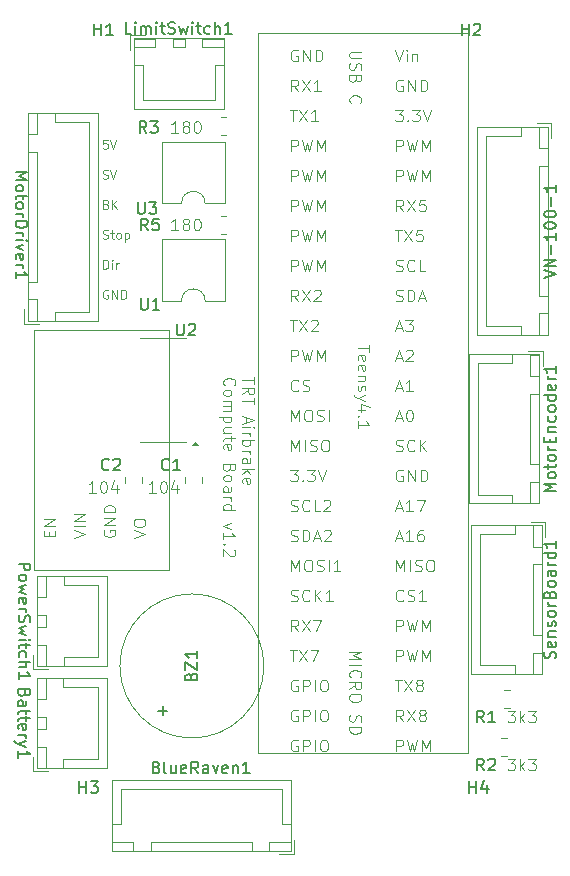
<source format=gbr>
%TF.GenerationSoftware,KiCad,Pcbnew,8.0.2-1*%
%TF.CreationDate,2024-12-19T12:27:28-05:00*%
%TF.ProjectId,Airbrake_ComputeBoard,41697262-7261-46b6-955f-436f6d707574,rev?*%
%TF.SameCoordinates,Original*%
%TF.FileFunction,Legend,Top*%
%TF.FilePolarity,Positive*%
%FSLAX46Y46*%
G04 Gerber Fmt 4.6, Leading zero omitted, Abs format (unit mm)*
G04 Created by KiCad (PCBNEW 8.0.2-1) date 2024-12-19 12:27:28*
%MOMM*%
%LPD*%
G01*
G04 APERTURE LIST*
%ADD10C,0.100000*%
%ADD11C,0.150000*%
%ADD12C,0.120000*%
G04 APERTURE END LIST*
D10*
X142829646Y-82417300D02*
X142936789Y-82453014D01*
X142936789Y-82453014D02*
X143115360Y-82453014D01*
X143115360Y-82453014D02*
X143186789Y-82417300D01*
X143186789Y-82417300D02*
X143222503Y-82381585D01*
X143222503Y-82381585D02*
X143258217Y-82310157D01*
X143258217Y-82310157D02*
X143258217Y-82238728D01*
X143258217Y-82238728D02*
X143222503Y-82167300D01*
X143222503Y-82167300D02*
X143186789Y-82131585D01*
X143186789Y-82131585D02*
X143115360Y-82095871D01*
X143115360Y-82095871D02*
X142972503Y-82060157D01*
X142972503Y-82060157D02*
X142901074Y-82024442D01*
X142901074Y-82024442D02*
X142865360Y-81988728D01*
X142865360Y-81988728D02*
X142829646Y-81917300D01*
X142829646Y-81917300D02*
X142829646Y-81845871D01*
X142829646Y-81845871D02*
X142865360Y-81774442D01*
X142865360Y-81774442D02*
X142901074Y-81738728D01*
X142901074Y-81738728D02*
X142972503Y-81703014D01*
X142972503Y-81703014D02*
X143151074Y-81703014D01*
X143151074Y-81703014D02*
X143258217Y-81738728D01*
X143472503Y-81953014D02*
X143758217Y-81953014D01*
X143579646Y-81703014D02*
X143579646Y-82345871D01*
X143579646Y-82345871D02*
X143615360Y-82417300D01*
X143615360Y-82417300D02*
X143686789Y-82453014D01*
X143686789Y-82453014D02*
X143758217Y-82453014D01*
X144115360Y-82453014D02*
X144043931Y-82417300D01*
X144043931Y-82417300D02*
X144008217Y-82381585D01*
X144008217Y-82381585D02*
X143972503Y-82310157D01*
X143972503Y-82310157D02*
X143972503Y-82095871D01*
X143972503Y-82095871D02*
X144008217Y-82024442D01*
X144008217Y-82024442D02*
X144043931Y-81988728D01*
X144043931Y-81988728D02*
X144115360Y-81953014D01*
X144115360Y-81953014D02*
X144222503Y-81953014D01*
X144222503Y-81953014D02*
X144293931Y-81988728D01*
X144293931Y-81988728D02*
X144329646Y-82024442D01*
X144329646Y-82024442D02*
X144365360Y-82095871D01*
X144365360Y-82095871D02*
X144365360Y-82310157D01*
X144365360Y-82310157D02*
X144329646Y-82381585D01*
X144329646Y-82381585D02*
X144293931Y-82417300D01*
X144293931Y-82417300D02*
X144222503Y-82453014D01*
X144222503Y-82453014D02*
X144115360Y-82453014D01*
X144686788Y-81953014D02*
X144686788Y-82703014D01*
X144686788Y-81988728D02*
X144758217Y-81953014D01*
X144758217Y-81953014D02*
X144901074Y-81953014D01*
X144901074Y-81953014D02*
X144972502Y-81988728D01*
X144972502Y-81988728D02*
X145008217Y-82024442D01*
X145008217Y-82024442D02*
X145043931Y-82095871D01*
X145043931Y-82095871D02*
X145043931Y-82310157D01*
X145043931Y-82310157D02*
X145008217Y-82381585D01*
X145008217Y-82381585D02*
X144972502Y-82417300D01*
X144972502Y-82417300D02*
X144901074Y-82453014D01*
X144901074Y-82453014D02*
X144758217Y-82453014D01*
X144758217Y-82453014D02*
X144686788Y-82417300D01*
X143258217Y-86818728D02*
X143186789Y-86783014D01*
X143186789Y-86783014D02*
X143079646Y-86783014D01*
X143079646Y-86783014D02*
X142972503Y-86818728D01*
X142972503Y-86818728D02*
X142901074Y-86890157D01*
X142901074Y-86890157D02*
X142865360Y-86961585D01*
X142865360Y-86961585D02*
X142829646Y-87104442D01*
X142829646Y-87104442D02*
X142829646Y-87211585D01*
X142829646Y-87211585D02*
X142865360Y-87354442D01*
X142865360Y-87354442D02*
X142901074Y-87425871D01*
X142901074Y-87425871D02*
X142972503Y-87497300D01*
X142972503Y-87497300D02*
X143079646Y-87533014D01*
X143079646Y-87533014D02*
X143151074Y-87533014D01*
X143151074Y-87533014D02*
X143258217Y-87497300D01*
X143258217Y-87497300D02*
X143293931Y-87461585D01*
X143293931Y-87461585D02*
X143293931Y-87211585D01*
X143293931Y-87211585D02*
X143151074Y-87211585D01*
X143615360Y-87533014D02*
X143615360Y-86783014D01*
X143615360Y-86783014D02*
X144043931Y-87533014D01*
X144043931Y-87533014D02*
X144043931Y-86783014D01*
X144401074Y-87533014D02*
X144401074Y-86783014D01*
X144401074Y-86783014D02*
X144579645Y-86783014D01*
X144579645Y-86783014D02*
X144686788Y-86818728D01*
X144686788Y-86818728D02*
X144758217Y-86890157D01*
X144758217Y-86890157D02*
X144793931Y-86961585D01*
X144793931Y-86961585D02*
X144829645Y-87104442D01*
X144829645Y-87104442D02*
X144829645Y-87211585D01*
X144829645Y-87211585D02*
X144793931Y-87354442D01*
X144793931Y-87354442D02*
X144758217Y-87425871D01*
X144758217Y-87425871D02*
X144686788Y-87497300D01*
X144686788Y-87497300D02*
X144579645Y-87533014D01*
X144579645Y-87533014D02*
X144401074Y-87533014D01*
X142865360Y-84993014D02*
X142865360Y-84243014D01*
X142865360Y-84243014D02*
X143043931Y-84243014D01*
X143043931Y-84243014D02*
X143151074Y-84278728D01*
X143151074Y-84278728D02*
X143222503Y-84350157D01*
X143222503Y-84350157D02*
X143258217Y-84421585D01*
X143258217Y-84421585D02*
X143293931Y-84564442D01*
X143293931Y-84564442D02*
X143293931Y-84671585D01*
X143293931Y-84671585D02*
X143258217Y-84814442D01*
X143258217Y-84814442D02*
X143222503Y-84885871D01*
X143222503Y-84885871D02*
X143151074Y-84957300D01*
X143151074Y-84957300D02*
X143043931Y-84993014D01*
X143043931Y-84993014D02*
X142865360Y-84993014D01*
X143615360Y-84993014D02*
X143615360Y-84493014D01*
X143615360Y-84243014D02*
X143579646Y-84278728D01*
X143579646Y-84278728D02*
X143615360Y-84314442D01*
X143615360Y-84314442D02*
X143651074Y-84278728D01*
X143651074Y-84278728D02*
X143615360Y-84243014D01*
X143615360Y-84243014D02*
X143615360Y-84314442D01*
X143972503Y-84993014D02*
X143972503Y-84493014D01*
X143972503Y-84635871D02*
X144008217Y-84564442D01*
X144008217Y-84564442D02*
X144043932Y-84528728D01*
X144043932Y-84528728D02*
X144115360Y-84493014D01*
X144115360Y-84493014D02*
X144186789Y-84493014D01*
X177093714Y-122393419D02*
X177712761Y-122393419D01*
X177712761Y-122393419D02*
X177379428Y-122774371D01*
X177379428Y-122774371D02*
X177522285Y-122774371D01*
X177522285Y-122774371D02*
X177617523Y-122821990D01*
X177617523Y-122821990D02*
X177665142Y-122869609D01*
X177665142Y-122869609D02*
X177712761Y-122964847D01*
X177712761Y-122964847D02*
X177712761Y-123202942D01*
X177712761Y-123202942D02*
X177665142Y-123298180D01*
X177665142Y-123298180D02*
X177617523Y-123345800D01*
X177617523Y-123345800D02*
X177522285Y-123393419D01*
X177522285Y-123393419D02*
X177236571Y-123393419D01*
X177236571Y-123393419D02*
X177141333Y-123345800D01*
X177141333Y-123345800D02*
X177093714Y-123298180D01*
X178141333Y-123393419D02*
X178141333Y-122393419D01*
X178236571Y-123012466D02*
X178522285Y-123393419D01*
X178522285Y-122726752D02*
X178141333Y-123107704D01*
X178855619Y-122393419D02*
X179474666Y-122393419D01*
X179474666Y-122393419D02*
X179141333Y-122774371D01*
X179141333Y-122774371D02*
X179284190Y-122774371D01*
X179284190Y-122774371D02*
X179379428Y-122821990D01*
X179379428Y-122821990D02*
X179427047Y-122869609D01*
X179427047Y-122869609D02*
X179474666Y-122964847D01*
X179474666Y-122964847D02*
X179474666Y-123202942D01*
X179474666Y-123202942D02*
X179427047Y-123298180D01*
X179427047Y-123298180D02*
X179379428Y-123345800D01*
X179379428Y-123345800D02*
X179284190Y-123393419D01*
X179284190Y-123393419D02*
X178998476Y-123393419D01*
X178998476Y-123393419D02*
X178903238Y-123345800D01*
X178903238Y-123345800D02*
X178855619Y-123298180D01*
X177093714Y-126457419D02*
X177712761Y-126457419D01*
X177712761Y-126457419D02*
X177379428Y-126838371D01*
X177379428Y-126838371D02*
X177522285Y-126838371D01*
X177522285Y-126838371D02*
X177617523Y-126885990D01*
X177617523Y-126885990D02*
X177665142Y-126933609D01*
X177665142Y-126933609D02*
X177712761Y-127028847D01*
X177712761Y-127028847D02*
X177712761Y-127266942D01*
X177712761Y-127266942D02*
X177665142Y-127362180D01*
X177665142Y-127362180D02*
X177617523Y-127409800D01*
X177617523Y-127409800D02*
X177522285Y-127457419D01*
X177522285Y-127457419D02*
X177236571Y-127457419D01*
X177236571Y-127457419D02*
X177141333Y-127409800D01*
X177141333Y-127409800D02*
X177093714Y-127362180D01*
X178141333Y-127457419D02*
X178141333Y-126457419D01*
X178236571Y-127076466D02*
X178522285Y-127457419D01*
X178522285Y-126790752D02*
X178141333Y-127171704D01*
X178855619Y-126457419D02*
X179474666Y-126457419D01*
X179474666Y-126457419D02*
X179141333Y-126838371D01*
X179141333Y-126838371D02*
X179284190Y-126838371D01*
X179284190Y-126838371D02*
X179379428Y-126885990D01*
X179379428Y-126885990D02*
X179427047Y-126933609D01*
X179427047Y-126933609D02*
X179474666Y-127028847D01*
X179474666Y-127028847D02*
X179474666Y-127266942D01*
X179474666Y-127266942D02*
X179427047Y-127362180D01*
X179427047Y-127362180D02*
X179379428Y-127409800D01*
X179379428Y-127409800D02*
X179284190Y-127457419D01*
X179284190Y-127457419D02*
X178998476Y-127457419D01*
X178998476Y-127457419D02*
X178903238Y-127409800D01*
X178903238Y-127409800D02*
X178855619Y-127362180D01*
X143222503Y-74083014D02*
X142865360Y-74083014D01*
X142865360Y-74083014D02*
X142829646Y-74440157D01*
X142829646Y-74440157D02*
X142865360Y-74404442D01*
X142865360Y-74404442D02*
X142936789Y-74368728D01*
X142936789Y-74368728D02*
X143115360Y-74368728D01*
X143115360Y-74368728D02*
X143186789Y-74404442D01*
X143186789Y-74404442D02*
X143222503Y-74440157D01*
X143222503Y-74440157D02*
X143258217Y-74511585D01*
X143258217Y-74511585D02*
X143258217Y-74690157D01*
X143258217Y-74690157D02*
X143222503Y-74761585D01*
X143222503Y-74761585D02*
X143186789Y-74797300D01*
X143186789Y-74797300D02*
X143115360Y-74833014D01*
X143115360Y-74833014D02*
X142936789Y-74833014D01*
X142936789Y-74833014D02*
X142865360Y-74797300D01*
X142865360Y-74797300D02*
X142829646Y-74761585D01*
X143472503Y-74083014D02*
X143722503Y-74833014D01*
X143722503Y-74833014D02*
X143972503Y-74083014D01*
X143115360Y-79520157D02*
X143222503Y-79555871D01*
X143222503Y-79555871D02*
X143258217Y-79591585D01*
X143258217Y-79591585D02*
X143293931Y-79663014D01*
X143293931Y-79663014D02*
X143293931Y-79770157D01*
X143293931Y-79770157D02*
X143258217Y-79841585D01*
X143258217Y-79841585D02*
X143222503Y-79877300D01*
X143222503Y-79877300D02*
X143151074Y-79913014D01*
X143151074Y-79913014D02*
X142865360Y-79913014D01*
X142865360Y-79913014D02*
X142865360Y-79163014D01*
X142865360Y-79163014D02*
X143115360Y-79163014D01*
X143115360Y-79163014D02*
X143186789Y-79198728D01*
X143186789Y-79198728D02*
X143222503Y-79234442D01*
X143222503Y-79234442D02*
X143258217Y-79305871D01*
X143258217Y-79305871D02*
X143258217Y-79377300D01*
X143258217Y-79377300D02*
X143222503Y-79448728D01*
X143222503Y-79448728D02*
X143186789Y-79484442D01*
X143186789Y-79484442D02*
X143115360Y-79520157D01*
X143115360Y-79520157D02*
X142865360Y-79520157D01*
X143615360Y-79913014D02*
X143615360Y-79163014D01*
X144043931Y-79913014D02*
X143722503Y-79484442D01*
X144043931Y-79163014D02*
X143615360Y-79591585D01*
X155645524Y-94141027D02*
X155645524Y-94712455D01*
X154645524Y-94426741D02*
X155645524Y-94426741D01*
X154645524Y-95617217D02*
X155121715Y-95283884D01*
X154645524Y-95045789D02*
X155645524Y-95045789D01*
X155645524Y-95045789D02*
X155645524Y-95426741D01*
X155645524Y-95426741D02*
X155597905Y-95521979D01*
X155597905Y-95521979D02*
X155550286Y-95569598D01*
X155550286Y-95569598D02*
X155455048Y-95617217D01*
X155455048Y-95617217D02*
X155312191Y-95617217D01*
X155312191Y-95617217D02*
X155216953Y-95569598D01*
X155216953Y-95569598D02*
X155169334Y-95521979D01*
X155169334Y-95521979D02*
X155121715Y-95426741D01*
X155121715Y-95426741D02*
X155121715Y-95045789D01*
X155645524Y-95902932D02*
X155645524Y-96474360D01*
X154645524Y-96188646D02*
X155645524Y-96188646D01*
X154931239Y-97521980D02*
X154931239Y-97998170D01*
X154645524Y-97426742D02*
X155645524Y-97760075D01*
X155645524Y-97760075D02*
X154645524Y-98093408D01*
X154645524Y-98426742D02*
X155312191Y-98426742D01*
X155645524Y-98426742D02*
X155597905Y-98379123D01*
X155597905Y-98379123D02*
X155550286Y-98426742D01*
X155550286Y-98426742D02*
X155597905Y-98474361D01*
X155597905Y-98474361D02*
X155645524Y-98426742D01*
X155645524Y-98426742D02*
X155550286Y-98426742D01*
X154645524Y-98902932D02*
X155312191Y-98902932D01*
X155121715Y-98902932D02*
X155216953Y-98950551D01*
X155216953Y-98950551D02*
X155264572Y-98998170D01*
X155264572Y-98998170D02*
X155312191Y-99093408D01*
X155312191Y-99093408D02*
X155312191Y-99188646D01*
X154645524Y-99521980D02*
X155645524Y-99521980D01*
X155264572Y-99521980D02*
X155312191Y-99617218D01*
X155312191Y-99617218D02*
X155312191Y-99807694D01*
X155312191Y-99807694D02*
X155264572Y-99902932D01*
X155264572Y-99902932D02*
X155216953Y-99950551D01*
X155216953Y-99950551D02*
X155121715Y-99998170D01*
X155121715Y-99998170D02*
X154836001Y-99998170D01*
X154836001Y-99998170D02*
X154740763Y-99950551D01*
X154740763Y-99950551D02*
X154693144Y-99902932D01*
X154693144Y-99902932D02*
X154645524Y-99807694D01*
X154645524Y-99807694D02*
X154645524Y-99617218D01*
X154645524Y-99617218D02*
X154693144Y-99521980D01*
X154645524Y-100426742D02*
X155312191Y-100426742D01*
X155121715Y-100426742D02*
X155216953Y-100474361D01*
X155216953Y-100474361D02*
X155264572Y-100521980D01*
X155264572Y-100521980D02*
X155312191Y-100617218D01*
X155312191Y-100617218D02*
X155312191Y-100712456D01*
X154645524Y-101474361D02*
X155169334Y-101474361D01*
X155169334Y-101474361D02*
X155264572Y-101426742D01*
X155264572Y-101426742D02*
X155312191Y-101331504D01*
X155312191Y-101331504D02*
X155312191Y-101141028D01*
X155312191Y-101141028D02*
X155264572Y-101045790D01*
X154693144Y-101474361D02*
X154645524Y-101379123D01*
X154645524Y-101379123D02*
X154645524Y-101141028D01*
X154645524Y-101141028D02*
X154693144Y-101045790D01*
X154693144Y-101045790D02*
X154788382Y-100998171D01*
X154788382Y-100998171D02*
X154883620Y-100998171D01*
X154883620Y-100998171D02*
X154978858Y-101045790D01*
X154978858Y-101045790D02*
X155026477Y-101141028D01*
X155026477Y-101141028D02*
X155026477Y-101379123D01*
X155026477Y-101379123D02*
X155074096Y-101474361D01*
X154645524Y-101950552D02*
X155645524Y-101950552D01*
X155026477Y-102045790D02*
X154645524Y-102331504D01*
X155312191Y-102331504D02*
X154931239Y-101950552D01*
X154693144Y-103141028D02*
X154645524Y-103045790D01*
X154645524Y-103045790D02*
X154645524Y-102855314D01*
X154645524Y-102855314D02*
X154693144Y-102760076D01*
X154693144Y-102760076D02*
X154788382Y-102712457D01*
X154788382Y-102712457D02*
X155169334Y-102712457D01*
X155169334Y-102712457D02*
X155264572Y-102760076D01*
X155264572Y-102760076D02*
X155312191Y-102855314D01*
X155312191Y-102855314D02*
X155312191Y-103045790D01*
X155312191Y-103045790D02*
X155264572Y-103141028D01*
X155264572Y-103141028D02*
X155169334Y-103188647D01*
X155169334Y-103188647D02*
X155074096Y-103188647D01*
X155074096Y-103188647D02*
X154978858Y-102712457D01*
X153130819Y-94855312D02*
X153083200Y-94807693D01*
X153083200Y-94807693D02*
X153035580Y-94664836D01*
X153035580Y-94664836D02*
X153035580Y-94569598D01*
X153035580Y-94569598D02*
X153083200Y-94426741D01*
X153083200Y-94426741D02*
X153178438Y-94331503D01*
X153178438Y-94331503D02*
X153273676Y-94283884D01*
X153273676Y-94283884D02*
X153464152Y-94236265D01*
X153464152Y-94236265D02*
X153607009Y-94236265D01*
X153607009Y-94236265D02*
X153797485Y-94283884D01*
X153797485Y-94283884D02*
X153892723Y-94331503D01*
X153892723Y-94331503D02*
X153987961Y-94426741D01*
X153987961Y-94426741D02*
X154035580Y-94569598D01*
X154035580Y-94569598D02*
X154035580Y-94664836D01*
X154035580Y-94664836D02*
X153987961Y-94807693D01*
X153987961Y-94807693D02*
X153940342Y-94855312D01*
X153035580Y-95426741D02*
X153083200Y-95331503D01*
X153083200Y-95331503D02*
X153130819Y-95283884D01*
X153130819Y-95283884D02*
X153226057Y-95236265D01*
X153226057Y-95236265D02*
X153511771Y-95236265D01*
X153511771Y-95236265D02*
X153607009Y-95283884D01*
X153607009Y-95283884D02*
X153654628Y-95331503D01*
X153654628Y-95331503D02*
X153702247Y-95426741D01*
X153702247Y-95426741D02*
X153702247Y-95569598D01*
X153702247Y-95569598D02*
X153654628Y-95664836D01*
X153654628Y-95664836D02*
X153607009Y-95712455D01*
X153607009Y-95712455D02*
X153511771Y-95760074D01*
X153511771Y-95760074D02*
X153226057Y-95760074D01*
X153226057Y-95760074D02*
X153130819Y-95712455D01*
X153130819Y-95712455D02*
X153083200Y-95664836D01*
X153083200Y-95664836D02*
X153035580Y-95569598D01*
X153035580Y-95569598D02*
X153035580Y-95426741D01*
X153035580Y-96188646D02*
X153702247Y-96188646D01*
X153607009Y-96188646D02*
X153654628Y-96236265D01*
X153654628Y-96236265D02*
X153702247Y-96331503D01*
X153702247Y-96331503D02*
X153702247Y-96474360D01*
X153702247Y-96474360D02*
X153654628Y-96569598D01*
X153654628Y-96569598D02*
X153559390Y-96617217D01*
X153559390Y-96617217D02*
X153035580Y-96617217D01*
X153559390Y-96617217D02*
X153654628Y-96664836D01*
X153654628Y-96664836D02*
X153702247Y-96760074D01*
X153702247Y-96760074D02*
X153702247Y-96902931D01*
X153702247Y-96902931D02*
X153654628Y-96998170D01*
X153654628Y-96998170D02*
X153559390Y-97045789D01*
X153559390Y-97045789D02*
X153035580Y-97045789D01*
X153702247Y-97521979D02*
X152702247Y-97521979D01*
X153654628Y-97521979D02*
X153702247Y-97617217D01*
X153702247Y-97617217D02*
X153702247Y-97807693D01*
X153702247Y-97807693D02*
X153654628Y-97902931D01*
X153654628Y-97902931D02*
X153607009Y-97950550D01*
X153607009Y-97950550D02*
X153511771Y-97998169D01*
X153511771Y-97998169D02*
X153226057Y-97998169D01*
X153226057Y-97998169D02*
X153130819Y-97950550D01*
X153130819Y-97950550D02*
X153083200Y-97902931D01*
X153083200Y-97902931D02*
X153035580Y-97807693D01*
X153035580Y-97807693D02*
X153035580Y-97617217D01*
X153035580Y-97617217D02*
X153083200Y-97521979D01*
X153702247Y-98855312D02*
X153035580Y-98855312D01*
X153702247Y-98426741D02*
X153178438Y-98426741D01*
X153178438Y-98426741D02*
X153083200Y-98474360D01*
X153083200Y-98474360D02*
X153035580Y-98569598D01*
X153035580Y-98569598D02*
X153035580Y-98712455D01*
X153035580Y-98712455D02*
X153083200Y-98807693D01*
X153083200Y-98807693D02*
X153130819Y-98855312D01*
X153702247Y-99188646D02*
X153702247Y-99569598D01*
X154035580Y-99331503D02*
X153178438Y-99331503D01*
X153178438Y-99331503D02*
X153083200Y-99379122D01*
X153083200Y-99379122D02*
X153035580Y-99474360D01*
X153035580Y-99474360D02*
X153035580Y-99569598D01*
X153083200Y-100283884D02*
X153035580Y-100188646D01*
X153035580Y-100188646D02*
X153035580Y-99998170D01*
X153035580Y-99998170D02*
X153083200Y-99902932D01*
X153083200Y-99902932D02*
X153178438Y-99855313D01*
X153178438Y-99855313D02*
X153559390Y-99855313D01*
X153559390Y-99855313D02*
X153654628Y-99902932D01*
X153654628Y-99902932D02*
X153702247Y-99998170D01*
X153702247Y-99998170D02*
X153702247Y-100188646D01*
X153702247Y-100188646D02*
X153654628Y-100283884D01*
X153654628Y-100283884D02*
X153559390Y-100331503D01*
X153559390Y-100331503D02*
X153464152Y-100331503D01*
X153464152Y-100331503D02*
X153368914Y-99855313D01*
X153559390Y-101855313D02*
X153511771Y-101998170D01*
X153511771Y-101998170D02*
X153464152Y-102045789D01*
X153464152Y-102045789D02*
X153368914Y-102093408D01*
X153368914Y-102093408D02*
X153226057Y-102093408D01*
X153226057Y-102093408D02*
X153130819Y-102045789D01*
X153130819Y-102045789D02*
X153083200Y-101998170D01*
X153083200Y-101998170D02*
X153035580Y-101902932D01*
X153035580Y-101902932D02*
X153035580Y-101521980D01*
X153035580Y-101521980D02*
X154035580Y-101521980D01*
X154035580Y-101521980D02*
X154035580Y-101855313D01*
X154035580Y-101855313D02*
X153987961Y-101950551D01*
X153987961Y-101950551D02*
X153940342Y-101998170D01*
X153940342Y-101998170D02*
X153845104Y-102045789D01*
X153845104Y-102045789D02*
X153749866Y-102045789D01*
X153749866Y-102045789D02*
X153654628Y-101998170D01*
X153654628Y-101998170D02*
X153607009Y-101950551D01*
X153607009Y-101950551D02*
X153559390Y-101855313D01*
X153559390Y-101855313D02*
X153559390Y-101521980D01*
X153035580Y-102664837D02*
X153083200Y-102569599D01*
X153083200Y-102569599D02*
X153130819Y-102521980D01*
X153130819Y-102521980D02*
X153226057Y-102474361D01*
X153226057Y-102474361D02*
X153511771Y-102474361D01*
X153511771Y-102474361D02*
X153607009Y-102521980D01*
X153607009Y-102521980D02*
X153654628Y-102569599D01*
X153654628Y-102569599D02*
X153702247Y-102664837D01*
X153702247Y-102664837D02*
X153702247Y-102807694D01*
X153702247Y-102807694D02*
X153654628Y-102902932D01*
X153654628Y-102902932D02*
X153607009Y-102950551D01*
X153607009Y-102950551D02*
X153511771Y-102998170D01*
X153511771Y-102998170D02*
X153226057Y-102998170D01*
X153226057Y-102998170D02*
X153130819Y-102950551D01*
X153130819Y-102950551D02*
X153083200Y-102902932D01*
X153083200Y-102902932D02*
X153035580Y-102807694D01*
X153035580Y-102807694D02*
X153035580Y-102664837D01*
X153035580Y-103855313D02*
X153559390Y-103855313D01*
X153559390Y-103855313D02*
X153654628Y-103807694D01*
X153654628Y-103807694D02*
X153702247Y-103712456D01*
X153702247Y-103712456D02*
X153702247Y-103521980D01*
X153702247Y-103521980D02*
X153654628Y-103426742D01*
X153083200Y-103855313D02*
X153035580Y-103760075D01*
X153035580Y-103760075D02*
X153035580Y-103521980D01*
X153035580Y-103521980D02*
X153083200Y-103426742D01*
X153083200Y-103426742D02*
X153178438Y-103379123D01*
X153178438Y-103379123D02*
X153273676Y-103379123D01*
X153273676Y-103379123D02*
X153368914Y-103426742D01*
X153368914Y-103426742D02*
X153416533Y-103521980D01*
X153416533Y-103521980D02*
X153416533Y-103760075D01*
X153416533Y-103760075D02*
X153464152Y-103855313D01*
X153035580Y-104331504D02*
X153702247Y-104331504D01*
X153511771Y-104331504D02*
X153607009Y-104379123D01*
X153607009Y-104379123D02*
X153654628Y-104426742D01*
X153654628Y-104426742D02*
X153702247Y-104521980D01*
X153702247Y-104521980D02*
X153702247Y-104617218D01*
X153035580Y-105379123D02*
X154035580Y-105379123D01*
X153083200Y-105379123D02*
X153035580Y-105283885D01*
X153035580Y-105283885D02*
X153035580Y-105093409D01*
X153035580Y-105093409D02*
X153083200Y-104998171D01*
X153083200Y-104998171D02*
X153130819Y-104950552D01*
X153130819Y-104950552D02*
X153226057Y-104902933D01*
X153226057Y-104902933D02*
X153511771Y-104902933D01*
X153511771Y-104902933D02*
X153607009Y-104950552D01*
X153607009Y-104950552D02*
X153654628Y-104998171D01*
X153654628Y-104998171D02*
X153702247Y-105093409D01*
X153702247Y-105093409D02*
X153702247Y-105283885D01*
X153702247Y-105283885D02*
X153654628Y-105379123D01*
X153702247Y-106521981D02*
X153035580Y-106760076D01*
X153035580Y-106760076D02*
X153702247Y-106998171D01*
X153035580Y-107902933D02*
X153035580Y-107331505D01*
X153035580Y-107617219D02*
X154035580Y-107617219D01*
X154035580Y-107617219D02*
X153892723Y-107521981D01*
X153892723Y-107521981D02*
X153797485Y-107426743D01*
X153797485Y-107426743D02*
X153749866Y-107331505D01*
X153130819Y-108331505D02*
X153083200Y-108379124D01*
X153083200Y-108379124D02*
X153035580Y-108331505D01*
X153035580Y-108331505D02*
X153083200Y-108283886D01*
X153083200Y-108283886D02*
X153130819Y-108331505D01*
X153130819Y-108331505D02*
X153035580Y-108331505D01*
X153940342Y-108760076D02*
X153987961Y-108807695D01*
X153987961Y-108807695D02*
X154035580Y-108902933D01*
X154035580Y-108902933D02*
X154035580Y-109141028D01*
X154035580Y-109141028D02*
X153987961Y-109236266D01*
X153987961Y-109236266D02*
X153940342Y-109283885D01*
X153940342Y-109283885D02*
X153845104Y-109331504D01*
X153845104Y-109331504D02*
X153749866Y-109331504D01*
X153749866Y-109331504D02*
X153607009Y-109283885D01*
X153607009Y-109283885D02*
X153035580Y-108712457D01*
X153035580Y-108712457D02*
X153035580Y-109331504D01*
X142829646Y-77337300D02*
X142936789Y-77373014D01*
X142936789Y-77373014D02*
X143115360Y-77373014D01*
X143115360Y-77373014D02*
X143186789Y-77337300D01*
X143186789Y-77337300D02*
X143222503Y-77301585D01*
X143222503Y-77301585D02*
X143258217Y-77230157D01*
X143258217Y-77230157D02*
X143258217Y-77158728D01*
X143258217Y-77158728D02*
X143222503Y-77087300D01*
X143222503Y-77087300D02*
X143186789Y-77051585D01*
X143186789Y-77051585D02*
X143115360Y-77015871D01*
X143115360Y-77015871D02*
X142972503Y-76980157D01*
X142972503Y-76980157D02*
X142901074Y-76944442D01*
X142901074Y-76944442D02*
X142865360Y-76908728D01*
X142865360Y-76908728D02*
X142829646Y-76837300D01*
X142829646Y-76837300D02*
X142829646Y-76765871D01*
X142829646Y-76765871D02*
X142865360Y-76694442D01*
X142865360Y-76694442D02*
X142901074Y-76658728D01*
X142901074Y-76658728D02*
X142972503Y-76623014D01*
X142972503Y-76623014D02*
X143151074Y-76623014D01*
X143151074Y-76623014D02*
X143258217Y-76658728D01*
X143472503Y-76623014D02*
X143722503Y-77373014D01*
X143722503Y-77373014D02*
X143972503Y-76623014D01*
X149193333Y-73482419D02*
X148621905Y-73482419D01*
X148907619Y-73482419D02*
X148907619Y-72482419D01*
X148907619Y-72482419D02*
X148812381Y-72625276D01*
X148812381Y-72625276D02*
X148717143Y-72720514D01*
X148717143Y-72720514D02*
X148621905Y-72768133D01*
X149764762Y-72910990D02*
X149669524Y-72863371D01*
X149669524Y-72863371D02*
X149621905Y-72815752D01*
X149621905Y-72815752D02*
X149574286Y-72720514D01*
X149574286Y-72720514D02*
X149574286Y-72672895D01*
X149574286Y-72672895D02*
X149621905Y-72577657D01*
X149621905Y-72577657D02*
X149669524Y-72530038D01*
X149669524Y-72530038D02*
X149764762Y-72482419D01*
X149764762Y-72482419D02*
X149955238Y-72482419D01*
X149955238Y-72482419D02*
X150050476Y-72530038D01*
X150050476Y-72530038D02*
X150098095Y-72577657D01*
X150098095Y-72577657D02*
X150145714Y-72672895D01*
X150145714Y-72672895D02*
X150145714Y-72720514D01*
X150145714Y-72720514D02*
X150098095Y-72815752D01*
X150098095Y-72815752D02*
X150050476Y-72863371D01*
X150050476Y-72863371D02*
X149955238Y-72910990D01*
X149955238Y-72910990D02*
X149764762Y-72910990D01*
X149764762Y-72910990D02*
X149669524Y-72958609D01*
X149669524Y-72958609D02*
X149621905Y-73006228D01*
X149621905Y-73006228D02*
X149574286Y-73101466D01*
X149574286Y-73101466D02*
X149574286Y-73291942D01*
X149574286Y-73291942D02*
X149621905Y-73387180D01*
X149621905Y-73387180D02*
X149669524Y-73434800D01*
X149669524Y-73434800D02*
X149764762Y-73482419D01*
X149764762Y-73482419D02*
X149955238Y-73482419D01*
X149955238Y-73482419D02*
X150050476Y-73434800D01*
X150050476Y-73434800D02*
X150098095Y-73387180D01*
X150098095Y-73387180D02*
X150145714Y-73291942D01*
X150145714Y-73291942D02*
X150145714Y-73101466D01*
X150145714Y-73101466D02*
X150098095Y-73006228D01*
X150098095Y-73006228D02*
X150050476Y-72958609D01*
X150050476Y-72958609D02*
X149955238Y-72910990D01*
X150764762Y-72482419D02*
X150860000Y-72482419D01*
X150860000Y-72482419D02*
X150955238Y-72530038D01*
X150955238Y-72530038D02*
X151002857Y-72577657D01*
X151002857Y-72577657D02*
X151050476Y-72672895D01*
X151050476Y-72672895D02*
X151098095Y-72863371D01*
X151098095Y-72863371D02*
X151098095Y-73101466D01*
X151098095Y-73101466D02*
X151050476Y-73291942D01*
X151050476Y-73291942D02*
X151002857Y-73387180D01*
X151002857Y-73387180D02*
X150955238Y-73434800D01*
X150955238Y-73434800D02*
X150860000Y-73482419D01*
X150860000Y-73482419D02*
X150764762Y-73482419D01*
X150764762Y-73482419D02*
X150669524Y-73434800D01*
X150669524Y-73434800D02*
X150621905Y-73387180D01*
X150621905Y-73387180D02*
X150574286Y-73291942D01*
X150574286Y-73291942D02*
X150526667Y-73101466D01*
X150526667Y-73101466D02*
X150526667Y-72863371D01*
X150526667Y-72863371D02*
X150574286Y-72672895D01*
X150574286Y-72672895D02*
X150621905Y-72577657D01*
X150621905Y-72577657D02*
X150669524Y-72530038D01*
X150669524Y-72530038D02*
X150764762Y-72482419D01*
X149193333Y-81737419D02*
X148621905Y-81737419D01*
X148907619Y-81737419D02*
X148907619Y-80737419D01*
X148907619Y-80737419D02*
X148812381Y-80880276D01*
X148812381Y-80880276D02*
X148717143Y-80975514D01*
X148717143Y-80975514D02*
X148621905Y-81023133D01*
X149764762Y-81165990D02*
X149669524Y-81118371D01*
X149669524Y-81118371D02*
X149621905Y-81070752D01*
X149621905Y-81070752D02*
X149574286Y-80975514D01*
X149574286Y-80975514D02*
X149574286Y-80927895D01*
X149574286Y-80927895D02*
X149621905Y-80832657D01*
X149621905Y-80832657D02*
X149669524Y-80785038D01*
X149669524Y-80785038D02*
X149764762Y-80737419D01*
X149764762Y-80737419D02*
X149955238Y-80737419D01*
X149955238Y-80737419D02*
X150050476Y-80785038D01*
X150050476Y-80785038D02*
X150098095Y-80832657D01*
X150098095Y-80832657D02*
X150145714Y-80927895D01*
X150145714Y-80927895D02*
X150145714Y-80975514D01*
X150145714Y-80975514D02*
X150098095Y-81070752D01*
X150098095Y-81070752D02*
X150050476Y-81118371D01*
X150050476Y-81118371D02*
X149955238Y-81165990D01*
X149955238Y-81165990D02*
X149764762Y-81165990D01*
X149764762Y-81165990D02*
X149669524Y-81213609D01*
X149669524Y-81213609D02*
X149621905Y-81261228D01*
X149621905Y-81261228D02*
X149574286Y-81356466D01*
X149574286Y-81356466D02*
X149574286Y-81546942D01*
X149574286Y-81546942D02*
X149621905Y-81642180D01*
X149621905Y-81642180D02*
X149669524Y-81689800D01*
X149669524Y-81689800D02*
X149764762Y-81737419D01*
X149764762Y-81737419D02*
X149955238Y-81737419D01*
X149955238Y-81737419D02*
X150050476Y-81689800D01*
X150050476Y-81689800D02*
X150098095Y-81642180D01*
X150098095Y-81642180D02*
X150145714Y-81546942D01*
X150145714Y-81546942D02*
X150145714Y-81356466D01*
X150145714Y-81356466D02*
X150098095Y-81261228D01*
X150098095Y-81261228D02*
X150050476Y-81213609D01*
X150050476Y-81213609D02*
X149955238Y-81165990D01*
X150764762Y-80737419D02*
X150860000Y-80737419D01*
X150860000Y-80737419D02*
X150955238Y-80785038D01*
X150955238Y-80785038D02*
X151002857Y-80832657D01*
X151002857Y-80832657D02*
X151050476Y-80927895D01*
X151050476Y-80927895D02*
X151098095Y-81118371D01*
X151098095Y-81118371D02*
X151098095Y-81356466D01*
X151098095Y-81356466D02*
X151050476Y-81546942D01*
X151050476Y-81546942D02*
X151002857Y-81642180D01*
X151002857Y-81642180D02*
X150955238Y-81689800D01*
X150955238Y-81689800D02*
X150860000Y-81737419D01*
X150860000Y-81737419D02*
X150764762Y-81737419D01*
X150764762Y-81737419D02*
X150669524Y-81689800D01*
X150669524Y-81689800D02*
X150621905Y-81642180D01*
X150621905Y-81642180D02*
X150574286Y-81546942D01*
X150574286Y-81546942D02*
X150526667Y-81356466D01*
X150526667Y-81356466D02*
X150526667Y-81118371D01*
X150526667Y-81118371D02*
X150574286Y-80927895D01*
X150574286Y-80927895D02*
X150621905Y-80832657D01*
X150621905Y-80832657D02*
X150669524Y-80785038D01*
X150669524Y-80785038D02*
X150764762Y-80737419D01*
X147288333Y-103962419D02*
X146716905Y-103962419D01*
X147002619Y-103962419D02*
X147002619Y-102962419D01*
X147002619Y-102962419D02*
X146907381Y-103105276D01*
X146907381Y-103105276D02*
X146812143Y-103200514D01*
X146812143Y-103200514D02*
X146716905Y-103248133D01*
X147907381Y-102962419D02*
X148002619Y-102962419D01*
X148002619Y-102962419D02*
X148097857Y-103010038D01*
X148097857Y-103010038D02*
X148145476Y-103057657D01*
X148145476Y-103057657D02*
X148193095Y-103152895D01*
X148193095Y-103152895D02*
X148240714Y-103343371D01*
X148240714Y-103343371D02*
X148240714Y-103581466D01*
X148240714Y-103581466D02*
X148193095Y-103771942D01*
X148193095Y-103771942D02*
X148145476Y-103867180D01*
X148145476Y-103867180D02*
X148097857Y-103914800D01*
X148097857Y-103914800D02*
X148002619Y-103962419D01*
X148002619Y-103962419D02*
X147907381Y-103962419D01*
X147907381Y-103962419D02*
X147812143Y-103914800D01*
X147812143Y-103914800D02*
X147764524Y-103867180D01*
X147764524Y-103867180D02*
X147716905Y-103771942D01*
X147716905Y-103771942D02*
X147669286Y-103581466D01*
X147669286Y-103581466D02*
X147669286Y-103343371D01*
X147669286Y-103343371D02*
X147716905Y-103152895D01*
X147716905Y-103152895D02*
X147764524Y-103057657D01*
X147764524Y-103057657D02*
X147812143Y-103010038D01*
X147812143Y-103010038D02*
X147907381Y-102962419D01*
X149097857Y-103295752D02*
X149097857Y-103962419D01*
X148859762Y-102914800D02*
X148621667Y-103629085D01*
X148621667Y-103629085D02*
X149240714Y-103629085D01*
X142208333Y-103962419D02*
X141636905Y-103962419D01*
X141922619Y-103962419D02*
X141922619Y-102962419D01*
X141922619Y-102962419D02*
X141827381Y-103105276D01*
X141827381Y-103105276D02*
X141732143Y-103200514D01*
X141732143Y-103200514D02*
X141636905Y-103248133D01*
X142827381Y-102962419D02*
X142922619Y-102962419D01*
X142922619Y-102962419D02*
X143017857Y-103010038D01*
X143017857Y-103010038D02*
X143065476Y-103057657D01*
X143065476Y-103057657D02*
X143113095Y-103152895D01*
X143113095Y-103152895D02*
X143160714Y-103343371D01*
X143160714Y-103343371D02*
X143160714Y-103581466D01*
X143160714Y-103581466D02*
X143113095Y-103771942D01*
X143113095Y-103771942D02*
X143065476Y-103867180D01*
X143065476Y-103867180D02*
X143017857Y-103914800D01*
X143017857Y-103914800D02*
X142922619Y-103962419D01*
X142922619Y-103962419D02*
X142827381Y-103962419D01*
X142827381Y-103962419D02*
X142732143Y-103914800D01*
X142732143Y-103914800D02*
X142684524Y-103867180D01*
X142684524Y-103867180D02*
X142636905Y-103771942D01*
X142636905Y-103771942D02*
X142589286Y-103581466D01*
X142589286Y-103581466D02*
X142589286Y-103343371D01*
X142589286Y-103343371D02*
X142636905Y-103152895D01*
X142636905Y-103152895D02*
X142684524Y-103057657D01*
X142684524Y-103057657D02*
X142732143Y-103010038D01*
X142732143Y-103010038D02*
X142827381Y-102962419D01*
X144017857Y-103295752D02*
X144017857Y-103962419D01*
X143779762Y-102914800D02*
X143541667Y-103629085D01*
X143541667Y-103629085D02*
X144160714Y-103629085D01*
D11*
X145796095Y-79337819D02*
X145796095Y-80147342D01*
X145796095Y-80147342D02*
X145843714Y-80242580D01*
X145843714Y-80242580D02*
X145891333Y-80290200D01*
X145891333Y-80290200D02*
X145986571Y-80337819D01*
X145986571Y-80337819D02*
X146177047Y-80337819D01*
X146177047Y-80337819D02*
X146272285Y-80290200D01*
X146272285Y-80290200D02*
X146319904Y-80242580D01*
X146319904Y-80242580D02*
X146367523Y-80147342D01*
X146367523Y-80147342D02*
X146367523Y-79337819D01*
X146748476Y-79337819D02*
X147367523Y-79337819D01*
X147367523Y-79337819D02*
X147034190Y-79718771D01*
X147034190Y-79718771D02*
X147177047Y-79718771D01*
X147177047Y-79718771D02*
X147272285Y-79766390D01*
X147272285Y-79766390D02*
X147319904Y-79814009D01*
X147319904Y-79814009D02*
X147367523Y-79909247D01*
X147367523Y-79909247D02*
X147367523Y-80147342D01*
X147367523Y-80147342D02*
X147319904Y-80242580D01*
X147319904Y-80242580D02*
X147272285Y-80290200D01*
X147272285Y-80290200D02*
X147177047Y-80337819D01*
X147177047Y-80337819D02*
X146891333Y-80337819D01*
X146891333Y-80337819D02*
X146796095Y-80290200D01*
X146796095Y-80290200D02*
X146748476Y-80242580D01*
X140843095Y-129359819D02*
X140843095Y-128359819D01*
X140843095Y-128836009D02*
X141414523Y-128836009D01*
X141414523Y-129359819D02*
X141414523Y-128359819D01*
X141795476Y-128359819D02*
X142414523Y-128359819D01*
X142414523Y-128359819D02*
X142081190Y-128740771D01*
X142081190Y-128740771D02*
X142224047Y-128740771D01*
X142224047Y-128740771D02*
X142319285Y-128788390D01*
X142319285Y-128788390D02*
X142366904Y-128836009D01*
X142366904Y-128836009D02*
X142414523Y-128931247D01*
X142414523Y-128931247D02*
X142414523Y-129169342D01*
X142414523Y-129169342D02*
X142366904Y-129264580D01*
X142366904Y-129264580D02*
X142319285Y-129312200D01*
X142319285Y-129312200D02*
X142224047Y-129359819D01*
X142224047Y-129359819D02*
X141938333Y-129359819D01*
X141938333Y-129359819D02*
X141843095Y-129312200D01*
X141843095Y-129312200D02*
X141795476Y-129264580D01*
X147368094Y-127185009D02*
X147510951Y-127232628D01*
X147510951Y-127232628D02*
X147558570Y-127280247D01*
X147558570Y-127280247D02*
X147606189Y-127375485D01*
X147606189Y-127375485D02*
X147606189Y-127518342D01*
X147606189Y-127518342D02*
X147558570Y-127613580D01*
X147558570Y-127613580D02*
X147510951Y-127661200D01*
X147510951Y-127661200D02*
X147415713Y-127708819D01*
X147415713Y-127708819D02*
X147034761Y-127708819D01*
X147034761Y-127708819D02*
X147034761Y-126708819D01*
X147034761Y-126708819D02*
X147368094Y-126708819D01*
X147368094Y-126708819D02*
X147463332Y-126756438D01*
X147463332Y-126756438D02*
X147510951Y-126804057D01*
X147510951Y-126804057D02*
X147558570Y-126899295D01*
X147558570Y-126899295D02*
X147558570Y-126994533D01*
X147558570Y-126994533D02*
X147510951Y-127089771D01*
X147510951Y-127089771D02*
X147463332Y-127137390D01*
X147463332Y-127137390D02*
X147368094Y-127185009D01*
X147368094Y-127185009D02*
X147034761Y-127185009D01*
X148177618Y-127708819D02*
X148082380Y-127661200D01*
X148082380Y-127661200D02*
X148034761Y-127565961D01*
X148034761Y-127565961D02*
X148034761Y-126708819D01*
X148987142Y-127042152D02*
X148987142Y-127708819D01*
X148558571Y-127042152D02*
X148558571Y-127565961D01*
X148558571Y-127565961D02*
X148606190Y-127661200D01*
X148606190Y-127661200D02*
X148701428Y-127708819D01*
X148701428Y-127708819D02*
X148844285Y-127708819D01*
X148844285Y-127708819D02*
X148939523Y-127661200D01*
X148939523Y-127661200D02*
X148987142Y-127613580D01*
X149844285Y-127661200D02*
X149749047Y-127708819D01*
X149749047Y-127708819D02*
X149558571Y-127708819D01*
X149558571Y-127708819D02*
X149463333Y-127661200D01*
X149463333Y-127661200D02*
X149415714Y-127565961D01*
X149415714Y-127565961D02*
X149415714Y-127185009D01*
X149415714Y-127185009D02*
X149463333Y-127089771D01*
X149463333Y-127089771D02*
X149558571Y-127042152D01*
X149558571Y-127042152D02*
X149749047Y-127042152D01*
X149749047Y-127042152D02*
X149844285Y-127089771D01*
X149844285Y-127089771D02*
X149891904Y-127185009D01*
X149891904Y-127185009D02*
X149891904Y-127280247D01*
X149891904Y-127280247D02*
X149415714Y-127375485D01*
X150891904Y-127708819D02*
X150558571Y-127232628D01*
X150320476Y-127708819D02*
X150320476Y-126708819D01*
X150320476Y-126708819D02*
X150701428Y-126708819D01*
X150701428Y-126708819D02*
X150796666Y-126756438D01*
X150796666Y-126756438D02*
X150844285Y-126804057D01*
X150844285Y-126804057D02*
X150891904Y-126899295D01*
X150891904Y-126899295D02*
X150891904Y-127042152D01*
X150891904Y-127042152D02*
X150844285Y-127137390D01*
X150844285Y-127137390D02*
X150796666Y-127185009D01*
X150796666Y-127185009D02*
X150701428Y-127232628D01*
X150701428Y-127232628D02*
X150320476Y-127232628D01*
X151749047Y-127708819D02*
X151749047Y-127185009D01*
X151749047Y-127185009D02*
X151701428Y-127089771D01*
X151701428Y-127089771D02*
X151606190Y-127042152D01*
X151606190Y-127042152D02*
X151415714Y-127042152D01*
X151415714Y-127042152D02*
X151320476Y-127089771D01*
X151749047Y-127661200D02*
X151653809Y-127708819D01*
X151653809Y-127708819D02*
X151415714Y-127708819D01*
X151415714Y-127708819D02*
X151320476Y-127661200D01*
X151320476Y-127661200D02*
X151272857Y-127565961D01*
X151272857Y-127565961D02*
X151272857Y-127470723D01*
X151272857Y-127470723D02*
X151320476Y-127375485D01*
X151320476Y-127375485D02*
X151415714Y-127327866D01*
X151415714Y-127327866D02*
X151653809Y-127327866D01*
X151653809Y-127327866D02*
X151749047Y-127280247D01*
X152130000Y-127042152D02*
X152368095Y-127708819D01*
X152368095Y-127708819D02*
X152606190Y-127042152D01*
X153368095Y-127661200D02*
X153272857Y-127708819D01*
X153272857Y-127708819D02*
X153082381Y-127708819D01*
X153082381Y-127708819D02*
X152987143Y-127661200D01*
X152987143Y-127661200D02*
X152939524Y-127565961D01*
X152939524Y-127565961D02*
X152939524Y-127185009D01*
X152939524Y-127185009D02*
X152987143Y-127089771D01*
X152987143Y-127089771D02*
X153082381Y-127042152D01*
X153082381Y-127042152D02*
X153272857Y-127042152D01*
X153272857Y-127042152D02*
X153368095Y-127089771D01*
X153368095Y-127089771D02*
X153415714Y-127185009D01*
X153415714Y-127185009D02*
X153415714Y-127280247D01*
X153415714Y-127280247D02*
X152939524Y-127375485D01*
X153844286Y-127042152D02*
X153844286Y-127708819D01*
X153844286Y-127137390D02*
X153891905Y-127089771D01*
X153891905Y-127089771D02*
X153987143Y-127042152D01*
X153987143Y-127042152D02*
X154130000Y-127042152D01*
X154130000Y-127042152D02*
X154225238Y-127089771D01*
X154225238Y-127089771D02*
X154272857Y-127185009D01*
X154272857Y-127185009D02*
X154272857Y-127708819D01*
X155272857Y-127708819D02*
X154701429Y-127708819D01*
X154987143Y-127708819D02*
X154987143Y-126708819D01*
X154987143Y-126708819D02*
X154891905Y-126851676D01*
X154891905Y-126851676D02*
X154796667Y-126946914D01*
X154796667Y-126946914D02*
X154701429Y-126994533D01*
X149098095Y-89624819D02*
X149098095Y-90434342D01*
X149098095Y-90434342D02*
X149145714Y-90529580D01*
X149145714Y-90529580D02*
X149193333Y-90577200D01*
X149193333Y-90577200D02*
X149288571Y-90624819D01*
X149288571Y-90624819D02*
X149479047Y-90624819D01*
X149479047Y-90624819D02*
X149574285Y-90577200D01*
X149574285Y-90577200D02*
X149621904Y-90529580D01*
X149621904Y-90529580D02*
X149669523Y-90434342D01*
X149669523Y-90434342D02*
X149669523Y-89624819D01*
X150098095Y-89720057D02*
X150145714Y-89672438D01*
X150145714Y-89672438D02*
X150240952Y-89624819D01*
X150240952Y-89624819D02*
X150479047Y-89624819D01*
X150479047Y-89624819D02*
X150574285Y-89672438D01*
X150574285Y-89672438D02*
X150621904Y-89720057D01*
X150621904Y-89720057D02*
X150669523Y-89815295D01*
X150669523Y-89815295D02*
X150669523Y-89910533D01*
X150669523Y-89910533D02*
X150621904Y-90053390D01*
X150621904Y-90053390D02*
X150050476Y-90624819D01*
X150050476Y-90624819D02*
X150669523Y-90624819D01*
D10*
X165388580Y-91432571D02*
X165388580Y-92003999D01*
X164388580Y-91718285D02*
X165388580Y-91718285D01*
X164436200Y-92718285D02*
X164388580Y-92623047D01*
X164388580Y-92623047D02*
X164388580Y-92432571D01*
X164388580Y-92432571D02*
X164436200Y-92337333D01*
X164436200Y-92337333D02*
X164531438Y-92289714D01*
X164531438Y-92289714D02*
X164912390Y-92289714D01*
X164912390Y-92289714D02*
X165007628Y-92337333D01*
X165007628Y-92337333D02*
X165055247Y-92432571D01*
X165055247Y-92432571D02*
X165055247Y-92623047D01*
X165055247Y-92623047D02*
X165007628Y-92718285D01*
X165007628Y-92718285D02*
X164912390Y-92765904D01*
X164912390Y-92765904D02*
X164817152Y-92765904D01*
X164817152Y-92765904D02*
X164721914Y-92289714D01*
X164436200Y-93575428D02*
X164388580Y-93480190D01*
X164388580Y-93480190D02*
X164388580Y-93289714D01*
X164388580Y-93289714D02*
X164436200Y-93194476D01*
X164436200Y-93194476D02*
X164531438Y-93146857D01*
X164531438Y-93146857D02*
X164912390Y-93146857D01*
X164912390Y-93146857D02*
X165007628Y-93194476D01*
X165007628Y-93194476D02*
X165055247Y-93289714D01*
X165055247Y-93289714D02*
X165055247Y-93480190D01*
X165055247Y-93480190D02*
X165007628Y-93575428D01*
X165007628Y-93575428D02*
X164912390Y-93623047D01*
X164912390Y-93623047D02*
X164817152Y-93623047D01*
X164817152Y-93623047D02*
X164721914Y-93146857D01*
X165055247Y-94051619D02*
X164388580Y-94051619D01*
X164960009Y-94051619D02*
X165007628Y-94099238D01*
X165007628Y-94099238D02*
X165055247Y-94194476D01*
X165055247Y-94194476D02*
X165055247Y-94337333D01*
X165055247Y-94337333D02*
X165007628Y-94432571D01*
X165007628Y-94432571D02*
X164912390Y-94480190D01*
X164912390Y-94480190D02*
X164388580Y-94480190D01*
X164436200Y-94908762D02*
X164388580Y-95004000D01*
X164388580Y-95004000D02*
X164388580Y-95194476D01*
X164388580Y-95194476D02*
X164436200Y-95289714D01*
X164436200Y-95289714D02*
X164531438Y-95337333D01*
X164531438Y-95337333D02*
X164579057Y-95337333D01*
X164579057Y-95337333D02*
X164674295Y-95289714D01*
X164674295Y-95289714D02*
X164721914Y-95194476D01*
X164721914Y-95194476D02*
X164721914Y-95051619D01*
X164721914Y-95051619D02*
X164769533Y-94956381D01*
X164769533Y-94956381D02*
X164864771Y-94908762D01*
X164864771Y-94908762D02*
X164912390Y-94908762D01*
X164912390Y-94908762D02*
X165007628Y-94956381D01*
X165007628Y-94956381D02*
X165055247Y-95051619D01*
X165055247Y-95051619D02*
X165055247Y-95194476D01*
X165055247Y-95194476D02*
X165007628Y-95289714D01*
X165055247Y-95670667D02*
X164388580Y-95908762D01*
X165055247Y-96146857D02*
X164388580Y-95908762D01*
X164388580Y-95908762D02*
X164150485Y-95813524D01*
X164150485Y-95813524D02*
X164102866Y-95765905D01*
X164102866Y-95765905D02*
X164055247Y-95670667D01*
X165055247Y-96956381D02*
X164388580Y-96956381D01*
X165436200Y-96718286D02*
X164721914Y-96480191D01*
X164721914Y-96480191D02*
X164721914Y-97099238D01*
X164483819Y-97480191D02*
X164436200Y-97527810D01*
X164436200Y-97527810D02*
X164388580Y-97480191D01*
X164388580Y-97480191D02*
X164436200Y-97432572D01*
X164436200Y-97432572D02*
X164483819Y-97480191D01*
X164483819Y-97480191D02*
X164388580Y-97480191D01*
X164388580Y-98480190D02*
X164388580Y-97908762D01*
X164388580Y-98194476D02*
X165388580Y-98194476D01*
X165388580Y-98194476D02*
X165245723Y-98099238D01*
X165245723Y-98099238D02*
X165150485Y-98004000D01*
X165150485Y-98004000D02*
X165102866Y-97908762D01*
X158704646Y-101996419D02*
X159323693Y-101996419D01*
X159323693Y-101996419D02*
X158990360Y-102377371D01*
X158990360Y-102377371D02*
X159133217Y-102377371D01*
X159133217Y-102377371D02*
X159228455Y-102424990D01*
X159228455Y-102424990D02*
X159276074Y-102472609D01*
X159276074Y-102472609D02*
X159323693Y-102567847D01*
X159323693Y-102567847D02*
X159323693Y-102805942D01*
X159323693Y-102805942D02*
X159276074Y-102901180D01*
X159276074Y-102901180D02*
X159228455Y-102948800D01*
X159228455Y-102948800D02*
X159133217Y-102996419D01*
X159133217Y-102996419D02*
X158847503Y-102996419D01*
X158847503Y-102996419D02*
X158752265Y-102948800D01*
X158752265Y-102948800D02*
X158704646Y-102901180D01*
X159752265Y-102901180D02*
X159799884Y-102948800D01*
X159799884Y-102948800D02*
X159752265Y-102996419D01*
X159752265Y-102996419D02*
X159704646Y-102948800D01*
X159704646Y-102948800D02*
X159752265Y-102901180D01*
X159752265Y-102901180D02*
X159752265Y-102996419D01*
X160133217Y-101996419D02*
X160752264Y-101996419D01*
X160752264Y-101996419D02*
X160418931Y-102377371D01*
X160418931Y-102377371D02*
X160561788Y-102377371D01*
X160561788Y-102377371D02*
X160657026Y-102424990D01*
X160657026Y-102424990D02*
X160704645Y-102472609D01*
X160704645Y-102472609D02*
X160752264Y-102567847D01*
X160752264Y-102567847D02*
X160752264Y-102805942D01*
X160752264Y-102805942D02*
X160704645Y-102901180D01*
X160704645Y-102901180D02*
X160657026Y-102948800D01*
X160657026Y-102948800D02*
X160561788Y-102996419D01*
X160561788Y-102996419D02*
X160276074Y-102996419D01*
X160276074Y-102996419D02*
X160180836Y-102948800D01*
X160180836Y-102948800D02*
X160133217Y-102901180D01*
X161037979Y-101996419D02*
X161371312Y-102996419D01*
X161371312Y-102996419D02*
X161704645Y-101996419D01*
X167689884Y-77596419D02*
X167689884Y-76596419D01*
X167689884Y-76596419D02*
X168070836Y-76596419D01*
X168070836Y-76596419D02*
X168166074Y-76644038D01*
X168166074Y-76644038D02*
X168213693Y-76691657D01*
X168213693Y-76691657D02*
X168261312Y-76786895D01*
X168261312Y-76786895D02*
X168261312Y-76929752D01*
X168261312Y-76929752D02*
X168213693Y-77024990D01*
X168213693Y-77024990D02*
X168166074Y-77072609D01*
X168166074Y-77072609D02*
X168070836Y-77120228D01*
X168070836Y-77120228D02*
X167689884Y-77120228D01*
X168594646Y-76596419D02*
X168832741Y-77596419D01*
X168832741Y-77596419D02*
X169023217Y-76882133D01*
X169023217Y-76882133D02*
X169213693Y-77596419D01*
X169213693Y-77596419D02*
X169451789Y-76596419D01*
X169832741Y-77596419D02*
X169832741Y-76596419D01*
X169832741Y-76596419D02*
X170166074Y-77310704D01*
X170166074Y-77310704D02*
X170499407Y-76596419D01*
X170499407Y-76596419D02*
X170499407Y-77596419D01*
X158752265Y-113108800D02*
X158895122Y-113156419D01*
X158895122Y-113156419D02*
X159133217Y-113156419D01*
X159133217Y-113156419D02*
X159228455Y-113108800D01*
X159228455Y-113108800D02*
X159276074Y-113061180D01*
X159276074Y-113061180D02*
X159323693Y-112965942D01*
X159323693Y-112965942D02*
X159323693Y-112870704D01*
X159323693Y-112870704D02*
X159276074Y-112775466D01*
X159276074Y-112775466D02*
X159228455Y-112727847D01*
X159228455Y-112727847D02*
X159133217Y-112680228D01*
X159133217Y-112680228D02*
X158942741Y-112632609D01*
X158942741Y-112632609D02*
X158847503Y-112584990D01*
X158847503Y-112584990D02*
X158799884Y-112537371D01*
X158799884Y-112537371D02*
X158752265Y-112442133D01*
X158752265Y-112442133D02*
X158752265Y-112346895D01*
X158752265Y-112346895D02*
X158799884Y-112251657D01*
X158799884Y-112251657D02*
X158847503Y-112204038D01*
X158847503Y-112204038D02*
X158942741Y-112156419D01*
X158942741Y-112156419D02*
X159180836Y-112156419D01*
X159180836Y-112156419D02*
X159323693Y-112204038D01*
X160323693Y-113061180D02*
X160276074Y-113108800D01*
X160276074Y-113108800D02*
X160133217Y-113156419D01*
X160133217Y-113156419D02*
X160037979Y-113156419D01*
X160037979Y-113156419D02*
X159895122Y-113108800D01*
X159895122Y-113108800D02*
X159799884Y-113013561D01*
X159799884Y-113013561D02*
X159752265Y-112918323D01*
X159752265Y-112918323D02*
X159704646Y-112727847D01*
X159704646Y-112727847D02*
X159704646Y-112584990D01*
X159704646Y-112584990D02*
X159752265Y-112394514D01*
X159752265Y-112394514D02*
X159799884Y-112299276D01*
X159799884Y-112299276D02*
X159895122Y-112204038D01*
X159895122Y-112204038D02*
X160037979Y-112156419D01*
X160037979Y-112156419D02*
X160133217Y-112156419D01*
X160133217Y-112156419D02*
X160276074Y-112204038D01*
X160276074Y-112204038D02*
X160323693Y-112251657D01*
X160752265Y-113156419D02*
X160752265Y-112156419D01*
X161323693Y-113156419D02*
X160895122Y-112584990D01*
X161323693Y-112156419D02*
X160752265Y-112727847D01*
X162276074Y-113156419D02*
X161704646Y-113156419D01*
X161990360Y-113156419D02*
X161990360Y-112156419D01*
X161990360Y-112156419D02*
X161895122Y-112299276D01*
X161895122Y-112299276D02*
X161799884Y-112394514D01*
X161799884Y-112394514D02*
X161704646Y-112442133D01*
X167642265Y-87708800D02*
X167785122Y-87756419D01*
X167785122Y-87756419D02*
X168023217Y-87756419D01*
X168023217Y-87756419D02*
X168118455Y-87708800D01*
X168118455Y-87708800D02*
X168166074Y-87661180D01*
X168166074Y-87661180D02*
X168213693Y-87565942D01*
X168213693Y-87565942D02*
X168213693Y-87470704D01*
X168213693Y-87470704D02*
X168166074Y-87375466D01*
X168166074Y-87375466D02*
X168118455Y-87327847D01*
X168118455Y-87327847D02*
X168023217Y-87280228D01*
X168023217Y-87280228D02*
X167832741Y-87232609D01*
X167832741Y-87232609D02*
X167737503Y-87184990D01*
X167737503Y-87184990D02*
X167689884Y-87137371D01*
X167689884Y-87137371D02*
X167642265Y-87042133D01*
X167642265Y-87042133D02*
X167642265Y-86946895D01*
X167642265Y-86946895D02*
X167689884Y-86851657D01*
X167689884Y-86851657D02*
X167737503Y-86804038D01*
X167737503Y-86804038D02*
X167832741Y-86756419D01*
X167832741Y-86756419D02*
X168070836Y-86756419D01*
X168070836Y-86756419D02*
X168213693Y-86804038D01*
X168642265Y-87756419D02*
X168642265Y-86756419D01*
X168642265Y-86756419D02*
X168880360Y-86756419D01*
X168880360Y-86756419D02*
X169023217Y-86804038D01*
X169023217Y-86804038D02*
X169118455Y-86899276D01*
X169118455Y-86899276D02*
X169166074Y-86994514D01*
X169166074Y-86994514D02*
X169213693Y-87184990D01*
X169213693Y-87184990D02*
X169213693Y-87327847D01*
X169213693Y-87327847D02*
X169166074Y-87518323D01*
X169166074Y-87518323D02*
X169118455Y-87613561D01*
X169118455Y-87613561D02*
X169023217Y-87708800D01*
X169023217Y-87708800D02*
X168880360Y-87756419D01*
X168880360Y-87756419D02*
X168642265Y-87756419D01*
X169594646Y-87470704D02*
X170070836Y-87470704D01*
X169499408Y-87756419D02*
X169832741Y-86756419D01*
X169832741Y-86756419D02*
X170166074Y-87756419D01*
X168213693Y-102044038D02*
X168118455Y-101996419D01*
X168118455Y-101996419D02*
X167975598Y-101996419D01*
X167975598Y-101996419D02*
X167832741Y-102044038D01*
X167832741Y-102044038D02*
X167737503Y-102139276D01*
X167737503Y-102139276D02*
X167689884Y-102234514D01*
X167689884Y-102234514D02*
X167642265Y-102424990D01*
X167642265Y-102424990D02*
X167642265Y-102567847D01*
X167642265Y-102567847D02*
X167689884Y-102758323D01*
X167689884Y-102758323D02*
X167737503Y-102853561D01*
X167737503Y-102853561D02*
X167832741Y-102948800D01*
X167832741Y-102948800D02*
X167975598Y-102996419D01*
X167975598Y-102996419D02*
X168070836Y-102996419D01*
X168070836Y-102996419D02*
X168213693Y-102948800D01*
X168213693Y-102948800D02*
X168261312Y-102901180D01*
X168261312Y-102901180D02*
X168261312Y-102567847D01*
X168261312Y-102567847D02*
X168070836Y-102567847D01*
X168689884Y-102996419D02*
X168689884Y-101996419D01*
X168689884Y-101996419D02*
X169261312Y-102996419D01*
X169261312Y-102996419D02*
X169261312Y-101996419D01*
X169737503Y-102996419D02*
X169737503Y-101996419D01*
X169737503Y-101996419D02*
X169975598Y-101996419D01*
X169975598Y-101996419D02*
X170118455Y-102044038D01*
X170118455Y-102044038D02*
X170213693Y-102139276D01*
X170213693Y-102139276D02*
X170261312Y-102234514D01*
X170261312Y-102234514D02*
X170308931Y-102424990D01*
X170308931Y-102424990D02*
X170308931Y-102567847D01*
X170308931Y-102567847D02*
X170261312Y-102758323D01*
X170261312Y-102758323D02*
X170213693Y-102853561D01*
X170213693Y-102853561D02*
X170118455Y-102948800D01*
X170118455Y-102948800D02*
X169975598Y-102996419D01*
X169975598Y-102996419D02*
X169737503Y-102996419D01*
X167689884Y-75056419D02*
X167689884Y-74056419D01*
X167689884Y-74056419D02*
X168070836Y-74056419D01*
X168070836Y-74056419D02*
X168166074Y-74104038D01*
X168166074Y-74104038D02*
X168213693Y-74151657D01*
X168213693Y-74151657D02*
X168261312Y-74246895D01*
X168261312Y-74246895D02*
X168261312Y-74389752D01*
X168261312Y-74389752D02*
X168213693Y-74484990D01*
X168213693Y-74484990D02*
X168166074Y-74532609D01*
X168166074Y-74532609D02*
X168070836Y-74580228D01*
X168070836Y-74580228D02*
X167689884Y-74580228D01*
X168594646Y-74056419D02*
X168832741Y-75056419D01*
X168832741Y-75056419D02*
X169023217Y-74342133D01*
X169023217Y-74342133D02*
X169213693Y-75056419D01*
X169213693Y-75056419D02*
X169451789Y-74056419D01*
X169832741Y-75056419D02*
X169832741Y-74056419D01*
X169832741Y-74056419D02*
X170166074Y-74770704D01*
X170166074Y-74770704D02*
X170499407Y-74056419D01*
X170499407Y-74056419D02*
X170499407Y-75056419D01*
X167689884Y-125856419D02*
X167689884Y-124856419D01*
X167689884Y-124856419D02*
X168070836Y-124856419D01*
X168070836Y-124856419D02*
X168166074Y-124904038D01*
X168166074Y-124904038D02*
X168213693Y-124951657D01*
X168213693Y-124951657D02*
X168261312Y-125046895D01*
X168261312Y-125046895D02*
X168261312Y-125189752D01*
X168261312Y-125189752D02*
X168213693Y-125284990D01*
X168213693Y-125284990D02*
X168166074Y-125332609D01*
X168166074Y-125332609D02*
X168070836Y-125380228D01*
X168070836Y-125380228D02*
X167689884Y-125380228D01*
X168594646Y-124856419D02*
X168832741Y-125856419D01*
X168832741Y-125856419D02*
X169023217Y-125142133D01*
X169023217Y-125142133D02*
X169213693Y-125856419D01*
X169213693Y-125856419D02*
X169451789Y-124856419D01*
X169832741Y-125856419D02*
X169832741Y-124856419D01*
X169832741Y-124856419D02*
X170166074Y-125570704D01*
X170166074Y-125570704D02*
X170499407Y-124856419D01*
X170499407Y-124856419D02*
X170499407Y-125856419D01*
X167547027Y-66436419D02*
X167880360Y-67436419D01*
X167880360Y-67436419D02*
X168213693Y-66436419D01*
X168547027Y-67436419D02*
X168547027Y-66769752D01*
X168547027Y-66436419D02*
X168499408Y-66484038D01*
X168499408Y-66484038D02*
X168547027Y-66531657D01*
X168547027Y-66531657D02*
X168594646Y-66484038D01*
X168594646Y-66484038D02*
X168547027Y-66436419D01*
X168547027Y-66436419D02*
X168547027Y-66531657D01*
X169023217Y-66769752D02*
X169023217Y-67436419D01*
X169023217Y-66864990D02*
X169070836Y-66817371D01*
X169070836Y-66817371D02*
X169166074Y-66769752D01*
X169166074Y-66769752D02*
X169308931Y-66769752D01*
X169308931Y-66769752D02*
X169404169Y-66817371D01*
X169404169Y-66817371D02*
X169451788Y-66912609D01*
X169451788Y-66912609D02*
X169451788Y-67436419D01*
X167547027Y-81676419D02*
X168118455Y-81676419D01*
X167832741Y-82676419D02*
X167832741Y-81676419D01*
X168356551Y-81676419D02*
X169023217Y-82676419D01*
X169023217Y-81676419D02*
X168356551Y-82676419D01*
X169880360Y-81676419D02*
X169404170Y-81676419D01*
X169404170Y-81676419D02*
X169356551Y-82152609D01*
X169356551Y-82152609D02*
X169404170Y-82104990D01*
X169404170Y-82104990D02*
X169499408Y-82057371D01*
X169499408Y-82057371D02*
X169737503Y-82057371D01*
X169737503Y-82057371D02*
X169832741Y-82104990D01*
X169832741Y-82104990D02*
X169880360Y-82152609D01*
X169880360Y-82152609D02*
X169927979Y-82247847D01*
X169927979Y-82247847D02*
X169927979Y-82485942D01*
X169927979Y-82485942D02*
X169880360Y-82581180D01*
X169880360Y-82581180D02*
X169832741Y-82628800D01*
X169832741Y-82628800D02*
X169737503Y-82676419D01*
X169737503Y-82676419D02*
X169499408Y-82676419D01*
X169499408Y-82676419D02*
X169404170Y-82628800D01*
X169404170Y-82628800D02*
X169356551Y-82581180D01*
X158657027Y-71516419D02*
X159228455Y-71516419D01*
X158942741Y-72516419D02*
X158942741Y-71516419D01*
X159466551Y-71516419D02*
X160133217Y-72516419D01*
X160133217Y-71516419D02*
X159466551Y-72516419D01*
X161037979Y-72516419D02*
X160466551Y-72516419D01*
X160752265Y-72516419D02*
X160752265Y-71516419D01*
X160752265Y-71516419D02*
X160657027Y-71659276D01*
X160657027Y-71659276D02*
X160561789Y-71754514D01*
X160561789Y-71754514D02*
X160466551Y-71802133D01*
X167642265Y-107790704D02*
X168118455Y-107790704D01*
X167547027Y-108076419D02*
X167880360Y-107076419D01*
X167880360Y-107076419D02*
X168213693Y-108076419D01*
X169070836Y-108076419D02*
X168499408Y-108076419D01*
X168785122Y-108076419D02*
X168785122Y-107076419D01*
X168785122Y-107076419D02*
X168689884Y-107219276D01*
X168689884Y-107219276D02*
X168594646Y-107314514D01*
X168594646Y-107314514D02*
X168499408Y-107362133D01*
X169927979Y-107076419D02*
X169737503Y-107076419D01*
X169737503Y-107076419D02*
X169642265Y-107124038D01*
X169642265Y-107124038D02*
X169594646Y-107171657D01*
X169594646Y-107171657D02*
X169499408Y-107314514D01*
X169499408Y-107314514D02*
X169451789Y-107504990D01*
X169451789Y-107504990D02*
X169451789Y-107885942D01*
X169451789Y-107885942D02*
X169499408Y-107981180D01*
X169499408Y-107981180D02*
X169547027Y-108028800D01*
X169547027Y-108028800D02*
X169642265Y-108076419D01*
X169642265Y-108076419D02*
X169832741Y-108076419D01*
X169832741Y-108076419D02*
X169927979Y-108028800D01*
X169927979Y-108028800D02*
X169975598Y-107981180D01*
X169975598Y-107981180D02*
X170023217Y-107885942D01*
X170023217Y-107885942D02*
X170023217Y-107647847D01*
X170023217Y-107647847D02*
X169975598Y-107552609D01*
X169975598Y-107552609D02*
X169927979Y-107504990D01*
X169927979Y-107504990D02*
X169832741Y-107457371D01*
X169832741Y-107457371D02*
X169642265Y-107457371D01*
X169642265Y-107457371D02*
X169547027Y-107504990D01*
X169547027Y-107504990D02*
X169499408Y-107552609D01*
X169499408Y-107552609D02*
X169451789Y-107647847D01*
X159371312Y-95281180D02*
X159323693Y-95328800D01*
X159323693Y-95328800D02*
X159180836Y-95376419D01*
X159180836Y-95376419D02*
X159085598Y-95376419D01*
X159085598Y-95376419D02*
X158942741Y-95328800D01*
X158942741Y-95328800D02*
X158847503Y-95233561D01*
X158847503Y-95233561D02*
X158799884Y-95138323D01*
X158799884Y-95138323D02*
X158752265Y-94947847D01*
X158752265Y-94947847D02*
X158752265Y-94804990D01*
X158752265Y-94804990D02*
X158799884Y-94614514D01*
X158799884Y-94614514D02*
X158847503Y-94519276D01*
X158847503Y-94519276D02*
X158942741Y-94424038D01*
X158942741Y-94424038D02*
X159085598Y-94376419D01*
X159085598Y-94376419D02*
X159180836Y-94376419D01*
X159180836Y-94376419D02*
X159323693Y-94424038D01*
X159323693Y-94424038D02*
X159371312Y-94471657D01*
X159752265Y-95328800D02*
X159895122Y-95376419D01*
X159895122Y-95376419D02*
X160133217Y-95376419D01*
X160133217Y-95376419D02*
X160228455Y-95328800D01*
X160228455Y-95328800D02*
X160276074Y-95281180D01*
X160276074Y-95281180D02*
X160323693Y-95185942D01*
X160323693Y-95185942D02*
X160323693Y-95090704D01*
X160323693Y-95090704D02*
X160276074Y-94995466D01*
X160276074Y-94995466D02*
X160228455Y-94947847D01*
X160228455Y-94947847D02*
X160133217Y-94900228D01*
X160133217Y-94900228D02*
X159942741Y-94852609D01*
X159942741Y-94852609D02*
X159847503Y-94804990D01*
X159847503Y-94804990D02*
X159799884Y-94757371D01*
X159799884Y-94757371D02*
X159752265Y-94662133D01*
X159752265Y-94662133D02*
X159752265Y-94566895D01*
X159752265Y-94566895D02*
X159799884Y-94471657D01*
X159799884Y-94471657D02*
X159847503Y-94424038D01*
X159847503Y-94424038D02*
X159942741Y-94376419D01*
X159942741Y-94376419D02*
X160180836Y-94376419D01*
X160180836Y-94376419D02*
X160323693Y-94424038D01*
X159323693Y-122364038D02*
X159228455Y-122316419D01*
X159228455Y-122316419D02*
X159085598Y-122316419D01*
X159085598Y-122316419D02*
X158942741Y-122364038D01*
X158942741Y-122364038D02*
X158847503Y-122459276D01*
X158847503Y-122459276D02*
X158799884Y-122554514D01*
X158799884Y-122554514D02*
X158752265Y-122744990D01*
X158752265Y-122744990D02*
X158752265Y-122887847D01*
X158752265Y-122887847D02*
X158799884Y-123078323D01*
X158799884Y-123078323D02*
X158847503Y-123173561D01*
X158847503Y-123173561D02*
X158942741Y-123268800D01*
X158942741Y-123268800D02*
X159085598Y-123316419D01*
X159085598Y-123316419D02*
X159180836Y-123316419D01*
X159180836Y-123316419D02*
X159323693Y-123268800D01*
X159323693Y-123268800D02*
X159371312Y-123221180D01*
X159371312Y-123221180D02*
X159371312Y-122887847D01*
X159371312Y-122887847D02*
X159180836Y-122887847D01*
X159799884Y-123316419D02*
X159799884Y-122316419D01*
X159799884Y-122316419D02*
X160180836Y-122316419D01*
X160180836Y-122316419D02*
X160276074Y-122364038D01*
X160276074Y-122364038D02*
X160323693Y-122411657D01*
X160323693Y-122411657D02*
X160371312Y-122506895D01*
X160371312Y-122506895D02*
X160371312Y-122649752D01*
X160371312Y-122649752D02*
X160323693Y-122744990D01*
X160323693Y-122744990D02*
X160276074Y-122792609D01*
X160276074Y-122792609D02*
X160180836Y-122840228D01*
X160180836Y-122840228D02*
X159799884Y-122840228D01*
X160799884Y-123316419D02*
X160799884Y-122316419D01*
X161466550Y-122316419D02*
X161657026Y-122316419D01*
X161657026Y-122316419D02*
X161752264Y-122364038D01*
X161752264Y-122364038D02*
X161847502Y-122459276D01*
X161847502Y-122459276D02*
X161895121Y-122649752D01*
X161895121Y-122649752D02*
X161895121Y-122983085D01*
X161895121Y-122983085D02*
X161847502Y-123173561D01*
X161847502Y-123173561D02*
X161752264Y-123268800D01*
X161752264Y-123268800D02*
X161657026Y-123316419D01*
X161657026Y-123316419D02*
X161466550Y-123316419D01*
X161466550Y-123316419D02*
X161371312Y-123268800D01*
X161371312Y-123268800D02*
X161276074Y-123173561D01*
X161276074Y-123173561D02*
X161228455Y-122983085D01*
X161228455Y-122983085D02*
X161228455Y-122649752D01*
X161228455Y-122649752D02*
X161276074Y-122459276D01*
X161276074Y-122459276D02*
X161371312Y-122364038D01*
X161371312Y-122364038D02*
X161466550Y-122316419D01*
X167642265Y-90010704D02*
X168118455Y-90010704D01*
X167547027Y-90296419D02*
X167880360Y-89296419D01*
X167880360Y-89296419D02*
X168213693Y-90296419D01*
X168451789Y-89296419D02*
X169070836Y-89296419D01*
X169070836Y-89296419D02*
X168737503Y-89677371D01*
X168737503Y-89677371D02*
X168880360Y-89677371D01*
X168880360Y-89677371D02*
X168975598Y-89724990D01*
X168975598Y-89724990D02*
X169023217Y-89772609D01*
X169023217Y-89772609D02*
X169070836Y-89867847D01*
X169070836Y-89867847D02*
X169070836Y-90105942D01*
X169070836Y-90105942D02*
X169023217Y-90201180D01*
X169023217Y-90201180D02*
X168975598Y-90248800D01*
X168975598Y-90248800D02*
X168880360Y-90296419D01*
X168880360Y-90296419D02*
X168594646Y-90296419D01*
X168594646Y-90296419D02*
X168499408Y-90248800D01*
X168499408Y-90248800D02*
X168451789Y-90201180D01*
X167594646Y-71516419D02*
X168213693Y-71516419D01*
X168213693Y-71516419D02*
X167880360Y-71897371D01*
X167880360Y-71897371D02*
X168023217Y-71897371D01*
X168023217Y-71897371D02*
X168118455Y-71944990D01*
X168118455Y-71944990D02*
X168166074Y-71992609D01*
X168166074Y-71992609D02*
X168213693Y-72087847D01*
X168213693Y-72087847D02*
X168213693Y-72325942D01*
X168213693Y-72325942D02*
X168166074Y-72421180D01*
X168166074Y-72421180D02*
X168118455Y-72468800D01*
X168118455Y-72468800D02*
X168023217Y-72516419D01*
X168023217Y-72516419D02*
X167737503Y-72516419D01*
X167737503Y-72516419D02*
X167642265Y-72468800D01*
X167642265Y-72468800D02*
X167594646Y-72421180D01*
X168642265Y-72421180D02*
X168689884Y-72468800D01*
X168689884Y-72468800D02*
X168642265Y-72516419D01*
X168642265Y-72516419D02*
X168594646Y-72468800D01*
X168594646Y-72468800D02*
X168642265Y-72421180D01*
X168642265Y-72421180D02*
X168642265Y-72516419D01*
X169023217Y-71516419D02*
X169642264Y-71516419D01*
X169642264Y-71516419D02*
X169308931Y-71897371D01*
X169308931Y-71897371D02*
X169451788Y-71897371D01*
X169451788Y-71897371D02*
X169547026Y-71944990D01*
X169547026Y-71944990D02*
X169594645Y-71992609D01*
X169594645Y-71992609D02*
X169642264Y-72087847D01*
X169642264Y-72087847D02*
X169642264Y-72325942D01*
X169642264Y-72325942D02*
X169594645Y-72421180D01*
X169594645Y-72421180D02*
X169547026Y-72468800D01*
X169547026Y-72468800D02*
X169451788Y-72516419D01*
X169451788Y-72516419D02*
X169166074Y-72516419D01*
X169166074Y-72516419D02*
X169070836Y-72468800D01*
X169070836Y-72468800D02*
X169023217Y-72421180D01*
X169927979Y-71516419D02*
X170261312Y-72516419D01*
X170261312Y-72516419D02*
X170594645Y-71516419D01*
X168261312Y-80136419D02*
X167927979Y-79660228D01*
X167689884Y-80136419D02*
X167689884Y-79136419D01*
X167689884Y-79136419D02*
X168070836Y-79136419D01*
X168070836Y-79136419D02*
X168166074Y-79184038D01*
X168166074Y-79184038D02*
X168213693Y-79231657D01*
X168213693Y-79231657D02*
X168261312Y-79326895D01*
X168261312Y-79326895D02*
X168261312Y-79469752D01*
X168261312Y-79469752D02*
X168213693Y-79564990D01*
X168213693Y-79564990D02*
X168166074Y-79612609D01*
X168166074Y-79612609D02*
X168070836Y-79660228D01*
X168070836Y-79660228D02*
X167689884Y-79660228D01*
X168594646Y-79136419D02*
X169261312Y-80136419D01*
X169261312Y-79136419D02*
X168594646Y-80136419D01*
X170118455Y-79136419D02*
X169642265Y-79136419D01*
X169642265Y-79136419D02*
X169594646Y-79612609D01*
X169594646Y-79612609D02*
X169642265Y-79564990D01*
X169642265Y-79564990D02*
X169737503Y-79517371D01*
X169737503Y-79517371D02*
X169975598Y-79517371D01*
X169975598Y-79517371D02*
X170070836Y-79564990D01*
X170070836Y-79564990D02*
X170118455Y-79612609D01*
X170118455Y-79612609D02*
X170166074Y-79707847D01*
X170166074Y-79707847D02*
X170166074Y-79945942D01*
X170166074Y-79945942D02*
X170118455Y-80041180D01*
X170118455Y-80041180D02*
X170070836Y-80088800D01*
X170070836Y-80088800D02*
X169975598Y-80136419D01*
X169975598Y-80136419D02*
X169737503Y-80136419D01*
X169737503Y-80136419D02*
X169642265Y-80088800D01*
X169642265Y-80088800D02*
X169594646Y-80041180D01*
X167689884Y-115696419D02*
X167689884Y-114696419D01*
X167689884Y-114696419D02*
X168070836Y-114696419D01*
X168070836Y-114696419D02*
X168166074Y-114744038D01*
X168166074Y-114744038D02*
X168213693Y-114791657D01*
X168213693Y-114791657D02*
X168261312Y-114886895D01*
X168261312Y-114886895D02*
X168261312Y-115029752D01*
X168261312Y-115029752D02*
X168213693Y-115124990D01*
X168213693Y-115124990D02*
X168166074Y-115172609D01*
X168166074Y-115172609D02*
X168070836Y-115220228D01*
X168070836Y-115220228D02*
X167689884Y-115220228D01*
X168594646Y-114696419D02*
X168832741Y-115696419D01*
X168832741Y-115696419D02*
X169023217Y-114982133D01*
X169023217Y-114982133D02*
X169213693Y-115696419D01*
X169213693Y-115696419D02*
X169451789Y-114696419D01*
X169832741Y-115696419D02*
X169832741Y-114696419D01*
X169832741Y-114696419D02*
X170166074Y-115410704D01*
X170166074Y-115410704D02*
X170499407Y-114696419D01*
X170499407Y-114696419D02*
X170499407Y-115696419D01*
X168261312Y-123316419D02*
X167927979Y-122840228D01*
X167689884Y-123316419D02*
X167689884Y-122316419D01*
X167689884Y-122316419D02*
X168070836Y-122316419D01*
X168070836Y-122316419D02*
X168166074Y-122364038D01*
X168166074Y-122364038D02*
X168213693Y-122411657D01*
X168213693Y-122411657D02*
X168261312Y-122506895D01*
X168261312Y-122506895D02*
X168261312Y-122649752D01*
X168261312Y-122649752D02*
X168213693Y-122744990D01*
X168213693Y-122744990D02*
X168166074Y-122792609D01*
X168166074Y-122792609D02*
X168070836Y-122840228D01*
X168070836Y-122840228D02*
X167689884Y-122840228D01*
X168594646Y-122316419D02*
X169261312Y-123316419D01*
X169261312Y-122316419D02*
X168594646Y-123316419D01*
X169785122Y-122744990D02*
X169689884Y-122697371D01*
X169689884Y-122697371D02*
X169642265Y-122649752D01*
X169642265Y-122649752D02*
X169594646Y-122554514D01*
X169594646Y-122554514D02*
X169594646Y-122506895D01*
X169594646Y-122506895D02*
X169642265Y-122411657D01*
X169642265Y-122411657D02*
X169689884Y-122364038D01*
X169689884Y-122364038D02*
X169785122Y-122316419D01*
X169785122Y-122316419D02*
X169975598Y-122316419D01*
X169975598Y-122316419D02*
X170070836Y-122364038D01*
X170070836Y-122364038D02*
X170118455Y-122411657D01*
X170118455Y-122411657D02*
X170166074Y-122506895D01*
X170166074Y-122506895D02*
X170166074Y-122554514D01*
X170166074Y-122554514D02*
X170118455Y-122649752D01*
X170118455Y-122649752D02*
X170070836Y-122697371D01*
X170070836Y-122697371D02*
X169975598Y-122744990D01*
X169975598Y-122744990D02*
X169785122Y-122744990D01*
X169785122Y-122744990D02*
X169689884Y-122792609D01*
X169689884Y-122792609D02*
X169642265Y-122840228D01*
X169642265Y-122840228D02*
X169594646Y-122935466D01*
X169594646Y-122935466D02*
X169594646Y-123125942D01*
X169594646Y-123125942D02*
X169642265Y-123221180D01*
X169642265Y-123221180D02*
X169689884Y-123268800D01*
X169689884Y-123268800D02*
X169785122Y-123316419D01*
X169785122Y-123316419D02*
X169975598Y-123316419D01*
X169975598Y-123316419D02*
X170070836Y-123268800D01*
X170070836Y-123268800D02*
X170118455Y-123221180D01*
X170118455Y-123221180D02*
X170166074Y-123125942D01*
X170166074Y-123125942D02*
X170166074Y-122935466D01*
X170166074Y-122935466D02*
X170118455Y-122840228D01*
X170118455Y-122840228D02*
X170070836Y-122792609D01*
X170070836Y-122792609D02*
X169975598Y-122744990D01*
X167689884Y-118236419D02*
X167689884Y-117236419D01*
X167689884Y-117236419D02*
X168070836Y-117236419D01*
X168070836Y-117236419D02*
X168166074Y-117284038D01*
X168166074Y-117284038D02*
X168213693Y-117331657D01*
X168213693Y-117331657D02*
X168261312Y-117426895D01*
X168261312Y-117426895D02*
X168261312Y-117569752D01*
X168261312Y-117569752D02*
X168213693Y-117664990D01*
X168213693Y-117664990D02*
X168166074Y-117712609D01*
X168166074Y-117712609D02*
X168070836Y-117760228D01*
X168070836Y-117760228D02*
X167689884Y-117760228D01*
X168594646Y-117236419D02*
X168832741Y-118236419D01*
X168832741Y-118236419D02*
X169023217Y-117522133D01*
X169023217Y-117522133D02*
X169213693Y-118236419D01*
X169213693Y-118236419D02*
X169451789Y-117236419D01*
X169832741Y-118236419D02*
X169832741Y-117236419D01*
X169832741Y-117236419D02*
X170166074Y-117950704D01*
X170166074Y-117950704D02*
X170499407Y-117236419D01*
X170499407Y-117236419D02*
X170499407Y-118236419D01*
X158799884Y-75056419D02*
X158799884Y-74056419D01*
X158799884Y-74056419D02*
X159180836Y-74056419D01*
X159180836Y-74056419D02*
X159276074Y-74104038D01*
X159276074Y-74104038D02*
X159323693Y-74151657D01*
X159323693Y-74151657D02*
X159371312Y-74246895D01*
X159371312Y-74246895D02*
X159371312Y-74389752D01*
X159371312Y-74389752D02*
X159323693Y-74484990D01*
X159323693Y-74484990D02*
X159276074Y-74532609D01*
X159276074Y-74532609D02*
X159180836Y-74580228D01*
X159180836Y-74580228D02*
X158799884Y-74580228D01*
X159704646Y-74056419D02*
X159942741Y-75056419D01*
X159942741Y-75056419D02*
X160133217Y-74342133D01*
X160133217Y-74342133D02*
X160323693Y-75056419D01*
X160323693Y-75056419D02*
X160561789Y-74056419D01*
X160942741Y-75056419D02*
X160942741Y-74056419D01*
X160942741Y-74056419D02*
X161276074Y-74770704D01*
X161276074Y-74770704D02*
X161609407Y-74056419D01*
X161609407Y-74056419D02*
X161609407Y-75056419D01*
X158752265Y-105488800D02*
X158895122Y-105536419D01*
X158895122Y-105536419D02*
X159133217Y-105536419D01*
X159133217Y-105536419D02*
X159228455Y-105488800D01*
X159228455Y-105488800D02*
X159276074Y-105441180D01*
X159276074Y-105441180D02*
X159323693Y-105345942D01*
X159323693Y-105345942D02*
X159323693Y-105250704D01*
X159323693Y-105250704D02*
X159276074Y-105155466D01*
X159276074Y-105155466D02*
X159228455Y-105107847D01*
X159228455Y-105107847D02*
X159133217Y-105060228D01*
X159133217Y-105060228D02*
X158942741Y-105012609D01*
X158942741Y-105012609D02*
X158847503Y-104964990D01*
X158847503Y-104964990D02*
X158799884Y-104917371D01*
X158799884Y-104917371D02*
X158752265Y-104822133D01*
X158752265Y-104822133D02*
X158752265Y-104726895D01*
X158752265Y-104726895D02*
X158799884Y-104631657D01*
X158799884Y-104631657D02*
X158847503Y-104584038D01*
X158847503Y-104584038D02*
X158942741Y-104536419D01*
X158942741Y-104536419D02*
X159180836Y-104536419D01*
X159180836Y-104536419D02*
X159323693Y-104584038D01*
X160323693Y-105441180D02*
X160276074Y-105488800D01*
X160276074Y-105488800D02*
X160133217Y-105536419D01*
X160133217Y-105536419D02*
X160037979Y-105536419D01*
X160037979Y-105536419D02*
X159895122Y-105488800D01*
X159895122Y-105488800D02*
X159799884Y-105393561D01*
X159799884Y-105393561D02*
X159752265Y-105298323D01*
X159752265Y-105298323D02*
X159704646Y-105107847D01*
X159704646Y-105107847D02*
X159704646Y-104964990D01*
X159704646Y-104964990D02*
X159752265Y-104774514D01*
X159752265Y-104774514D02*
X159799884Y-104679276D01*
X159799884Y-104679276D02*
X159895122Y-104584038D01*
X159895122Y-104584038D02*
X160037979Y-104536419D01*
X160037979Y-104536419D02*
X160133217Y-104536419D01*
X160133217Y-104536419D02*
X160276074Y-104584038D01*
X160276074Y-104584038D02*
X160323693Y-104631657D01*
X161228455Y-105536419D02*
X160752265Y-105536419D01*
X160752265Y-105536419D02*
X160752265Y-104536419D01*
X161514170Y-104631657D02*
X161561789Y-104584038D01*
X161561789Y-104584038D02*
X161657027Y-104536419D01*
X161657027Y-104536419D02*
X161895122Y-104536419D01*
X161895122Y-104536419D02*
X161990360Y-104584038D01*
X161990360Y-104584038D02*
X162037979Y-104631657D01*
X162037979Y-104631657D02*
X162085598Y-104726895D01*
X162085598Y-104726895D02*
X162085598Y-104822133D01*
X162085598Y-104822133D02*
X162037979Y-104964990D01*
X162037979Y-104964990D02*
X161466551Y-105536419D01*
X161466551Y-105536419D02*
X162085598Y-105536419D01*
X168213693Y-69024038D02*
X168118455Y-68976419D01*
X168118455Y-68976419D02*
X167975598Y-68976419D01*
X167975598Y-68976419D02*
X167832741Y-69024038D01*
X167832741Y-69024038D02*
X167737503Y-69119276D01*
X167737503Y-69119276D02*
X167689884Y-69214514D01*
X167689884Y-69214514D02*
X167642265Y-69404990D01*
X167642265Y-69404990D02*
X167642265Y-69547847D01*
X167642265Y-69547847D02*
X167689884Y-69738323D01*
X167689884Y-69738323D02*
X167737503Y-69833561D01*
X167737503Y-69833561D02*
X167832741Y-69928800D01*
X167832741Y-69928800D02*
X167975598Y-69976419D01*
X167975598Y-69976419D02*
X168070836Y-69976419D01*
X168070836Y-69976419D02*
X168213693Y-69928800D01*
X168213693Y-69928800D02*
X168261312Y-69881180D01*
X168261312Y-69881180D02*
X168261312Y-69547847D01*
X168261312Y-69547847D02*
X168070836Y-69547847D01*
X168689884Y-69976419D02*
X168689884Y-68976419D01*
X168689884Y-68976419D02*
X169261312Y-69976419D01*
X169261312Y-69976419D02*
X169261312Y-68976419D01*
X169737503Y-69976419D02*
X169737503Y-68976419D01*
X169737503Y-68976419D02*
X169975598Y-68976419D01*
X169975598Y-68976419D02*
X170118455Y-69024038D01*
X170118455Y-69024038D02*
X170213693Y-69119276D01*
X170213693Y-69119276D02*
X170261312Y-69214514D01*
X170261312Y-69214514D02*
X170308931Y-69404990D01*
X170308931Y-69404990D02*
X170308931Y-69547847D01*
X170308931Y-69547847D02*
X170261312Y-69738323D01*
X170261312Y-69738323D02*
X170213693Y-69833561D01*
X170213693Y-69833561D02*
X170118455Y-69928800D01*
X170118455Y-69928800D02*
X169975598Y-69976419D01*
X169975598Y-69976419D02*
X169737503Y-69976419D01*
X167642265Y-105250704D02*
X168118455Y-105250704D01*
X167547027Y-105536419D02*
X167880360Y-104536419D01*
X167880360Y-104536419D02*
X168213693Y-105536419D01*
X169070836Y-105536419D02*
X168499408Y-105536419D01*
X168785122Y-105536419D02*
X168785122Y-104536419D01*
X168785122Y-104536419D02*
X168689884Y-104679276D01*
X168689884Y-104679276D02*
X168594646Y-104774514D01*
X168594646Y-104774514D02*
X168499408Y-104822133D01*
X169404170Y-104536419D02*
X170070836Y-104536419D01*
X170070836Y-104536419D02*
X169642265Y-105536419D01*
X167642265Y-92550704D02*
X168118455Y-92550704D01*
X167547027Y-92836419D02*
X167880360Y-91836419D01*
X167880360Y-91836419D02*
X168213693Y-92836419D01*
X168499408Y-91931657D02*
X168547027Y-91884038D01*
X168547027Y-91884038D02*
X168642265Y-91836419D01*
X168642265Y-91836419D02*
X168880360Y-91836419D01*
X168880360Y-91836419D02*
X168975598Y-91884038D01*
X168975598Y-91884038D02*
X169023217Y-91931657D01*
X169023217Y-91931657D02*
X169070836Y-92026895D01*
X169070836Y-92026895D02*
X169070836Y-92122133D01*
X169070836Y-92122133D02*
X169023217Y-92264990D01*
X169023217Y-92264990D02*
X168451789Y-92836419D01*
X168451789Y-92836419D02*
X169070836Y-92836419D01*
X159323693Y-66484038D02*
X159228455Y-66436419D01*
X159228455Y-66436419D02*
X159085598Y-66436419D01*
X159085598Y-66436419D02*
X158942741Y-66484038D01*
X158942741Y-66484038D02*
X158847503Y-66579276D01*
X158847503Y-66579276D02*
X158799884Y-66674514D01*
X158799884Y-66674514D02*
X158752265Y-66864990D01*
X158752265Y-66864990D02*
X158752265Y-67007847D01*
X158752265Y-67007847D02*
X158799884Y-67198323D01*
X158799884Y-67198323D02*
X158847503Y-67293561D01*
X158847503Y-67293561D02*
X158942741Y-67388800D01*
X158942741Y-67388800D02*
X159085598Y-67436419D01*
X159085598Y-67436419D02*
X159180836Y-67436419D01*
X159180836Y-67436419D02*
X159323693Y-67388800D01*
X159323693Y-67388800D02*
X159371312Y-67341180D01*
X159371312Y-67341180D02*
X159371312Y-67007847D01*
X159371312Y-67007847D02*
X159180836Y-67007847D01*
X159799884Y-67436419D02*
X159799884Y-66436419D01*
X159799884Y-66436419D02*
X160371312Y-67436419D01*
X160371312Y-67436419D02*
X160371312Y-66436419D01*
X160847503Y-67436419D02*
X160847503Y-66436419D01*
X160847503Y-66436419D02*
X161085598Y-66436419D01*
X161085598Y-66436419D02*
X161228455Y-66484038D01*
X161228455Y-66484038D02*
X161323693Y-66579276D01*
X161323693Y-66579276D02*
X161371312Y-66674514D01*
X161371312Y-66674514D02*
X161418931Y-66864990D01*
X161418931Y-66864990D02*
X161418931Y-67007847D01*
X161418931Y-67007847D02*
X161371312Y-67198323D01*
X161371312Y-67198323D02*
X161323693Y-67293561D01*
X161323693Y-67293561D02*
X161228455Y-67388800D01*
X161228455Y-67388800D02*
X161085598Y-67436419D01*
X161085598Y-67436419D02*
X160847503Y-67436419D01*
X159323693Y-119824038D02*
X159228455Y-119776419D01*
X159228455Y-119776419D02*
X159085598Y-119776419D01*
X159085598Y-119776419D02*
X158942741Y-119824038D01*
X158942741Y-119824038D02*
X158847503Y-119919276D01*
X158847503Y-119919276D02*
X158799884Y-120014514D01*
X158799884Y-120014514D02*
X158752265Y-120204990D01*
X158752265Y-120204990D02*
X158752265Y-120347847D01*
X158752265Y-120347847D02*
X158799884Y-120538323D01*
X158799884Y-120538323D02*
X158847503Y-120633561D01*
X158847503Y-120633561D02*
X158942741Y-120728800D01*
X158942741Y-120728800D02*
X159085598Y-120776419D01*
X159085598Y-120776419D02*
X159180836Y-120776419D01*
X159180836Y-120776419D02*
X159323693Y-120728800D01*
X159323693Y-120728800D02*
X159371312Y-120681180D01*
X159371312Y-120681180D02*
X159371312Y-120347847D01*
X159371312Y-120347847D02*
X159180836Y-120347847D01*
X159799884Y-120776419D02*
X159799884Y-119776419D01*
X159799884Y-119776419D02*
X160180836Y-119776419D01*
X160180836Y-119776419D02*
X160276074Y-119824038D01*
X160276074Y-119824038D02*
X160323693Y-119871657D01*
X160323693Y-119871657D02*
X160371312Y-119966895D01*
X160371312Y-119966895D02*
X160371312Y-120109752D01*
X160371312Y-120109752D02*
X160323693Y-120204990D01*
X160323693Y-120204990D02*
X160276074Y-120252609D01*
X160276074Y-120252609D02*
X160180836Y-120300228D01*
X160180836Y-120300228D02*
X159799884Y-120300228D01*
X160799884Y-120776419D02*
X160799884Y-119776419D01*
X161466550Y-119776419D02*
X161657026Y-119776419D01*
X161657026Y-119776419D02*
X161752264Y-119824038D01*
X161752264Y-119824038D02*
X161847502Y-119919276D01*
X161847502Y-119919276D02*
X161895121Y-120109752D01*
X161895121Y-120109752D02*
X161895121Y-120443085D01*
X161895121Y-120443085D02*
X161847502Y-120633561D01*
X161847502Y-120633561D02*
X161752264Y-120728800D01*
X161752264Y-120728800D02*
X161657026Y-120776419D01*
X161657026Y-120776419D02*
X161466550Y-120776419D01*
X161466550Y-120776419D02*
X161371312Y-120728800D01*
X161371312Y-120728800D02*
X161276074Y-120633561D01*
X161276074Y-120633561D02*
X161228455Y-120443085D01*
X161228455Y-120443085D02*
X161228455Y-120109752D01*
X161228455Y-120109752D02*
X161276074Y-119919276D01*
X161276074Y-119919276D02*
X161371312Y-119824038D01*
X161371312Y-119824038D02*
X161466550Y-119776419D01*
X158752265Y-108028800D02*
X158895122Y-108076419D01*
X158895122Y-108076419D02*
X159133217Y-108076419D01*
X159133217Y-108076419D02*
X159228455Y-108028800D01*
X159228455Y-108028800D02*
X159276074Y-107981180D01*
X159276074Y-107981180D02*
X159323693Y-107885942D01*
X159323693Y-107885942D02*
X159323693Y-107790704D01*
X159323693Y-107790704D02*
X159276074Y-107695466D01*
X159276074Y-107695466D02*
X159228455Y-107647847D01*
X159228455Y-107647847D02*
X159133217Y-107600228D01*
X159133217Y-107600228D02*
X158942741Y-107552609D01*
X158942741Y-107552609D02*
X158847503Y-107504990D01*
X158847503Y-107504990D02*
X158799884Y-107457371D01*
X158799884Y-107457371D02*
X158752265Y-107362133D01*
X158752265Y-107362133D02*
X158752265Y-107266895D01*
X158752265Y-107266895D02*
X158799884Y-107171657D01*
X158799884Y-107171657D02*
X158847503Y-107124038D01*
X158847503Y-107124038D02*
X158942741Y-107076419D01*
X158942741Y-107076419D02*
X159180836Y-107076419D01*
X159180836Y-107076419D02*
X159323693Y-107124038D01*
X159752265Y-108076419D02*
X159752265Y-107076419D01*
X159752265Y-107076419D02*
X159990360Y-107076419D01*
X159990360Y-107076419D02*
X160133217Y-107124038D01*
X160133217Y-107124038D02*
X160228455Y-107219276D01*
X160228455Y-107219276D02*
X160276074Y-107314514D01*
X160276074Y-107314514D02*
X160323693Y-107504990D01*
X160323693Y-107504990D02*
X160323693Y-107647847D01*
X160323693Y-107647847D02*
X160276074Y-107838323D01*
X160276074Y-107838323D02*
X160228455Y-107933561D01*
X160228455Y-107933561D02*
X160133217Y-108028800D01*
X160133217Y-108028800D02*
X159990360Y-108076419D01*
X159990360Y-108076419D02*
X159752265Y-108076419D01*
X160704646Y-107790704D02*
X161180836Y-107790704D01*
X160609408Y-108076419D02*
X160942741Y-107076419D01*
X160942741Y-107076419D02*
X161276074Y-108076419D01*
X161561789Y-107171657D02*
X161609408Y-107124038D01*
X161609408Y-107124038D02*
X161704646Y-107076419D01*
X161704646Y-107076419D02*
X161942741Y-107076419D01*
X161942741Y-107076419D02*
X162037979Y-107124038D01*
X162037979Y-107124038D02*
X162085598Y-107171657D01*
X162085598Y-107171657D02*
X162133217Y-107266895D01*
X162133217Y-107266895D02*
X162133217Y-107362133D01*
X162133217Y-107362133D02*
X162085598Y-107504990D01*
X162085598Y-107504990D02*
X161514170Y-108076419D01*
X161514170Y-108076419D02*
X162133217Y-108076419D01*
X158799884Y-82676419D02*
X158799884Y-81676419D01*
X158799884Y-81676419D02*
X159180836Y-81676419D01*
X159180836Y-81676419D02*
X159276074Y-81724038D01*
X159276074Y-81724038D02*
X159323693Y-81771657D01*
X159323693Y-81771657D02*
X159371312Y-81866895D01*
X159371312Y-81866895D02*
X159371312Y-82009752D01*
X159371312Y-82009752D02*
X159323693Y-82104990D01*
X159323693Y-82104990D02*
X159276074Y-82152609D01*
X159276074Y-82152609D02*
X159180836Y-82200228D01*
X159180836Y-82200228D02*
X158799884Y-82200228D01*
X159704646Y-81676419D02*
X159942741Y-82676419D01*
X159942741Y-82676419D02*
X160133217Y-81962133D01*
X160133217Y-81962133D02*
X160323693Y-82676419D01*
X160323693Y-82676419D02*
X160561789Y-81676419D01*
X160942741Y-82676419D02*
X160942741Y-81676419D01*
X160942741Y-81676419D02*
X161276074Y-82390704D01*
X161276074Y-82390704D02*
X161609407Y-81676419D01*
X161609407Y-81676419D02*
X161609407Y-82676419D01*
X158799884Y-110616419D02*
X158799884Y-109616419D01*
X158799884Y-109616419D02*
X159133217Y-110330704D01*
X159133217Y-110330704D02*
X159466550Y-109616419D01*
X159466550Y-109616419D02*
X159466550Y-110616419D01*
X160133217Y-109616419D02*
X160323693Y-109616419D01*
X160323693Y-109616419D02*
X160418931Y-109664038D01*
X160418931Y-109664038D02*
X160514169Y-109759276D01*
X160514169Y-109759276D02*
X160561788Y-109949752D01*
X160561788Y-109949752D02*
X160561788Y-110283085D01*
X160561788Y-110283085D02*
X160514169Y-110473561D01*
X160514169Y-110473561D02*
X160418931Y-110568800D01*
X160418931Y-110568800D02*
X160323693Y-110616419D01*
X160323693Y-110616419D02*
X160133217Y-110616419D01*
X160133217Y-110616419D02*
X160037979Y-110568800D01*
X160037979Y-110568800D02*
X159942741Y-110473561D01*
X159942741Y-110473561D02*
X159895122Y-110283085D01*
X159895122Y-110283085D02*
X159895122Y-109949752D01*
X159895122Y-109949752D02*
X159942741Y-109759276D01*
X159942741Y-109759276D02*
X160037979Y-109664038D01*
X160037979Y-109664038D02*
X160133217Y-109616419D01*
X160942741Y-110568800D02*
X161085598Y-110616419D01*
X161085598Y-110616419D02*
X161323693Y-110616419D01*
X161323693Y-110616419D02*
X161418931Y-110568800D01*
X161418931Y-110568800D02*
X161466550Y-110521180D01*
X161466550Y-110521180D02*
X161514169Y-110425942D01*
X161514169Y-110425942D02*
X161514169Y-110330704D01*
X161514169Y-110330704D02*
X161466550Y-110235466D01*
X161466550Y-110235466D02*
X161418931Y-110187847D01*
X161418931Y-110187847D02*
X161323693Y-110140228D01*
X161323693Y-110140228D02*
X161133217Y-110092609D01*
X161133217Y-110092609D02*
X161037979Y-110044990D01*
X161037979Y-110044990D02*
X160990360Y-109997371D01*
X160990360Y-109997371D02*
X160942741Y-109902133D01*
X160942741Y-109902133D02*
X160942741Y-109806895D01*
X160942741Y-109806895D02*
X160990360Y-109711657D01*
X160990360Y-109711657D02*
X161037979Y-109664038D01*
X161037979Y-109664038D02*
X161133217Y-109616419D01*
X161133217Y-109616419D02*
X161371312Y-109616419D01*
X161371312Y-109616419D02*
X161514169Y-109664038D01*
X161942741Y-110616419D02*
X161942741Y-109616419D01*
X162942740Y-110616419D02*
X162371312Y-110616419D01*
X162657026Y-110616419D02*
X162657026Y-109616419D01*
X162657026Y-109616419D02*
X162561788Y-109759276D01*
X162561788Y-109759276D02*
X162466550Y-109854514D01*
X162466550Y-109854514D02*
X162371312Y-109902133D01*
X167547027Y-119776419D02*
X168118455Y-119776419D01*
X167832741Y-120776419D02*
X167832741Y-119776419D01*
X168356551Y-119776419D02*
X169023217Y-120776419D01*
X169023217Y-119776419D02*
X168356551Y-120776419D01*
X169547027Y-120204990D02*
X169451789Y-120157371D01*
X169451789Y-120157371D02*
X169404170Y-120109752D01*
X169404170Y-120109752D02*
X169356551Y-120014514D01*
X169356551Y-120014514D02*
X169356551Y-119966895D01*
X169356551Y-119966895D02*
X169404170Y-119871657D01*
X169404170Y-119871657D02*
X169451789Y-119824038D01*
X169451789Y-119824038D02*
X169547027Y-119776419D01*
X169547027Y-119776419D02*
X169737503Y-119776419D01*
X169737503Y-119776419D02*
X169832741Y-119824038D01*
X169832741Y-119824038D02*
X169880360Y-119871657D01*
X169880360Y-119871657D02*
X169927979Y-119966895D01*
X169927979Y-119966895D02*
X169927979Y-120014514D01*
X169927979Y-120014514D02*
X169880360Y-120109752D01*
X169880360Y-120109752D02*
X169832741Y-120157371D01*
X169832741Y-120157371D02*
X169737503Y-120204990D01*
X169737503Y-120204990D02*
X169547027Y-120204990D01*
X169547027Y-120204990D02*
X169451789Y-120252609D01*
X169451789Y-120252609D02*
X169404170Y-120300228D01*
X169404170Y-120300228D02*
X169356551Y-120395466D01*
X169356551Y-120395466D02*
X169356551Y-120585942D01*
X169356551Y-120585942D02*
X169404170Y-120681180D01*
X169404170Y-120681180D02*
X169451789Y-120728800D01*
X169451789Y-120728800D02*
X169547027Y-120776419D01*
X169547027Y-120776419D02*
X169737503Y-120776419D01*
X169737503Y-120776419D02*
X169832741Y-120728800D01*
X169832741Y-120728800D02*
X169880360Y-120681180D01*
X169880360Y-120681180D02*
X169927979Y-120585942D01*
X169927979Y-120585942D02*
X169927979Y-120395466D01*
X169927979Y-120395466D02*
X169880360Y-120300228D01*
X169880360Y-120300228D02*
X169832741Y-120252609D01*
X169832741Y-120252609D02*
X169737503Y-120204990D01*
X167642265Y-95090704D02*
X168118455Y-95090704D01*
X167547027Y-95376419D02*
X167880360Y-94376419D01*
X167880360Y-94376419D02*
X168213693Y-95376419D01*
X169070836Y-95376419D02*
X168499408Y-95376419D01*
X168785122Y-95376419D02*
X168785122Y-94376419D01*
X168785122Y-94376419D02*
X168689884Y-94519276D01*
X168689884Y-94519276D02*
X168594646Y-94614514D01*
X168594646Y-94614514D02*
X168499408Y-94662133D01*
X158799884Y-100456419D02*
X158799884Y-99456419D01*
X158799884Y-99456419D02*
X159133217Y-100170704D01*
X159133217Y-100170704D02*
X159466550Y-99456419D01*
X159466550Y-99456419D02*
X159466550Y-100456419D01*
X159942741Y-100456419D02*
X159942741Y-99456419D01*
X160371312Y-100408800D02*
X160514169Y-100456419D01*
X160514169Y-100456419D02*
X160752264Y-100456419D01*
X160752264Y-100456419D02*
X160847502Y-100408800D01*
X160847502Y-100408800D02*
X160895121Y-100361180D01*
X160895121Y-100361180D02*
X160942740Y-100265942D01*
X160942740Y-100265942D02*
X160942740Y-100170704D01*
X160942740Y-100170704D02*
X160895121Y-100075466D01*
X160895121Y-100075466D02*
X160847502Y-100027847D01*
X160847502Y-100027847D02*
X160752264Y-99980228D01*
X160752264Y-99980228D02*
X160561788Y-99932609D01*
X160561788Y-99932609D02*
X160466550Y-99884990D01*
X160466550Y-99884990D02*
X160418931Y-99837371D01*
X160418931Y-99837371D02*
X160371312Y-99742133D01*
X160371312Y-99742133D02*
X160371312Y-99646895D01*
X160371312Y-99646895D02*
X160418931Y-99551657D01*
X160418931Y-99551657D02*
X160466550Y-99504038D01*
X160466550Y-99504038D02*
X160561788Y-99456419D01*
X160561788Y-99456419D02*
X160799883Y-99456419D01*
X160799883Y-99456419D02*
X160942740Y-99504038D01*
X161561788Y-99456419D02*
X161752264Y-99456419D01*
X161752264Y-99456419D02*
X161847502Y-99504038D01*
X161847502Y-99504038D02*
X161942740Y-99599276D01*
X161942740Y-99599276D02*
X161990359Y-99789752D01*
X161990359Y-99789752D02*
X161990359Y-100123085D01*
X161990359Y-100123085D02*
X161942740Y-100313561D01*
X161942740Y-100313561D02*
X161847502Y-100408800D01*
X161847502Y-100408800D02*
X161752264Y-100456419D01*
X161752264Y-100456419D02*
X161561788Y-100456419D01*
X161561788Y-100456419D02*
X161466550Y-100408800D01*
X161466550Y-100408800D02*
X161371312Y-100313561D01*
X161371312Y-100313561D02*
X161323693Y-100123085D01*
X161323693Y-100123085D02*
X161323693Y-99789752D01*
X161323693Y-99789752D02*
X161371312Y-99599276D01*
X161371312Y-99599276D02*
X161466550Y-99504038D01*
X161466550Y-99504038D02*
X161561788Y-99456419D01*
X158657027Y-117236419D02*
X159228455Y-117236419D01*
X158942741Y-118236419D02*
X158942741Y-117236419D01*
X159466551Y-117236419D02*
X160133217Y-118236419D01*
X160133217Y-117236419D02*
X159466551Y-118236419D01*
X160418932Y-117236419D02*
X161085598Y-117236419D01*
X161085598Y-117236419D02*
X160657027Y-118236419D01*
X167642265Y-85168800D02*
X167785122Y-85216419D01*
X167785122Y-85216419D02*
X168023217Y-85216419D01*
X168023217Y-85216419D02*
X168118455Y-85168800D01*
X168118455Y-85168800D02*
X168166074Y-85121180D01*
X168166074Y-85121180D02*
X168213693Y-85025942D01*
X168213693Y-85025942D02*
X168213693Y-84930704D01*
X168213693Y-84930704D02*
X168166074Y-84835466D01*
X168166074Y-84835466D02*
X168118455Y-84787847D01*
X168118455Y-84787847D02*
X168023217Y-84740228D01*
X168023217Y-84740228D02*
X167832741Y-84692609D01*
X167832741Y-84692609D02*
X167737503Y-84644990D01*
X167737503Y-84644990D02*
X167689884Y-84597371D01*
X167689884Y-84597371D02*
X167642265Y-84502133D01*
X167642265Y-84502133D02*
X167642265Y-84406895D01*
X167642265Y-84406895D02*
X167689884Y-84311657D01*
X167689884Y-84311657D02*
X167737503Y-84264038D01*
X167737503Y-84264038D02*
X167832741Y-84216419D01*
X167832741Y-84216419D02*
X168070836Y-84216419D01*
X168070836Y-84216419D02*
X168213693Y-84264038D01*
X169213693Y-85121180D02*
X169166074Y-85168800D01*
X169166074Y-85168800D02*
X169023217Y-85216419D01*
X169023217Y-85216419D02*
X168927979Y-85216419D01*
X168927979Y-85216419D02*
X168785122Y-85168800D01*
X168785122Y-85168800D02*
X168689884Y-85073561D01*
X168689884Y-85073561D02*
X168642265Y-84978323D01*
X168642265Y-84978323D02*
X168594646Y-84787847D01*
X168594646Y-84787847D02*
X168594646Y-84644990D01*
X168594646Y-84644990D02*
X168642265Y-84454514D01*
X168642265Y-84454514D02*
X168689884Y-84359276D01*
X168689884Y-84359276D02*
X168785122Y-84264038D01*
X168785122Y-84264038D02*
X168927979Y-84216419D01*
X168927979Y-84216419D02*
X169023217Y-84216419D01*
X169023217Y-84216419D02*
X169166074Y-84264038D01*
X169166074Y-84264038D02*
X169213693Y-84311657D01*
X170118455Y-85216419D02*
X169642265Y-85216419D01*
X169642265Y-85216419D02*
X169642265Y-84216419D01*
X159371312Y-87756419D02*
X159037979Y-87280228D01*
X158799884Y-87756419D02*
X158799884Y-86756419D01*
X158799884Y-86756419D02*
X159180836Y-86756419D01*
X159180836Y-86756419D02*
X159276074Y-86804038D01*
X159276074Y-86804038D02*
X159323693Y-86851657D01*
X159323693Y-86851657D02*
X159371312Y-86946895D01*
X159371312Y-86946895D02*
X159371312Y-87089752D01*
X159371312Y-87089752D02*
X159323693Y-87184990D01*
X159323693Y-87184990D02*
X159276074Y-87232609D01*
X159276074Y-87232609D02*
X159180836Y-87280228D01*
X159180836Y-87280228D02*
X158799884Y-87280228D01*
X159704646Y-86756419D02*
X160371312Y-87756419D01*
X160371312Y-86756419D02*
X159704646Y-87756419D01*
X160704646Y-86851657D02*
X160752265Y-86804038D01*
X160752265Y-86804038D02*
X160847503Y-86756419D01*
X160847503Y-86756419D02*
X161085598Y-86756419D01*
X161085598Y-86756419D02*
X161180836Y-86804038D01*
X161180836Y-86804038D02*
X161228455Y-86851657D01*
X161228455Y-86851657D02*
X161276074Y-86946895D01*
X161276074Y-86946895D02*
X161276074Y-87042133D01*
X161276074Y-87042133D02*
X161228455Y-87184990D01*
X161228455Y-87184990D02*
X160657027Y-87756419D01*
X160657027Y-87756419D02*
X161276074Y-87756419D01*
X163703580Y-117397884D02*
X164703580Y-117397884D01*
X164703580Y-117397884D02*
X163989295Y-117731217D01*
X163989295Y-117731217D02*
X164703580Y-118064550D01*
X164703580Y-118064550D02*
X163703580Y-118064550D01*
X163703580Y-118540741D02*
X164703580Y-118540741D01*
X163798819Y-119588359D02*
X163751200Y-119540740D01*
X163751200Y-119540740D02*
X163703580Y-119397883D01*
X163703580Y-119397883D02*
X163703580Y-119302645D01*
X163703580Y-119302645D02*
X163751200Y-119159788D01*
X163751200Y-119159788D02*
X163846438Y-119064550D01*
X163846438Y-119064550D02*
X163941676Y-119016931D01*
X163941676Y-119016931D02*
X164132152Y-118969312D01*
X164132152Y-118969312D02*
X164275009Y-118969312D01*
X164275009Y-118969312D02*
X164465485Y-119016931D01*
X164465485Y-119016931D02*
X164560723Y-119064550D01*
X164560723Y-119064550D02*
X164655961Y-119159788D01*
X164655961Y-119159788D02*
X164703580Y-119302645D01*
X164703580Y-119302645D02*
X164703580Y-119397883D01*
X164703580Y-119397883D02*
X164655961Y-119540740D01*
X164655961Y-119540740D02*
X164608342Y-119588359D01*
X163703580Y-120588359D02*
X164179771Y-120255026D01*
X163703580Y-120016931D02*
X164703580Y-120016931D01*
X164703580Y-120016931D02*
X164703580Y-120397883D01*
X164703580Y-120397883D02*
X164655961Y-120493121D01*
X164655961Y-120493121D02*
X164608342Y-120540740D01*
X164608342Y-120540740D02*
X164513104Y-120588359D01*
X164513104Y-120588359D02*
X164370247Y-120588359D01*
X164370247Y-120588359D02*
X164275009Y-120540740D01*
X164275009Y-120540740D02*
X164227390Y-120493121D01*
X164227390Y-120493121D02*
X164179771Y-120397883D01*
X164179771Y-120397883D02*
X164179771Y-120016931D01*
X164703580Y-121207407D02*
X164703580Y-121397883D01*
X164703580Y-121397883D02*
X164655961Y-121493121D01*
X164655961Y-121493121D02*
X164560723Y-121588359D01*
X164560723Y-121588359D02*
X164370247Y-121635978D01*
X164370247Y-121635978D02*
X164036914Y-121635978D01*
X164036914Y-121635978D02*
X163846438Y-121588359D01*
X163846438Y-121588359D02*
X163751200Y-121493121D01*
X163751200Y-121493121D02*
X163703580Y-121397883D01*
X163703580Y-121397883D02*
X163703580Y-121207407D01*
X163703580Y-121207407D02*
X163751200Y-121112169D01*
X163751200Y-121112169D02*
X163846438Y-121016931D01*
X163846438Y-121016931D02*
X164036914Y-120969312D01*
X164036914Y-120969312D02*
X164370247Y-120969312D01*
X164370247Y-120969312D02*
X164560723Y-121016931D01*
X164560723Y-121016931D02*
X164655961Y-121112169D01*
X164655961Y-121112169D02*
X164703580Y-121207407D01*
X163751200Y-122778836D02*
X163703580Y-122921693D01*
X163703580Y-122921693D02*
X163703580Y-123159788D01*
X163703580Y-123159788D02*
X163751200Y-123255026D01*
X163751200Y-123255026D02*
X163798819Y-123302645D01*
X163798819Y-123302645D02*
X163894057Y-123350264D01*
X163894057Y-123350264D02*
X163989295Y-123350264D01*
X163989295Y-123350264D02*
X164084533Y-123302645D01*
X164084533Y-123302645D02*
X164132152Y-123255026D01*
X164132152Y-123255026D02*
X164179771Y-123159788D01*
X164179771Y-123159788D02*
X164227390Y-122969312D01*
X164227390Y-122969312D02*
X164275009Y-122874074D01*
X164275009Y-122874074D02*
X164322628Y-122826455D01*
X164322628Y-122826455D02*
X164417866Y-122778836D01*
X164417866Y-122778836D02*
X164513104Y-122778836D01*
X164513104Y-122778836D02*
X164608342Y-122826455D01*
X164608342Y-122826455D02*
X164655961Y-122874074D01*
X164655961Y-122874074D02*
X164703580Y-122969312D01*
X164703580Y-122969312D02*
X164703580Y-123207407D01*
X164703580Y-123207407D02*
X164655961Y-123350264D01*
X163703580Y-123778836D02*
X164703580Y-123778836D01*
X164703580Y-123778836D02*
X164703580Y-124016931D01*
X164703580Y-124016931D02*
X164655961Y-124159788D01*
X164655961Y-124159788D02*
X164560723Y-124255026D01*
X164560723Y-124255026D02*
X164465485Y-124302645D01*
X164465485Y-124302645D02*
X164275009Y-124350264D01*
X164275009Y-124350264D02*
X164132152Y-124350264D01*
X164132152Y-124350264D02*
X163941676Y-124302645D01*
X163941676Y-124302645D02*
X163846438Y-124255026D01*
X163846438Y-124255026D02*
X163751200Y-124159788D01*
X163751200Y-124159788D02*
X163703580Y-124016931D01*
X163703580Y-124016931D02*
X163703580Y-123778836D01*
X167642265Y-100408800D02*
X167785122Y-100456419D01*
X167785122Y-100456419D02*
X168023217Y-100456419D01*
X168023217Y-100456419D02*
X168118455Y-100408800D01*
X168118455Y-100408800D02*
X168166074Y-100361180D01*
X168166074Y-100361180D02*
X168213693Y-100265942D01*
X168213693Y-100265942D02*
X168213693Y-100170704D01*
X168213693Y-100170704D02*
X168166074Y-100075466D01*
X168166074Y-100075466D02*
X168118455Y-100027847D01*
X168118455Y-100027847D02*
X168023217Y-99980228D01*
X168023217Y-99980228D02*
X167832741Y-99932609D01*
X167832741Y-99932609D02*
X167737503Y-99884990D01*
X167737503Y-99884990D02*
X167689884Y-99837371D01*
X167689884Y-99837371D02*
X167642265Y-99742133D01*
X167642265Y-99742133D02*
X167642265Y-99646895D01*
X167642265Y-99646895D02*
X167689884Y-99551657D01*
X167689884Y-99551657D02*
X167737503Y-99504038D01*
X167737503Y-99504038D02*
X167832741Y-99456419D01*
X167832741Y-99456419D02*
X168070836Y-99456419D01*
X168070836Y-99456419D02*
X168213693Y-99504038D01*
X169213693Y-100361180D02*
X169166074Y-100408800D01*
X169166074Y-100408800D02*
X169023217Y-100456419D01*
X169023217Y-100456419D02*
X168927979Y-100456419D01*
X168927979Y-100456419D02*
X168785122Y-100408800D01*
X168785122Y-100408800D02*
X168689884Y-100313561D01*
X168689884Y-100313561D02*
X168642265Y-100218323D01*
X168642265Y-100218323D02*
X168594646Y-100027847D01*
X168594646Y-100027847D02*
X168594646Y-99884990D01*
X168594646Y-99884990D02*
X168642265Y-99694514D01*
X168642265Y-99694514D02*
X168689884Y-99599276D01*
X168689884Y-99599276D02*
X168785122Y-99504038D01*
X168785122Y-99504038D02*
X168927979Y-99456419D01*
X168927979Y-99456419D02*
X169023217Y-99456419D01*
X169023217Y-99456419D02*
X169166074Y-99504038D01*
X169166074Y-99504038D02*
X169213693Y-99551657D01*
X169642265Y-100456419D02*
X169642265Y-99456419D01*
X170213693Y-100456419D02*
X169785122Y-99884990D01*
X170213693Y-99456419D02*
X169642265Y-100027847D01*
X159371312Y-69976419D02*
X159037979Y-69500228D01*
X158799884Y-69976419D02*
X158799884Y-68976419D01*
X158799884Y-68976419D02*
X159180836Y-68976419D01*
X159180836Y-68976419D02*
X159276074Y-69024038D01*
X159276074Y-69024038D02*
X159323693Y-69071657D01*
X159323693Y-69071657D02*
X159371312Y-69166895D01*
X159371312Y-69166895D02*
X159371312Y-69309752D01*
X159371312Y-69309752D02*
X159323693Y-69404990D01*
X159323693Y-69404990D02*
X159276074Y-69452609D01*
X159276074Y-69452609D02*
X159180836Y-69500228D01*
X159180836Y-69500228D02*
X158799884Y-69500228D01*
X159704646Y-68976419D02*
X160371312Y-69976419D01*
X160371312Y-68976419D02*
X159704646Y-69976419D01*
X161276074Y-69976419D02*
X160704646Y-69976419D01*
X160990360Y-69976419D02*
X160990360Y-68976419D01*
X160990360Y-68976419D02*
X160895122Y-69119276D01*
X160895122Y-69119276D02*
X160799884Y-69214514D01*
X160799884Y-69214514D02*
X160704646Y-69262133D01*
X159323693Y-124904038D02*
X159228455Y-124856419D01*
X159228455Y-124856419D02*
X159085598Y-124856419D01*
X159085598Y-124856419D02*
X158942741Y-124904038D01*
X158942741Y-124904038D02*
X158847503Y-124999276D01*
X158847503Y-124999276D02*
X158799884Y-125094514D01*
X158799884Y-125094514D02*
X158752265Y-125284990D01*
X158752265Y-125284990D02*
X158752265Y-125427847D01*
X158752265Y-125427847D02*
X158799884Y-125618323D01*
X158799884Y-125618323D02*
X158847503Y-125713561D01*
X158847503Y-125713561D02*
X158942741Y-125808800D01*
X158942741Y-125808800D02*
X159085598Y-125856419D01*
X159085598Y-125856419D02*
X159180836Y-125856419D01*
X159180836Y-125856419D02*
X159323693Y-125808800D01*
X159323693Y-125808800D02*
X159371312Y-125761180D01*
X159371312Y-125761180D02*
X159371312Y-125427847D01*
X159371312Y-125427847D02*
X159180836Y-125427847D01*
X159799884Y-125856419D02*
X159799884Y-124856419D01*
X159799884Y-124856419D02*
X160180836Y-124856419D01*
X160180836Y-124856419D02*
X160276074Y-124904038D01*
X160276074Y-124904038D02*
X160323693Y-124951657D01*
X160323693Y-124951657D02*
X160371312Y-125046895D01*
X160371312Y-125046895D02*
X160371312Y-125189752D01*
X160371312Y-125189752D02*
X160323693Y-125284990D01*
X160323693Y-125284990D02*
X160276074Y-125332609D01*
X160276074Y-125332609D02*
X160180836Y-125380228D01*
X160180836Y-125380228D02*
X159799884Y-125380228D01*
X160799884Y-125856419D02*
X160799884Y-124856419D01*
X161466550Y-124856419D02*
X161657026Y-124856419D01*
X161657026Y-124856419D02*
X161752264Y-124904038D01*
X161752264Y-124904038D02*
X161847502Y-124999276D01*
X161847502Y-124999276D02*
X161895121Y-125189752D01*
X161895121Y-125189752D02*
X161895121Y-125523085D01*
X161895121Y-125523085D02*
X161847502Y-125713561D01*
X161847502Y-125713561D02*
X161752264Y-125808800D01*
X161752264Y-125808800D02*
X161657026Y-125856419D01*
X161657026Y-125856419D02*
X161466550Y-125856419D01*
X161466550Y-125856419D02*
X161371312Y-125808800D01*
X161371312Y-125808800D02*
X161276074Y-125713561D01*
X161276074Y-125713561D02*
X161228455Y-125523085D01*
X161228455Y-125523085D02*
X161228455Y-125189752D01*
X161228455Y-125189752D02*
X161276074Y-124999276D01*
X161276074Y-124999276D02*
X161371312Y-124904038D01*
X161371312Y-124904038D02*
X161466550Y-124856419D01*
X167642265Y-97630704D02*
X168118455Y-97630704D01*
X167547027Y-97916419D02*
X167880360Y-96916419D01*
X167880360Y-96916419D02*
X168213693Y-97916419D01*
X168737503Y-96916419D02*
X168832741Y-96916419D01*
X168832741Y-96916419D02*
X168927979Y-96964038D01*
X168927979Y-96964038D02*
X168975598Y-97011657D01*
X168975598Y-97011657D02*
X169023217Y-97106895D01*
X169023217Y-97106895D02*
X169070836Y-97297371D01*
X169070836Y-97297371D02*
X169070836Y-97535466D01*
X169070836Y-97535466D02*
X169023217Y-97725942D01*
X169023217Y-97725942D02*
X168975598Y-97821180D01*
X168975598Y-97821180D02*
X168927979Y-97868800D01*
X168927979Y-97868800D02*
X168832741Y-97916419D01*
X168832741Y-97916419D02*
X168737503Y-97916419D01*
X168737503Y-97916419D02*
X168642265Y-97868800D01*
X168642265Y-97868800D02*
X168594646Y-97821180D01*
X168594646Y-97821180D02*
X168547027Y-97725942D01*
X168547027Y-97725942D02*
X168499408Y-97535466D01*
X168499408Y-97535466D02*
X168499408Y-97297371D01*
X168499408Y-97297371D02*
X168547027Y-97106895D01*
X168547027Y-97106895D02*
X168594646Y-97011657D01*
X168594646Y-97011657D02*
X168642265Y-96964038D01*
X168642265Y-96964038D02*
X168737503Y-96916419D01*
X158799884Y-97916419D02*
X158799884Y-96916419D01*
X158799884Y-96916419D02*
X159133217Y-97630704D01*
X159133217Y-97630704D02*
X159466550Y-96916419D01*
X159466550Y-96916419D02*
X159466550Y-97916419D01*
X160133217Y-96916419D02*
X160323693Y-96916419D01*
X160323693Y-96916419D02*
X160418931Y-96964038D01*
X160418931Y-96964038D02*
X160514169Y-97059276D01*
X160514169Y-97059276D02*
X160561788Y-97249752D01*
X160561788Y-97249752D02*
X160561788Y-97583085D01*
X160561788Y-97583085D02*
X160514169Y-97773561D01*
X160514169Y-97773561D02*
X160418931Y-97868800D01*
X160418931Y-97868800D02*
X160323693Y-97916419D01*
X160323693Y-97916419D02*
X160133217Y-97916419D01*
X160133217Y-97916419D02*
X160037979Y-97868800D01*
X160037979Y-97868800D02*
X159942741Y-97773561D01*
X159942741Y-97773561D02*
X159895122Y-97583085D01*
X159895122Y-97583085D02*
X159895122Y-97249752D01*
X159895122Y-97249752D02*
X159942741Y-97059276D01*
X159942741Y-97059276D02*
X160037979Y-96964038D01*
X160037979Y-96964038D02*
X160133217Y-96916419D01*
X160942741Y-97868800D02*
X161085598Y-97916419D01*
X161085598Y-97916419D02*
X161323693Y-97916419D01*
X161323693Y-97916419D02*
X161418931Y-97868800D01*
X161418931Y-97868800D02*
X161466550Y-97821180D01*
X161466550Y-97821180D02*
X161514169Y-97725942D01*
X161514169Y-97725942D02*
X161514169Y-97630704D01*
X161514169Y-97630704D02*
X161466550Y-97535466D01*
X161466550Y-97535466D02*
X161418931Y-97487847D01*
X161418931Y-97487847D02*
X161323693Y-97440228D01*
X161323693Y-97440228D02*
X161133217Y-97392609D01*
X161133217Y-97392609D02*
X161037979Y-97344990D01*
X161037979Y-97344990D02*
X160990360Y-97297371D01*
X160990360Y-97297371D02*
X160942741Y-97202133D01*
X160942741Y-97202133D02*
X160942741Y-97106895D01*
X160942741Y-97106895D02*
X160990360Y-97011657D01*
X160990360Y-97011657D02*
X161037979Y-96964038D01*
X161037979Y-96964038D02*
X161133217Y-96916419D01*
X161133217Y-96916419D02*
X161371312Y-96916419D01*
X161371312Y-96916419D02*
X161514169Y-96964038D01*
X161942741Y-97916419D02*
X161942741Y-96916419D01*
X159371312Y-115696419D02*
X159037979Y-115220228D01*
X158799884Y-115696419D02*
X158799884Y-114696419D01*
X158799884Y-114696419D02*
X159180836Y-114696419D01*
X159180836Y-114696419D02*
X159276074Y-114744038D01*
X159276074Y-114744038D02*
X159323693Y-114791657D01*
X159323693Y-114791657D02*
X159371312Y-114886895D01*
X159371312Y-114886895D02*
X159371312Y-115029752D01*
X159371312Y-115029752D02*
X159323693Y-115124990D01*
X159323693Y-115124990D02*
X159276074Y-115172609D01*
X159276074Y-115172609D02*
X159180836Y-115220228D01*
X159180836Y-115220228D02*
X158799884Y-115220228D01*
X159704646Y-114696419D02*
X160371312Y-115696419D01*
X160371312Y-114696419D02*
X159704646Y-115696419D01*
X160657027Y-114696419D02*
X161323693Y-114696419D01*
X161323693Y-114696419D02*
X160895122Y-115696419D01*
X158657027Y-89296419D02*
X159228455Y-89296419D01*
X158942741Y-90296419D02*
X158942741Y-89296419D01*
X159466551Y-89296419D02*
X160133217Y-90296419D01*
X160133217Y-89296419D02*
X159466551Y-90296419D01*
X160466551Y-89391657D02*
X160514170Y-89344038D01*
X160514170Y-89344038D02*
X160609408Y-89296419D01*
X160609408Y-89296419D02*
X160847503Y-89296419D01*
X160847503Y-89296419D02*
X160942741Y-89344038D01*
X160942741Y-89344038D02*
X160990360Y-89391657D01*
X160990360Y-89391657D02*
X161037979Y-89486895D01*
X161037979Y-89486895D02*
X161037979Y-89582133D01*
X161037979Y-89582133D02*
X160990360Y-89724990D01*
X160990360Y-89724990D02*
X160418932Y-90296419D01*
X160418932Y-90296419D02*
X161037979Y-90296419D01*
X168261312Y-113061180D02*
X168213693Y-113108800D01*
X168213693Y-113108800D02*
X168070836Y-113156419D01*
X168070836Y-113156419D02*
X167975598Y-113156419D01*
X167975598Y-113156419D02*
X167832741Y-113108800D01*
X167832741Y-113108800D02*
X167737503Y-113013561D01*
X167737503Y-113013561D02*
X167689884Y-112918323D01*
X167689884Y-112918323D02*
X167642265Y-112727847D01*
X167642265Y-112727847D02*
X167642265Y-112584990D01*
X167642265Y-112584990D02*
X167689884Y-112394514D01*
X167689884Y-112394514D02*
X167737503Y-112299276D01*
X167737503Y-112299276D02*
X167832741Y-112204038D01*
X167832741Y-112204038D02*
X167975598Y-112156419D01*
X167975598Y-112156419D02*
X168070836Y-112156419D01*
X168070836Y-112156419D02*
X168213693Y-112204038D01*
X168213693Y-112204038D02*
X168261312Y-112251657D01*
X168642265Y-113108800D02*
X168785122Y-113156419D01*
X168785122Y-113156419D02*
X169023217Y-113156419D01*
X169023217Y-113156419D02*
X169118455Y-113108800D01*
X169118455Y-113108800D02*
X169166074Y-113061180D01*
X169166074Y-113061180D02*
X169213693Y-112965942D01*
X169213693Y-112965942D02*
X169213693Y-112870704D01*
X169213693Y-112870704D02*
X169166074Y-112775466D01*
X169166074Y-112775466D02*
X169118455Y-112727847D01*
X169118455Y-112727847D02*
X169023217Y-112680228D01*
X169023217Y-112680228D02*
X168832741Y-112632609D01*
X168832741Y-112632609D02*
X168737503Y-112584990D01*
X168737503Y-112584990D02*
X168689884Y-112537371D01*
X168689884Y-112537371D02*
X168642265Y-112442133D01*
X168642265Y-112442133D02*
X168642265Y-112346895D01*
X168642265Y-112346895D02*
X168689884Y-112251657D01*
X168689884Y-112251657D02*
X168737503Y-112204038D01*
X168737503Y-112204038D02*
X168832741Y-112156419D01*
X168832741Y-112156419D02*
X169070836Y-112156419D01*
X169070836Y-112156419D02*
X169213693Y-112204038D01*
X170166074Y-113156419D02*
X169594646Y-113156419D01*
X169880360Y-113156419D02*
X169880360Y-112156419D01*
X169880360Y-112156419D02*
X169785122Y-112299276D01*
X169785122Y-112299276D02*
X169689884Y-112394514D01*
X169689884Y-112394514D02*
X169594646Y-112442133D01*
X167689884Y-110616419D02*
X167689884Y-109616419D01*
X167689884Y-109616419D02*
X168023217Y-110330704D01*
X168023217Y-110330704D02*
X168356550Y-109616419D01*
X168356550Y-109616419D02*
X168356550Y-110616419D01*
X168832741Y-110616419D02*
X168832741Y-109616419D01*
X169261312Y-110568800D02*
X169404169Y-110616419D01*
X169404169Y-110616419D02*
X169642264Y-110616419D01*
X169642264Y-110616419D02*
X169737502Y-110568800D01*
X169737502Y-110568800D02*
X169785121Y-110521180D01*
X169785121Y-110521180D02*
X169832740Y-110425942D01*
X169832740Y-110425942D02*
X169832740Y-110330704D01*
X169832740Y-110330704D02*
X169785121Y-110235466D01*
X169785121Y-110235466D02*
X169737502Y-110187847D01*
X169737502Y-110187847D02*
X169642264Y-110140228D01*
X169642264Y-110140228D02*
X169451788Y-110092609D01*
X169451788Y-110092609D02*
X169356550Y-110044990D01*
X169356550Y-110044990D02*
X169308931Y-109997371D01*
X169308931Y-109997371D02*
X169261312Y-109902133D01*
X169261312Y-109902133D02*
X169261312Y-109806895D01*
X169261312Y-109806895D02*
X169308931Y-109711657D01*
X169308931Y-109711657D02*
X169356550Y-109664038D01*
X169356550Y-109664038D02*
X169451788Y-109616419D01*
X169451788Y-109616419D02*
X169689883Y-109616419D01*
X169689883Y-109616419D02*
X169832740Y-109664038D01*
X170451788Y-109616419D02*
X170642264Y-109616419D01*
X170642264Y-109616419D02*
X170737502Y-109664038D01*
X170737502Y-109664038D02*
X170832740Y-109759276D01*
X170832740Y-109759276D02*
X170880359Y-109949752D01*
X170880359Y-109949752D02*
X170880359Y-110283085D01*
X170880359Y-110283085D02*
X170832740Y-110473561D01*
X170832740Y-110473561D02*
X170737502Y-110568800D01*
X170737502Y-110568800D02*
X170642264Y-110616419D01*
X170642264Y-110616419D02*
X170451788Y-110616419D01*
X170451788Y-110616419D02*
X170356550Y-110568800D01*
X170356550Y-110568800D02*
X170261312Y-110473561D01*
X170261312Y-110473561D02*
X170213693Y-110283085D01*
X170213693Y-110283085D02*
X170213693Y-109949752D01*
X170213693Y-109949752D02*
X170261312Y-109759276D01*
X170261312Y-109759276D02*
X170356550Y-109664038D01*
X170356550Y-109664038D02*
X170451788Y-109616419D01*
X158799884Y-77596419D02*
X158799884Y-76596419D01*
X158799884Y-76596419D02*
X159180836Y-76596419D01*
X159180836Y-76596419D02*
X159276074Y-76644038D01*
X159276074Y-76644038D02*
X159323693Y-76691657D01*
X159323693Y-76691657D02*
X159371312Y-76786895D01*
X159371312Y-76786895D02*
X159371312Y-76929752D01*
X159371312Y-76929752D02*
X159323693Y-77024990D01*
X159323693Y-77024990D02*
X159276074Y-77072609D01*
X159276074Y-77072609D02*
X159180836Y-77120228D01*
X159180836Y-77120228D02*
X158799884Y-77120228D01*
X159704646Y-76596419D02*
X159942741Y-77596419D01*
X159942741Y-77596419D02*
X160133217Y-76882133D01*
X160133217Y-76882133D02*
X160323693Y-77596419D01*
X160323693Y-77596419D02*
X160561789Y-76596419D01*
X160942741Y-77596419D02*
X160942741Y-76596419D01*
X160942741Y-76596419D02*
X161276074Y-77310704D01*
X161276074Y-77310704D02*
X161609407Y-76596419D01*
X161609407Y-76596419D02*
X161609407Y-77596419D01*
X158799884Y-85216419D02*
X158799884Y-84216419D01*
X158799884Y-84216419D02*
X159180836Y-84216419D01*
X159180836Y-84216419D02*
X159276074Y-84264038D01*
X159276074Y-84264038D02*
X159323693Y-84311657D01*
X159323693Y-84311657D02*
X159371312Y-84406895D01*
X159371312Y-84406895D02*
X159371312Y-84549752D01*
X159371312Y-84549752D02*
X159323693Y-84644990D01*
X159323693Y-84644990D02*
X159276074Y-84692609D01*
X159276074Y-84692609D02*
X159180836Y-84740228D01*
X159180836Y-84740228D02*
X158799884Y-84740228D01*
X159704646Y-84216419D02*
X159942741Y-85216419D01*
X159942741Y-85216419D02*
X160133217Y-84502133D01*
X160133217Y-84502133D02*
X160323693Y-85216419D01*
X160323693Y-85216419D02*
X160561789Y-84216419D01*
X160942741Y-85216419D02*
X160942741Y-84216419D01*
X160942741Y-84216419D02*
X161276074Y-84930704D01*
X161276074Y-84930704D02*
X161609407Y-84216419D01*
X161609407Y-84216419D02*
X161609407Y-85216419D01*
X164703580Y-66597884D02*
X163894057Y-66597884D01*
X163894057Y-66597884D02*
X163798819Y-66645503D01*
X163798819Y-66645503D02*
X163751200Y-66693122D01*
X163751200Y-66693122D02*
X163703580Y-66788360D01*
X163703580Y-66788360D02*
X163703580Y-66978836D01*
X163703580Y-66978836D02*
X163751200Y-67074074D01*
X163751200Y-67074074D02*
X163798819Y-67121693D01*
X163798819Y-67121693D02*
X163894057Y-67169312D01*
X163894057Y-67169312D02*
X164703580Y-67169312D01*
X163751200Y-67597884D02*
X163703580Y-67740741D01*
X163703580Y-67740741D02*
X163703580Y-67978836D01*
X163703580Y-67978836D02*
X163751200Y-68074074D01*
X163751200Y-68074074D02*
X163798819Y-68121693D01*
X163798819Y-68121693D02*
X163894057Y-68169312D01*
X163894057Y-68169312D02*
X163989295Y-68169312D01*
X163989295Y-68169312D02*
X164084533Y-68121693D01*
X164084533Y-68121693D02*
X164132152Y-68074074D01*
X164132152Y-68074074D02*
X164179771Y-67978836D01*
X164179771Y-67978836D02*
X164227390Y-67788360D01*
X164227390Y-67788360D02*
X164275009Y-67693122D01*
X164275009Y-67693122D02*
X164322628Y-67645503D01*
X164322628Y-67645503D02*
X164417866Y-67597884D01*
X164417866Y-67597884D02*
X164513104Y-67597884D01*
X164513104Y-67597884D02*
X164608342Y-67645503D01*
X164608342Y-67645503D02*
X164655961Y-67693122D01*
X164655961Y-67693122D02*
X164703580Y-67788360D01*
X164703580Y-67788360D02*
X164703580Y-68026455D01*
X164703580Y-68026455D02*
X164655961Y-68169312D01*
X164227390Y-68931217D02*
X164179771Y-69074074D01*
X164179771Y-69074074D02*
X164132152Y-69121693D01*
X164132152Y-69121693D02*
X164036914Y-69169312D01*
X164036914Y-69169312D02*
X163894057Y-69169312D01*
X163894057Y-69169312D02*
X163798819Y-69121693D01*
X163798819Y-69121693D02*
X163751200Y-69074074D01*
X163751200Y-69074074D02*
X163703580Y-68978836D01*
X163703580Y-68978836D02*
X163703580Y-68597884D01*
X163703580Y-68597884D02*
X164703580Y-68597884D01*
X164703580Y-68597884D02*
X164703580Y-68931217D01*
X164703580Y-68931217D02*
X164655961Y-69026455D01*
X164655961Y-69026455D02*
X164608342Y-69074074D01*
X164608342Y-69074074D02*
X164513104Y-69121693D01*
X164513104Y-69121693D02*
X164417866Y-69121693D01*
X164417866Y-69121693D02*
X164322628Y-69074074D01*
X164322628Y-69074074D02*
X164275009Y-69026455D01*
X164275009Y-69026455D02*
X164227390Y-68931217D01*
X164227390Y-68931217D02*
X164227390Y-68597884D01*
X163798819Y-70931217D02*
X163751200Y-70883598D01*
X163751200Y-70883598D02*
X163703580Y-70740741D01*
X163703580Y-70740741D02*
X163703580Y-70645503D01*
X163703580Y-70645503D02*
X163751200Y-70502646D01*
X163751200Y-70502646D02*
X163846438Y-70407408D01*
X163846438Y-70407408D02*
X163941676Y-70359789D01*
X163941676Y-70359789D02*
X164132152Y-70312170D01*
X164132152Y-70312170D02*
X164275009Y-70312170D01*
X164275009Y-70312170D02*
X164465485Y-70359789D01*
X164465485Y-70359789D02*
X164560723Y-70407408D01*
X164560723Y-70407408D02*
X164655961Y-70502646D01*
X164655961Y-70502646D02*
X164703580Y-70645503D01*
X164703580Y-70645503D02*
X164703580Y-70740741D01*
X164703580Y-70740741D02*
X164655961Y-70883598D01*
X164655961Y-70883598D02*
X164608342Y-70931217D01*
X158799884Y-80136419D02*
X158799884Y-79136419D01*
X158799884Y-79136419D02*
X159180836Y-79136419D01*
X159180836Y-79136419D02*
X159276074Y-79184038D01*
X159276074Y-79184038D02*
X159323693Y-79231657D01*
X159323693Y-79231657D02*
X159371312Y-79326895D01*
X159371312Y-79326895D02*
X159371312Y-79469752D01*
X159371312Y-79469752D02*
X159323693Y-79564990D01*
X159323693Y-79564990D02*
X159276074Y-79612609D01*
X159276074Y-79612609D02*
X159180836Y-79660228D01*
X159180836Y-79660228D02*
X158799884Y-79660228D01*
X159704646Y-79136419D02*
X159942741Y-80136419D01*
X159942741Y-80136419D02*
X160133217Y-79422133D01*
X160133217Y-79422133D02*
X160323693Y-80136419D01*
X160323693Y-80136419D02*
X160561789Y-79136419D01*
X160942741Y-80136419D02*
X160942741Y-79136419D01*
X160942741Y-79136419D02*
X161276074Y-79850704D01*
X161276074Y-79850704D02*
X161609407Y-79136419D01*
X161609407Y-79136419D02*
X161609407Y-80136419D01*
X158799884Y-92836419D02*
X158799884Y-91836419D01*
X158799884Y-91836419D02*
X159180836Y-91836419D01*
X159180836Y-91836419D02*
X159276074Y-91884038D01*
X159276074Y-91884038D02*
X159323693Y-91931657D01*
X159323693Y-91931657D02*
X159371312Y-92026895D01*
X159371312Y-92026895D02*
X159371312Y-92169752D01*
X159371312Y-92169752D02*
X159323693Y-92264990D01*
X159323693Y-92264990D02*
X159276074Y-92312609D01*
X159276074Y-92312609D02*
X159180836Y-92360228D01*
X159180836Y-92360228D02*
X158799884Y-92360228D01*
X159704646Y-91836419D02*
X159942741Y-92836419D01*
X159942741Y-92836419D02*
X160133217Y-92122133D01*
X160133217Y-92122133D02*
X160323693Y-92836419D01*
X160323693Y-92836419D02*
X160561789Y-91836419D01*
X160942741Y-92836419D02*
X160942741Y-91836419D01*
X160942741Y-91836419D02*
X161276074Y-92550704D01*
X161276074Y-92550704D02*
X161609407Y-91836419D01*
X161609407Y-91836419D02*
X161609407Y-92836419D01*
D11*
X150299009Y-119498952D02*
X150346628Y-119356095D01*
X150346628Y-119356095D02*
X150394247Y-119308476D01*
X150394247Y-119308476D02*
X150489485Y-119260857D01*
X150489485Y-119260857D02*
X150632342Y-119260857D01*
X150632342Y-119260857D02*
X150727580Y-119308476D01*
X150727580Y-119308476D02*
X150775200Y-119356095D01*
X150775200Y-119356095D02*
X150822819Y-119451333D01*
X150822819Y-119451333D02*
X150822819Y-119832285D01*
X150822819Y-119832285D02*
X149822819Y-119832285D01*
X149822819Y-119832285D02*
X149822819Y-119498952D01*
X149822819Y-119498952D02*
X149870438Y-119403714D01*
X149870438Y-119403714D02*
X149918057Y-119356095D01*
X149918057Y-119356095D02*
X150013295Y-119308476D01*
X150013295Y-119308476D02*
X150108533Y-119308476D01*
X150108533Y-119308476D02*
X150203771Y-119356095D01*
X150203771Y-119356095D02*
X150251390Y-119403714D01*
X150251390Y-119403714D02*
X150299009Y-119498952D01*
X150299009Y-119498952D02*
X150299009Y-119832285D01*
X149822819Y-118927523D02*
X149822819Y-118260857D01*
X149822819Y-118260857D02*
X150822819Y-118927523D01*
X150822819Y-118927523D02*
X150822819Y-118260857D01*
X150822819Y-117356095D02*
X150822819Y-117927523D01*
X150822819Y-117641809D02*
X149822819Y-117641809D01*
X149822819Y-117641809D02*
X149965676Y-117737047D01*
X149965676Y-117737047D02*
X150060914Y-117832285D01*
X150060914Y-117832285D02*
X150108533Y-117927523D01*
X147901866Y-122808951D02*
X147901866Y-122047047D01*
X148282819Y-122427999D02*
X147520914Y-122427999D01*
X175093333Y-127454819D02*
X174760000Y-126978628D01*
X174521905Y-127454819D02*
X174521905Y-126454819D01*
X174521905Y-126454819D02*
X174902857Y-126454819D01*
X174902857Y-126454819D02*
X174998095Y-126502438D01*
X174998095Y-126502438D02*
X175045714Y-126550057D01*
X175045714Y-126550057D02*
X175093333Y-126645295D01*
X175093333Y-126645295D02*
X175093333Y-126788152D01*
X175093333Y-126788152D02*
X175045714Y-126883390D01*
X175045714Y-126883390D02*
X174998095Y-126931009D01*
X174998095Y-126931009D02*
X174902857Y-126978628D01*
X174902857Y-126978628D02*
X174521905Y-126978628D01*
X175474286Y-126550057D02*
X175521905Y-126502438D01*
X175521905Y-126502438D02*
X175617143Y-126454819D01*
X175617143Y-126454819D02*
X175855238Y-126454819D01*
X175855238Y-126454819D02*
X175950476Y-126502438D01*
X175950476Y-126502438D02*
X175998095Y-126550057D01*
X175998095Y-126550057D02*
X176045714Y-126645295D01*
X176045714Y-126645295D02*
X176045714Y-126740533D01*
X176045714Y-126740533D02*
X175998095Y-126883390D01*
X175998095Y-126883390D02*
X175426667Y-127454819D01*
X175426667Y-127454819D02*
X176045714Y-127454819D01*
D10*
X142938038Y-107122306D02*
X142890419Y-107217544D01*
X142890419Y-107217544D02*
X142890419Y-107360401D01*
X142890419Y-107360401D02*
X142938038Y-107503258D01*
X142938038Y-107503258D02*
X143033276Y-107598496D01*
X143033276Y-107598496D02*
X143128514Y-107646115D01*
X143128514Y-107646115D02*
X143318990Y-107693734D01*
X143318990Y-107693734D02*
X143461847Y-107693734D01*
X143461847Y-107693734D02*
X143652323Y-107646115D01*
X143652323Y-107646115D02*
X143747561Y-107598496D01*
X143747561Y-107598496D02*
X143842800Y-107503258D01*
X143842800Y-107503258D02*
X143890419Y-107360401D01*
X143890419Y-107360401D02*
X143890419Y-107265163D01*
X143890419Y-107265163D02*
X143842800Y-107122306D01*
X143842800Y-107122306D02*
X143795180Y-107074687D01*
X143795180Y-107074687D02*
X143461847Y-107074687D01*
X143461847Y-107074687D02*
X143461847Y-107265163D01*
X143890419Y-106646115D02*
X142890419Y-106646115D01*
X142890419Y-106646115D02*
X143890419Y-106074687D01*
X143890419Y-106074687D02*
X142890419Y-106074687D01*
X143890419Y-105598496D02*
X142890419Y-105598496D01*
X142890419Y-105598496D02*
X142890419Y-105360401D01*
X142890419Y-105360401D02*
X142938038Y-105217544D01*
X142938038Y-105217544D02*
X143033276Y-105122306D01*
X143033276Y-105122306D02*
X143128514Y-105074687D01*
X143128514Y-105074687D02*
X143318990Y-105027068D01*
X143318990Y-105027068D02*
X143461847Y-105027068D01*
X143461847Y-105027068D02*
X143652323Y-105074687D01*
X143652323Y-105074687D02*
X143747561Y-105122306D01*
X143747561Y-105122306D02*
X143842800Y-105217544D01*
X143842800Y-105217544D02*
X143890419Y-105360401D01*
X143890419Y-105360401D02*
X143890419Y-105598496D01*
X138286609Y-107646115D02*
X138286609Y-107312782D01*
X138810419Y-107169925D02*
X138810419Y-107646115D01*
X138810419Y-107646115D02*
X137810419Y-107646115D01*
X137810419Y-107646115D02*
X137810419Y-107169925D01*
X138810419Y-106741353D02*
X137810419Y-106741353D01*
X137810419Y-106741353D02*
X138810419Y-106169925D01*
X138810419Y-106169925D02*
X137810419Y-106169925D01*
X140350419Y-107788972D02*
X141350419Y-107455639D01*
X141350419Y-107455639D02*
X140350419Y-107122306D01*
X141350419Y-106788972D02*
X140350419Y-106788972D01*
X141350419Y-106312782D02*
X140350419Y-106312782D01*
X140350419Y-106312782D02*
X141350419Y-105741354D01*
X141350419Y-105741354D02*
X140350419Y-105741354D01*
X145430419Y-107788972D02*
X146430419Y-107455639D01*
X146430419Y-107455639D02*
X145430419Y-107122306D01*
X145430419Y-106598496D02*
X145430419Y-106408020D01*
X145430419Y-106408020D02*
X145478038Y-106312782D01*
X145478038Y-106312782D02*
X145573276Y-106217544D01*
X145573276Y-106217544D02*
X145763752Y-106169925D01*
X145763752Y-106169925D02*
X146097085Y-106169925D01*
X146097085Y-106169925D02*
X146287561Y-106217544D01*
X146287561Y-106217544D02*
X146382800Y-106312782D01*
X146382800Y-106312782D02*
X146430419Y-106408020D01*
X146430419Y-106408020D02*
X146430419Y-106598496D01*
X146430419Y-106598496D02*
X146382800Y-106693734D01*
X146382800Y-106693734D02*
X146287561Y-106788972D01*
X146287561Y-106788972D02*
X146097085Y-106836591D01*
X146097085Y-106836591D02*
X145763752Y-106836591D01*
X145763752Y-106836591D02*
X145573276Y-106788972D01*
X145573276Y-106788972D02*
X145478038Y-106693734D01*
X145478038Y-106693734D02*
X145430419Y-106598496D01*
D11*
X180175819Y-85787999D02*
X181175819Y-85454666D01*
X181175819Y-85454666D02*
X180175819Y-85121333D01*
X181175819Y-84787999D02*
X180175819Y-84787999D01*
X180175819Y-84787999D02*
X181175819Y-84216571D01*
X181175819Y-84216571D02*
X180175819Y-84216571D01*
X180794866Y-83740380D02*
X180794866Y-82978476D01*
X181175819Y-81978476D02*
X181175819Y-82549904D01*
X181175819Y-82264190D02*
X180175819Y-82264190D01*
X180175819Y-82264190D02*
X180318676Y-82359428D01*
X180318676Y-82359428D02*
X180413914Y-82454666D01*
X180413914Y-82454666D02*
X180461533Y-82549904D01*
X180175819Y-81359428D02*
X180175819Y-81264190D01*
X180175819Y-81264190D02*
X180223438Y-81168952D01*
X180223438Y-81168952D02*
X180271057Y-81121333D01*
X180271057Y-81121333D02*
X180366295Y-81073714D01*
X180366295Y-81073714D02*
X180556771Y-81026095D01*
X180556771Y-81026095D02*
X180794866Y-81026095D01*
X180794866Y-81026095D02*
X180985342Y-81073714D01*
X180985342Y-81073714D02*
X181080580Y-81121333D01*
X181080580Y-81121333D02*
X181128200Y-81168952D01*
X181128200Y-81168952D02*
X181175819Y-81264190D01*
X181175819Y-81264190D02*
X181175819Y-81359428D01*
X181175819Y-81359428D02*
X181128200Y-81454666D01*
X181128200Y-81454666D02*
X181080580Y-81502285D01*
X181080580Y-81502285D02*
X180985342Y-81549904D01*
X180985342Y-81549904D02*
X180794866Y-81597523D01*
X180794866Y-81597523D02*
X180556771Y-81597523D01*
X180556771Y-81597523D02*
X180366295Y-81549904D01*
X180366295Y-81549904D02*
X180271057Y-81502285D01*
X180271057Y-81502285D02*
X180223438Y-81454666D01*
X180223438Y-81454666D02*
X180175819Y-81359428D01*
X180175819Y-80407047D02*
X180175819Y-80311809D01*
X180175819Y-80311809D02*
X180223438Y-80216571D01*
X180223438Y-80216571D02*
X180271057Y-80168952D01*
X180271057Y-80168952D02*
X180366295Y-80121333D01*
X180366295Y-80121333D02*
X180556771Y-80073714D01*
X180556771Y-80073714D02*
X180794866Y-80073714D01*
X180794866Y-80073714D02*
X180985342Y-80121333D01*
X180985342Y-80121333D02*
X181080580Y-80168952D01*
X181080580Y-80168952D02*
X181128200Y-80216571D01*
X181128200Y-80216571D02*
X181175819Y-80311809D01*
X181175819Y-80311809D02*
X181175819Y-80407047D01*
X181175819Y-80407047D02*
X181128200Y-80502285D01*
X181128200Y-80502285D02*
X181080580Y-80549904D01*
X181080580Y-80549904D02*
X180985342Y-80597523D01*
X180985342Y-80597523D02*
X180794866Y-80645142D01*
X180794866Y-80645142D02*
X180556771Y-80645142D01*
X180556771Y-80645142D02*
X180366295Y-80597523D01*
X180366295Y-80597523D02*
X180271057Y-80549904D01*
X180271057Y-80549904D02*
X180223438Y-80502285D01*
X180223438Y-80502285D02*
X180175819Y-80407047D01*
X180794866Y-79645142D02*
X180794866Y-78883238D01*
X181175819Y-77883238D02*
X181175819Y-78454666D01*
X181175819Y-78168952D02*
X180175819Y-78168952D01*
X180175819Y-78168952D02*
X180318676Y-78264190D01*
X180318676Y-78264190D02*
X180413914Y-78359428D01*
X180413914Y-78359428D02*
X180461533Y-78454666D01*
X143343333Y-101959580D02*
X143295714Y-102007200D01*
X143295714Y-102007200D02*
X143152857Y-102054819D01*
X143152857Y-102054819D02*
X143057619Y-102054819D01*
X143057619Y-102054819D02*
X142914762Y-102007200D01*
X142914762Y-102007200D02*
X142819524Y-101911961D01*
X142819524Y-101911961D02*
X142771905Y-101816723D01*
X142771905Y-101816723D02*
X142724286Y-101626247D01*
X142724286Y-101626247D02*
X142724286Y-101483390D01*
X142724286Y-101483390D02*
X142771905Y-101292914D01*
X142771905Y-101292914D02*
X142819524Y-101197676D01*
X142819524Y-101197676D02*
X142914762Y-101102438D01*
X142914762Y-101102438D02*
X143057619Y-101054819D01*
X143057619Y-101054819D02*
X143152857Y-101054819D01*
X143152857Y-101054819D02*
X143295714Y-101102438D01*
X143295714Y-101102438D02*
X143343333Y-101150057D01*
X143724286Y-101150057D02*
X143771905Y-101102438D01*
X143771905Y-101102438D02*
X143867143Y-101054819D01*
X143867143Y-101054819D02*
X144105238Y-101054819D01*
X144105238Y-101054819D02*
X144200476Y-101102438D01*
X144200476Y-101102438D02*
X144248095Y-101150057D01*
X144248095Y-101150057D02*
X144295714Y-101245295D01*
X144295714Y-101245295D02*
X144295714Y-101340533D01*
X144295714Y-101340533D02*
X144248095Y-101483390D01*
X144248095Y-101483390D02*
X143676667Y-102054819D01*
X143676667Y-102054819D02*
X144295714Y-102054819D01*
X135689180Y-109950857D02*
X136689180Y-109950857D01*
X136689180Y-109950857D02*
X136689180Y-110331809D01*
X136689180Y-110331809D02*
X136641561Y-110427047D01*
X136641561Y-110427047D02*
X136593942Y-110474666D01*
X136593942Y-110474666D02*
X136498704Y-110522285D01*
X136498704Y-110522285D02*
X136355847Y-110522285D01*
X136355847Y-110522285D02*
X136260609Y-110474666D01*
X136260609Y-110474666D02*
X136212990Y-110427047D01*
X136212990Y-110427047D02*
X136165371Y-110331809D01*
X136165371Y-110331809D02*
X136165371Y-109950857D01*
X135689180Y-111093714D02*
X135736800Y-110998476D01*
X135736800Y-110998476D02*
X135784419Y-110950857D01*
X135784419Y-110950857D02*
X135879657Y-110903238D01*
X135879657Y-110903238D02*
X136165371Y-110903238D01*
X136165371Y-110903238D02*
X136260609Y-110950857D01*
X136260609Y-110950857D02*
X136308228Y-110998476D01*
X136308228Y-110998476D02*
X136355847Y-111093714D01*
X136355847Y-111093714D02*
X136355847Y-111236571D01*
X136355847Y-111236571D02*
X136308228Y-111331809D01*
X136308228Y-111331809D02*
X136260609Y-111379428D01*
X136260609Y-111379428D02*
X136165371Y-111427047D01*
X136165371Y-111427047D02*
X135879657Y-111427047D01*
X135879657Y-111427047D02*
X135784419Y-111379428D01*
X135784419Y-111379428D02*
X135736800Y-111331809D01*
X135736800Y-111331809D02*
X135689180Y-111236571D01*
X135689180Y-111236571D02*
X135689180Y-111093714D01*
X136355847Y-111760381D02*
X135689180Y-111950857D01*
X135689180Y-111950857D02*
X136165371Y-112141333D01*
X136165371Y-112141333D02*
X135689180Y-112331809D01*
X135689180Y-112331809D02*
X136355847Y-112522285D01*
X135736800Y-113284190D02*
X135689180Y-113188952D01*
X135689180Y-113188952D02*
X135689180Y-112998476D01*
X135689180Y-112998476D02*
X135736800Y-112903238D01*
X135736800Y-112903238D02*
X135832038Y-112855619D01*
X135832038Y-112855619D02*
X136212990Y-112855619D01*
X136212990Y-112855619D02*
X136308228Y-112903238D01*
X136308228Y-112903238D02*
X136355847Y-112998476D01*
X136355847Y-112998476D02*
X136355847Y-113188952D01*
X136355847Y-113188952D02*
X136308228Y-113284190D01*
X136308228Y-113284190D02*
X136212990Y-113331809D01*
X136212990Y-113331809D02*
X136117752Y-113331809D01*
X136117752Y-113331809D02*
X136022514Y-112855619D01*
X135689180Y-113760381D02*
X136355847Y-113760381D01*
X136165371Y-113760381D02*
X136260609Y-113808000D01*
X136260609Y-113808000D02*
X136308228Y-113855619D01*
X136308228Y-113855619D02*
X136355847Y-113950857D01*
X136355847Y-113950857D02*
X136355847Y-114046095D01*
X135736800Y-114331810D02*
X135689180Y-114474667D01*
X135689180Y-114474667D02*
X135689180Y-114712762D01*
X135689180Y-114712762D02*
X135736800Y-114808000D01*
X135736800Y-114808000D02*
X135784419Y-114855619D01*
X135784419Y-114855619D02*
X135879657Y-114903238D01*
X135879657Y-114903238D02*
X135974895Y-114903238D01*
X135974895Y-114903238D02*
X136070133Y-114855619D01*
X136070133Y-114855619D02*
X136117752Y-114808000D01*
X136117752Y-114808000D02*
X136165371Y-114712762D01*
X136165371Y-114712762D02*
X136212990Y-114522286D01*
X136212990Y-114522286D02*
X136260609Y-114427048D01*
X136260609Y-114427048D02*
X136308228Y-114379429D01*
X136308228Y-114379429D02*
X136403466Y-114331810D01*
X136403466Y-114331810D02*
X136498704Y-114331810D01*
X136498704Y-114331810D02*
X136593942Y-114379429D01*
X136593942Y-114379429D02*
X136641561Y-114427048D01*
X136641561Y-114427048D02*
X136689180Y-114522286D01*
X136689180Y-114522286D02*
X136689180Y-114760381D01*
X136689180Y-114760381D02*
X136641561Y-114903238D01*
X136355847Y-115236572D02*
X135689180Y-115427048D01*
X135689180Y-115427048D02*
X136165371Y-115617524D01*
X136165371Y-115617524D02*
X135689180Y-115808000D01*
X135689180Y-115808000D02*
X136355847Y-115998476D01*
X135689180Y-116379429D02*
X136355847Y-116379429D01*
X136689180Y-116379429D02*
X136641561Y-116331810D01*
X136641561Y-116331810D02*
X136593942Y-116379429D01*
X136593942Y-116379429D02*
X136641561Y-116427048D01*
X136641561Y-116427048D02*
X136689180Y-116379429D01*
X136689180Y-116379429D02*
X136593942Y-116379429D01*
X136355847Y-116712762D02*
X136355847Y-117093714D01*
X136689180Y-116855619D02*
X135832038Y-116855619D01*
X135832038Y-116855619D02*
X135736800Y-116903238D01*
X135736800Y-116903238D02*
X135689180Y-116998476D01*
X135689180Y-116998476D02*
X135689180Y-117093714D01*
X135736800Y-117855619D02*
X135689180Y-117760381D01*
X135689180Y-117760381D02*
X135689180Y-117569905D01*
X135689180Y-117569905D02*
X135736800Y-117474667D01*
X135736800Y-117474667D02*
X135784419Y-117427048D01*
X135784419Y-117427048D02*
X135879657Y-117379429D01*
X135879657Y-117379429D02*
X136165371Y-117379429D01*
X136165371Y-117379429D02*
X136260609Y-117427048D01*
X136260609Y-117427048D02*
X136308228Y-117474667D01*
X136308228Y-117474667D02*
X136355847Y-117569905D01*
X136355847Y-117569905D02*
X136355847Y-117760381D01*
X136355847Y-117760381D02*
X136308228Y-117855619D01*
X135689180Y-118284191D02*
X136689180Y-118284191D01*
X135689180Y-118712762D02*
X136212990Y-118712762D01*
X136212990Y-118712762D02*
X136308228Y-118665143D01*
X136308228Y-118665143D02*
X136355847Y-118569905D01*
X136355847Y-118569905D02*
X136355847Y-118427048D01*
X136355847Y-118427048D02*
X136308228Y-118331810D01*
X136308228Y-118331810D02*
X136260609Y-118284191D01*
X135689180Y-119712762D02*
X135689180Y-119141334D01*
X135689180Y-119427048D02*
X136689180Y-119427048D01*
X136689180Y-119427048D02*
X136546323Y-119331810D01*
X136546323Y-119331810D02*
X136451085Y-119236572D01*
X136451085Y-119236572D02*
X136403466Y-119141334D01*
X181128200Y-117986190D02*
X181175819Y-117843333D01*
X181175819Y-117843333D02*
X181175819Y-117605238D01*
X181175819Y-117605238D02*
X181128200Y-117510000D01*
X181128200Y-117510000D02*
X181080580Y-117462381D01*
X181080580Y-117462381D02*
X180985342Y-117414762D01*
X180985342Y-117414762D02*
X180890104Y-117414762D01*
X180890104Y-117414762D02*
X180794866Y-117462381D01*
X180794866Y-117462381D02*
X180747247Y-117510000D01*
X180747247Y-117510000D02*
X180699628Y-117605238D01*
X180699628Y-117605238D02*
X180652009Y-117795714D01*
X180652009Y-117795714D02*
X180604390Y-117890952D01*
X180604390Y-117890952D02*
X180556771Y-117938571D01*
X180556771Y-117938571D02*
X180461533Y-117986190D01*
X180461533Y-117986190D02*
X180366295Y-117986190D01*
X180366295Y-117986190D02*
X180271057Y-117938571D01*
X180271057Y-117938571D02*
X180223438Y-117890952D01*
X180223438Y-117890952D02*
X180175819Y-117795714D01*
X180175819Y-117795714D02*
X180175819Y-117557619D01*
X180175819Y-117557619D02*
X180223438Y-117414762D01*
X181128200Y-116605238D02*
X181175819Y-116700476D01*
X181175819Y-116700476D02*
X181175819Y-116890952D01*
X181175819Y-116890952D02*
X181128200Y-116986190D01*
X181128200Y-116986190D02*
X181032961Y-117033809D01*
X181032961Y-117033809D02*
X180652009Y-117033809D01*
X180652009Y-117033809D02*
X180556771Y-116986190D01*
X180556771Y-116986190D02*
X180509152Y-116890952D01*
X180509152Y-116890952D02*
X180509152Y-116700476D01*
X180509152Y-116700476D02*
X180556771Y-116605238D01*
X180556771Y-116605238D02*
X180652009Y-116557619D01*
X180652009Y-116557619D02*
X180747247Y-116557619D01*
X180747247Y-116557619D02*
X180842485Y-117033809D01*
X180509152Y-116129047D02*
X181175819Y-116129047D01*
X180604390Y-116129047D02*
X180556771Y-116081428D01*
X180556771Y-116081428D02*
X180509152Y-115986190D01*
X180509152Y-115986190D02*
X180509152Y-115843333D01*
X180509152Y-115843333D02*
X180556771Y-115748095D01*
X180556771Y-115748095D02*
X180652009Y-115700476D01*
X180652009Y-115700476D02*
X181175819Y-115700476D01*
X181128200Y-115271904D02*
X181175819Y-115176666D01*
X181175819Y-115176666D02*
X181175819Y-114986190D01*
X181175819Y-114986190D02*
X181128200Y-114890952D01*
X181128200Y-114890952D02*
X181032961Y-114843333D01*
X181032961Y-114843333D02*
X180985342Y-114843333D01*
X180985342Y-114843333D02*
X180890104Y-114890952D01*
X180890104Y-114890952D02*
X180842485Y-114986190D01*
X180842485Y-114986190D02*
X180842485Y-115129047D01*
X180842485Y-115129047D02*
X180794866Y-115224285D01*
X180794866Y-115224285D02*
X180699628Y-115271904D01*
X180699628Y-115271904D02*
X180652009Y-115271904D01*
X180652009Y-115271904D02*
X180556771Y-115224285D01*
X180556771Y-115224285D02*
X180509152Y-115129047D01*
X180509152Y-115129047D02*
X180509152Y-114986190D01*
X180509152Y-114986190D02*
X180556771Y-114890952D01*
X181175819Y-114271904D02*
X181128200Y-114367142D01*
X181128200Y-114367142D02*
X181080580Y-114414761D01*
X181080580Y-114414761D02*
X180985342Y-114462380D01*
X180985342Y-114462380D02*
X180699628Y-114462380D01*
X180699628Y-114462380D02*
X180604390Y-114414761D01*
X180604390Y-114414761D02*
X180556771Y-114367142D01*
X180556771Y-114367142D02*
X180509152Y-114271904D01*
X180509152Y-114271904D02*
X180509152Y-114129047D01*
X180509152Y-114129047D02*
X180556771Y-114033809D01*
X180556771Y-114033809D02*
X180604390Y-113986190D01*
X180604390Y-113986190D02*
X180699628Y-113938571D01*
X180699628Y-113938571D02*
X180985342Y-113938571D01*
X180985342Y-113938571D02*
X181080580Y-113986190D01*
X181080580Y-113986190D02*
X181128200Y-114033809D01*
X181128200Y-114033809D02*
X181175819Y-114129047D01*
X181175819Y-114129047D02*
X181175819Y-114271904D01*
X181175819Y-113509999D02*
X180509152Y-113509999D01*
X180699628Y-113509999D02*
X180604390Y-113462380D01*
X180604390Y-113462380D02*
X180556771Y-113414761D01*
X180556771Y-113414761D02*
X180509152Y-113319523D01*
X180509152Y-113319523D02*
X180509152Y-113224285D01*
X180652009Y-112557618D02*
X180699628Y-112414761D01*
X180699628Y-112414761D02*
X180747247Y-112367142D01*
X180747247Y-112367142D02*
X180842485Y-112319523D01*
X180842485Y-112319523D02*
X180985342Y-112319523D01*
X180985342Y-112319523D02*
X181080580Y-112367142D01*
X181080580Y-112367142D02*
X181128200Y-112414761D01*
X181128200Y-112414761D02*
X181175819Y-112509999D01*
X181175819Y-112509999D02*
X181175819Y-112890951D01*
X181175819Y-112890951D02*
X180175819Y-112890951D01*
X180175819Y-112890951D02*
X180175819Y-112557618D01*
X180175819Y-112557618D02*
X180223438Y-112462380D01*
X180223438Y-112462380D02*
X180271057Y-112414761D01*
X180271057Y-112414761D02*
X180366295Y-112367142D01*
X180366295Y-112367142D02*
X180461533Y-112367142D01*
X180461533Y-112367142D02*
X180556771Y-112414761D01*
X180556771Y-112414761D02*
X180604390Y-112462380D01*
X180604390Y-112462380D02*
X180652009Y-112557618D01*
X180652009Y-112557618D02*
X180652009Y-112890951D01*
X181175819Y-111748094D02*
X181128200Y-111843332D01*
X181128200Y-111843332D02*
X181080580Y-111890951D01*
X181080580Y-111890951D02*
X180985342Y-111938570D01*
X180985342Y-111938570D02*
X180699628Y-111938570D01*
X180699628Y-111938570D02*
X180604390Y-111890951D01*
X180604390Y-111890951D02*
X180556771Y-111843332D01*
X180556771Y-111843332D02*
X180509152Y-111748094D01*
X180509152Y-111748094D02*
X180509152Y-111605237D01*
X180509152Y-111605237D02*
X180556771Y-111509999D01*
X180556771Y-111509999D02*
X180604390Y-111462380D01*
X180604390Y-111462380D02*
X180699628Y-111414761D01*
X180699628Y-111414761D02*
X180985342Y-111414761D01*
X180985342Y-111414761D02*
X181080580Y-111462380D01*
X181080580Y-111462380D02*
X181128200Y-111509999D01*
X181128200Y-111509999D02*
X181175819Y-111605237D01*
X181175819Y-111605237D02*
X181175819Y-111748094D01*
X181175819Y-110557618D02*
X180652009Y-110557618D01*
X180652009Y-110557618D02*
X180556771Y-110605237D01*
X180556771Y-110605237D02*
X180509152Y-110700475D01*
X180509152Y-110700475D02*
X180509152Y-110890951D01*
X180509152Y-110890951D02*
X180556771Y-110986189D01*
X181128200Y-110557618D02*
X181175819Y-110652856D01*
X181175819Y-110652856D02*
X181175819Y-110890951D01*
X181175819Y-110890951D02*
X181128200Y-110986189D01*
X181128200Y-110986189D02*
X181032961Y-111033808D01*
X181032961Y-111033808D02*
X180937723Y-111033808D01*
X180937723Y-111033808D02*
X180842485Y-110986189D01*
X180842485Y-110986189D02*
X180794866Y-110890951D01*
X180794866Y-110890951D02*
X180794866Y-110652856D01*
X180794866Y-110652856D02*
X180747247Y-110557618D01*
X181175819Y-110081427D02*
X180509152Y-110081427D01*
X180699628Y-110081427D02*
X180604390Y-110033808D01*
X180604390Y-110033808D02*
X180556771Y-109986189D01*
X180556771Y-109986189D02*
X180509152Y-109890951D01*
X180509152Y-109890951D02*
X180509152Y-109795713D01*
X181175819Y-109033808D02*
X180175819Y-109033808D01*
X181128200Y-109033808D02*
X181175819Y-109129046D01*
X181175819Y-109129046D02*
X181175819Y-109319522D01*
X181175819Y-109319522D02*
X181128200Y-109414760D01*
X181128200Y-109414760D02*
X181080580Y-109462379D01*
X181080580Y-109462379D02*
X180985342Y-109509998D01*
X180985342Y-109509998D02*
X180699628Y-109509998D01*
X180699628Y-109509998D02*
X180604390Y-109462379D01*
X180604390Y-109462379D02*
X180556771Y-109414760D01*
X180556771Y-109414760D02*
X180509152Y-109319522D01*
X180509152Y-109319522D02*
X180509152Y-109129046D01*
X180509152Y-109129046D02*
X180556771Y-109033808D01*
X181175819Y-108033808D02*
X181175819Y-108605236D01*
X181175819Y-108319522D02*
X180175819Y-108319522D01*
X180175819Y-108319522D02*
X180318676Y-108414760D01*
X180318676Y-108414760D02*
X180413914Y-108509998D01*
X180413914Y-108509998D02*
X180461533Y-108605236D01*
X142113095Y-65224819D02*
X142113095Y-64224819D01*
X142113095Y-64701009D02*
X142684523Y-64701009D01*
X142684523Y-65224819D02*
X142684523Y-64224819D01*
X143684523Y-65224819D02*
X143113095Y-65224819D01*
X143398809Y-65224819D02*
X143398809Y-64224819D01*
X143398809Y-64224819D02*
X143303571Y-64367676D01*
X143303571Y-64367676D02*
X143208333Y-64462914D01*
X143208333Y-64462914D02*
X143113095Y-64510533D01*
X173863095Y-129359819D02*
X173863095Y-128359819D01*
X173863095Y-128836009D02*
X174434523Y-128836009D01*
X174434523Y-129359819D02*
X174434523Y-128359819D01*
X175339285Y-128693152D02*
X175339285Y-129359819D01*
X175101190Y-128312200D02*
X174863095Y-129026485D01*
X174863095Y-129026485D02*
X175482142Y-129026485D01*
X135435180Y-76803809D02*
X136435180Y-76803809D01*
X136435180Y-76803809D02*
X135720895Y-77137142D01*
X135720895Y-77137142D02*
X136435180Y-77470475D01*
X136435180Y-77470475D02*
X135435180Y-77470475D01*
X135435180Y-78089523D02*
X135482800Y-77994285D01*
X135482800Y-77994285D02*
X135530419Y-77946666D01*
X135530419Y-77946666D02*
X135625657Y-77899047D01*
X135625657Y-77899047D02*
X135911371Y-77899047D01*
X135911371Y-77899047D02*
X136006609Y-77946666D01*
X136006609Y-77946666D02*
X136054228Y-77994285D01*
X136054228Y-77994285D02*
X136101847Y-78089523D01*
X136101847Y-78089523D02*
X136101847Y-78232380D01*
X136101847Y-78232380D02*
X136054228Y-78327618D01*
X136054228Y-78327618D02*
X136006609Y-78375237D01*
X136006609Y-78375237D02*
X135911371Y-78422856D01*
X135911371Y-78422856D02*
X135625657Y-78422856D01*
X135625657Y-78422856D02*
X135530419Y-78375237D01*
X135530419Y-78375237D02*
X135482800Y-78327618D01*
X135482800Y-78327618D02*
X135435180Y-78232380D01*
X135435180Y-78232380D02*
X135435180Y-78089523D01*
X136101847Y-78708571D02*
X136101847Y-79089523D01*
X136435180Y-78851428D02*
X135578038Y-78851428D01*
X135578038Y-78851428D02*
X135482800Y-78899047D01*
X135482800Y-78899047D02*
X135435180Y-78994285D01*
X135435180Y-78994285D02*
X135435180Y-79089523D01*
X135435180Y-79565714D02*
X135482800Y-79470476D01*
X135482800Y-79470476D02*
X135530419Y-79422857D01*
X135530419Y-79422857D02*
X135625657Y-79375238D01*
X135625657Y-79375238D02*
X135911371Y-79375238D01*
X135911371Y-79375238D02*
X136006609Y-79422857D01*
X136006609Y-79422857D02*
X136054228Y-79470476D01*
X136054228Y-79470476D02*
X136101847Y-79565714D01*
X136101847Y-79565714D02*
X136101847Y-79708571D01*
X136101847Y-79708571D02*
X136054228Y-79803809D01*
X136054228Y-79803809D02*
X136006609Y-79851428D01*
X136006609Y-79851428D02*
X135911371Y-79899047D01*
X135911371Y-79899047D02*
X135625657Y-79899047D01*
X135625657Y-79899047D02*
X135530419Y-79851428D01*
X135530419Y-79851428D02*
X135482800Y-79803809D01*
X135482800Y-79803809D02*
X135435180Y-79708571D01*
X135435180Y-79708571D02*
X135435180Y-79565714D01*
X135435180Y-80327619D02*
X136101847Y-80327619D01*
X135911371Y-80327619D02*
X136006609Y-80375238D01*
X136006609Y-80375238D02*
X136054228Y-80422857D01*
X136054228Y-80422857D02*
X136101847Y-80518095D01*
X136101847Y-80518095D02*
X136101847Y-80613333D01*
X135435180Y-80946667D02*
X136435180Y-80946667D01*
X136435180Y-80946667D02*
X136435180Y-81184762D01*
X136435180Y-81184762D02*
X136387561Y-81327619D01*
X136387561Y-81327619D02*
X136292323Y-81422857D01*
X136292323Y-81422857D02*
X136197085Y-81470476D01*
X136197085Y-81470476D02*
X136006609Y-81518095D01*
X136006609Y-81518095D02*
X135863752Y-81518095D01*
X135863752Y-81518095D02*
X135673276Y-81470476D01*
X135673276Y-81470476D02*
X135578038Y-81422857D01*
X135578038Y-81422857D02*
X135482800Y-81327619D01*
X135482800Y-81327619D02*
X135435180Y-81184762D01*
X135435180Y-81184762D02*
X135435180Y-80946667D01*
X135435180Y-81946667D02*
X136101847Y-81946667D01*
X135911371Y-81946667D02*
X136006609Y-81994286D01*
X136006609Y-81994286D02*
X136054228Y-82041905D01*
X136054228Y-82041905D02*
X136101847Y-82137143D01*
X136101847Y-82137143D02*
X136101847Y-82232381D01*
X135435180Y-82565715D02*
X136101847Y-82565715D01*
X136435180Y-82565715D02*
X136387561Y-82518096D01*
X136387561Y-82518096D02*
X136339942Y-82565715D01*
X136339942Y-82565715D02*
X136387561Y-82613334D01*
X136387561Y-82613334D02*
X136435180Y-82565715D01*
X136435180Y-82565715D02*
X136339942Y-82565715D01*
X136101847Y-82946667D02*
X135435180Y-83184762D01*
X135435180Y-83184762D02*
X136101847Y-83422857D01*
X135482800Y-84184762D02*
X135435180Y-84089524D01*
X135435180Y-84089524D02*
X135435180Y-83899048D01*
X135435180Y-83899048D02*
X135482800Y-83803810D01*
X135482800Y-83803810D02*
X135578038Y-83756191D01*
X135578038Y-83756191D02*
X135958990Y-83756191D01*
X135958990Y-83756191D02*
X136054228Y-83803810D01*
X136054228Y-83803810D02*
X136101847Y-83899048D01*
X136101847Y-83899048D02*
X136101847Y-84089524D01*
X136101847Y-84089524D02*
X136054228Y-84184762D01*
X136054228Y-84184762D02*
X135958990Y-84232381D01*
X135958990Y-84232381D02*
X135863752Y-84232381D01*
X135863752Y-84232381D02*
X135768514Y-83756191D01*
X135435180Y-84660953D02*
X136101847Y-84660953D01*
X135911371Y-84660953D02*
X136006609Y-84708572D01*
X136006609Y-84708572D02*
X136054228Y-84756191D01*
X136054228Y-84756191D02*
X136101847Y-84851429D01*
X136101847Y-84851429D02*
X136101847Y-84946667D01*
X135435180Y-85803810D02*
X135435180Y-85232382D01*
X135435180Y-85518096D02*
X136435180Y-85518096D01*
X136435180Y-85518096D02*
X136292323Y-85422858D01*
X136292323Y-85422858D02*
X136197085Y-85327620D01*
X136197085Y-85327620D02*
X136149466Y-85232382D01*
X181175819Y-103837714D02*
X180175819Y-103837714D01*
X180175819Y-103837714D02*
X180890104Y-103504381D01*
X180890104Y-103504381D02*
X180175819Y-103171048D01*
X180175819Y-103171048D02*
X181175819Y-103171048D01*
X181175819Y-102552000D02*
X181128200Y-102647238D01*
X181128200Y-102647238D02*
X181080580Y-102694857D01*
X181080580Y-102694857D02*
X180985342Y-102742476D01*
X180985342Y-102742476D02*
X180699628Y-102742476D01*
X180699628Y-102742476D02*
X180604390Y-102694857D01*
X180604390Y-102694857D02*
X180556771Y-102647238D01*
X180556771Y-102647238D02*
X180509152Y-102552000D01*
X180509152Y-102552000D02*
X180509152Y-102409143D01*
X180509152Y-102409143D02*
X180556771Y-102313905D01*
X180556771Y-102313905D02*
X180604390Y-102266286D01*
X180604390Y-102266286D02*
X180699628Y-102218667D01*
X180699628Y-102218667D02*
X180985342Y-102218667D01*
X180985342Y-102218667D02*
X181080580Y-102266286D01*
X181080580Y-102266286D02*
X181128200Y-102313905D01*
X181128200Y-102313905D02*
X181175819Y-102409143D01*
X181175819Y-102409143D02*
X181175819Y-102552000D01*
X180509152Y-101932952D02*
X180509152Y-101552000D01*
X180175819Y-101790095D02*
X181032961Y-101790095D01*
X181032961Y-101790095D02*
X181128200Y-101742476D01*
X181128200Y-101742476D02*
X181175819Y-101647238D01*
X181175819Y-101647238D02*
X181175819Y-101552000D01*
X181175819Y-101075809D02*
X181128200Y-101171047D01*
X181128200Y-101171047D02*
X181080580Y-101218666D01*
X181080580Y-101218666D02*
X180985342Y-101266285D01*
X180985342Y-101266285D02*
X180699628Y-101266285D01*
X180699628Y-101266285D02*
X180604390Y-101218666D01*
X180604390Y-101218666D02*
X180556771Y-101171047D01*
X180556771Y-101171047D02*
X180509152Y-101075809D01*
X180509152Y-101075809D02*
X180509152Y-100932952D01*
X180509152Y-100932952D02*
X180556771Y-100837714D01*
X180556771Y-100837714D02*
X180604390Y-100790095D01*
X180604390Y-100790095D02*
X180699628Y-100742476D01*
X180699628Y-100742476D02*
X180985342Y-100742476D01*
X180985342Y-100742476D02*
X181080580Y-100790095D01*
X181080580Y-100790095D02*
X181128200Y-100837714D01*
X181128200Y-100837714D02*
X181175819Y-100932952D01*
X181175819Y-100932952D02*
X181175819Y-101075809D01*
X181175819Y-100313904D02*
X180509152Y-100313904D01*
X180699628Y-100313904D02*
X180604390Y-100266285D01*
X180604390Y-100266285D02*
X180556771Y-100218666D01*
X180556771Y-100218666D02*
X180509152Y-100123428D01*
X180509152Y-100123428D02*
X180509152Y-100028190D01*
X180652009Y-99694856D02*
X180652009Y-99361523D01*
X181175819Y-99218666D02*
X181175819Y-99694856D01*
X181175819Y-99694856D02*
X180175819Y-99694856D01*
X180175819Y-99694856D02*
X180175819Y-99218666D01*
X180509152Y-98790094D02*
X181175819Y-98790094D01*
X180604390Y-98790094D02*
X180556771Y-98742475D01*
X180556771Y-98742475D02*
X180509152Y-98647237D01*
X180509152Y-98647237D02*
X180509152Y-98504380D01*
X180509152Y-98504380D02*
X180556771Y-98409142D01*
X180556771Y-98409142D02*
X180652009Y-98361523D01*
X180652009Y-98361523D02*
X181175819Y-98361523D01*
X181128200Y-97456761D02*
X181175819Y-97551999D01*
X181175819Y-97551999D02*
X181175819Y-97742475D01*
X181175819Y-97742475D02*
X181128200Y-97837713D01*
X181128200Y-97837713D02*
X181080580Y-97885332D01*
X181080580Y-97885332D02*
X180985342Y-97932951D01*
X180985342Y-97932951D02*
X180699628Y-97932951D01*
X180699628Y-97932951D02*
X180604390Y-97885332D01*
X180604390Y-97885332D02*
X180556771Y-97837713D01*
X180556771Y-97837713D02*
X180509152Y-97742475D01*
X180509152Y-97742475D02*
X180509152Y-97551999D01*
X180509152Y-97551999D02*
X180556771Y-97456761D01*
X181175819Y-96885332D02*
X181128200Y-96980570D01*
X181128200Y-96980570D02*
X181080580Y-97028189D01*
X181080580Y-97028189D02*
X180985342Y-97075808D01*
X180985342Y-97075808D02*
X180699628Y-97075808D01*
X180699628Y-97075808D02*
X180604390Y-97028189D01*
X180604390Y-97028189D02*
X180556771Y-96980570D01*
X180556771Y-96980570D02*
X180509152Y-96885332D01*
X180509152Y-96885332D02*
X180509152Y-96742475D01*
X180509152Y-96742475D02*
X180556771Y-96647237D01*
X180556771Y-96647237D02*
X180604390Y-96599618D01*
X180604390Y-96599618D02*
X180699628Y-96551999D01*
X180699628Y-96551999D02*
X180985342Y-96551999D01*
X180985342Y-96551999D02*
X181080580Y-96599618D01*
X181080580Y-96599618D02*
X181128200Y-96647237D01*
X181128200Y-96647237D02*
X181175819Y-96742475D01*
X181175819Y-96742475D02*
X181175819Y-96885332D01*
X181175819Y-95694856D02*
X180175819Y-95694856D01*
X181128200Y-95694856D02*
X181175819Y-95790094D01*
X181175819Y-95790094D02*
X181175819Y-95980570D01*
X181175819Y-95980570D02*
X181128200Y-96075808D01*
X181128200Y-96075808D02*
X181080580Y-96123427D01*
X181080580Y-96123427D02*
X180985342Y-96171046D01*
X180985342Y-96171046D02*
X180699628Y-96171046D01*
X180699628Y-96171046D02*
X180604390Y-96123427D01*
X180604390Y-96123427D02*
X180556771Y-96075808D01*
X180556771Y-96075808D02*
X180509152Y-95980570D01*
X180509152Y-95980570D02*
X180509152Y-95790094D01*
X180509152Y-95790094D02*
X180556771Y-95694856D01*
X181128200Y-94837713D02*
X181175819Y-94932951D01*
X181175819Y-94932951D02*
X181175819Y-95123427D01*
X181175819Y-95123427D02*
X181128200Y-95218665D01*
X181128200Y-95218665D02*
X181032961Y-95266284D01*
X181032961Y-95266284D02*
X180652009Y-95266284D01*
X180652009Y-95266284D02*
X180556771Y-95218665D01*
X180556771Y-95218665D02*
X180509152Y-95123427D01*
X180509152Y-95123427D02*
X180509152Y-94932951D01*
X180509152Y-94932951D02*
X180556771Y-94837713D01*
X180556771Y-94837713D02*
X180652009Y-94790094D01*
X180652009Y-94790094D02*
X180747247Y-94790094D01*
X180747247Y-94790094D02*
X180842485Y-95266284D01*
X181175819Y-94361522D02*
X180509152Y-94361522D01*
X180699628Y-94361522D02*
X180604390Y-94313903D01*
X180604390Y-94313903D02*
X180556771Y-94266284D01*
X180556771Y-94266284D02*
X180509152Y-94171046D01*
X180509152Y-94171046D02*
X180509152Y-94075808D01*
X181175819Y-93218665D02*
X181175819Y-93790093D01*
X181175819Y-93504379D02*
X180175819Y-93504379D01*
X180175819Y-93504379D02*
X180318676Y-93599617D01*
X180318676Y-93599617D02*
X180413914Y-93694855D01*
X180413914Y-93694855D02*
X180461533Y-93790093D01*
X146050095Y-87465819D02*
X146050095Y-88275342D01*
X146050095Y-88275342D02*
X146097714Y-88370580D01*
X146097714Y-88370580D02*
X146145333Y-88418200D01*
X146145333Y-88418200D02*
X146240571Y-88465819D01*
X146240571Y-88465819D02*
X146431047Y-88465819D01*
X146431047Y-88465819D02*
X146526285Y-88418200D01*
X146526285Y-88418200D02*
X146573904Y-88370580D01*
X146573904Y-88370580D02*
X146621523Y-88275342D01*
X146621523Y-88275342D02*
X146621523Y-87465819D01*
X147621523Y-88465819D02*
X147050095Y-88465819D01*
X147335809Y-88465819D02*
X147335809Y-87465819D01*
X147335809Y-87465819D02*
X147240571Y-87608676D01*
X147240571Y-87608676D02*
X147145333Y-87703914D01*
X147145333Y-87703914D02*
X147050095Y-87751533D01*
X148423333Y-101959580D02*
X148375714Y-102007200D01*
X148375714Y-102007200D02*
X148232857Y-102054819D01*
X148232857Y-102054819D02*
X148137619Y-102054819D01*
X148137619Y-102054819D02*
X147994762Y-102007200D01*
X147994762Y-102007200D02*
X147899524Y-101911961D01*
X147899524Y-101911961D02*
X147851905Y-101816723D01*
X147851905Y-101816723D02*
X147804286Y-101626247D01*
X147804286Y-101626247D02*
X147804286Y-101483390D01*
X147804286Y-101483390D02*
X147851905Y-101292914D01*
X147851905Y-101292914D02*
X147899524Y-101197676D01*
X147899524Y-101197676D02*
X147994762Y-101102438D01*
X147994762Y-101102438D02*
X148137619Y-101054819D01*
X148137619Y-101054819D02*
X148232857Y-101054819D01*
X148232857Y-101054819D02*
X148375714Y-101102438D01*
X148375714Y-101102438D02*
X148423333Y-101150057D01*
X149375714Y-102054819D02*
X148804286Y-102054819D01*
X149090000Y-102054819D02*
X149090000Y-101054819D01*
X149090000Y-101054819D02*
X148994762Y-101197676D01*
X148994762Y-101197676D02*
X148899524Y-101292914D01*
X148899524Y-101292914D02*
X148804286Y-101340533D01*
X175093333Y-123390819D02*
X174760000Y-122914628D01*
X174521905Y-123390819D02*
X174521905Y-122390819D01*
X174521905Y-122390819D02*
X174902857Y-122390819D01*
X174902857Y-122390819D02*
X174998095Y-122438438D01*
X174998095Y-122438438D02*
X175045714Y-122486057D01*
X175045714Y-122486057D02*
X175093333Y-122581295D01*
X175093333Y-122581295D02*
X175093333Y-122724152D01*
X175093333Y-122724152D02*
X175045714Y-122819390D01*
X175045714Y-122819390D02*
X174998095Y-122867009D01*
X174998095Y-122867009D02*
X174902857Y-122914628D01*
X174902857Y-122914628D02*
X174521905Y-122914628D01*
X176045714Y-123390819D02*
X175474286Y-123390819D01*
X175760000Y-123390819D02*
X175760000Y-122390819D01*
X175760000Y-122390819D02*
X175664762Y-122533676D01*
X175664762Y-122533676D02*
X175569524Y-122628914D01*
X175569524Y-122628914D02*
X175474286Y-122676533D01*
X146518333Y-73479819D02*
X146185000Y-73003628D01*
X145946905Y-73479819D02*
X145946905Y-72479819D01*
X145946905Y-72479819D02*
X146327857Y-72479819D01*
X146327857Y-72479819D02*
X146423095Y-72527438D01*
X146423095Y-72527438D02*
X146470714Y-72575057D01*
X146470714Y-72575057D02*
X146518333Y-72670295D01*
X146518333Y-72670295D02*
X146518333Y-72813152D01*
X146518333Y-72813152D02*
X146470714Y-72908390D01*
X146470714Y-72908390D02*
X146423095Y-72956009D01*
X146423095Y-72956009D02*
X146327857Y-73003628D01*
X146327857Y-73003628D02*
X145946905Y-73003628D01*
X146851667Y-72479819D02*
X147470714Y-72479819D01*
X147470714Y-72479819D02*
X147137381Y-72860771D01*
X147137381Y-72860771D02*
X147280238Y-72860771D01*
X147280238Y-72860771D02*
X147375476Y-72908390D01*
X147375476Y-72908390D02*
X147423095Y-72956009D01*
X147423095Y-72956009D02*
X147470714Y-73051247D01*
X147470714Y-73051247D02*
X147470714Y-73289342D01*
X147470714Y-73289342D02*
X147423095Y-73384580D01*
X147423095Y-73384580D02*
X147375476Y-73432200D01*
X147375476Y-73432200D02*
X147280238Y-73479819D01*
X147280238Y-73479819D02*
X146994524Y-73479819D01*
X146994524Y-73479819D02*
X146899286Y-73432200D01*
X146899286Y-73432200D02*
X146851667Y-73384580D01*
X136201990Y-120896380D02*
X136154371Y-121039237D01*
X136154371Y-121039237D02*
X136106752Y-121086856D01*
X136106752Y-121086856D02*
X136011514Y-121134475D01*
X136011514Y-121134475D02*
X135868657Y-121134475D01*
X135868657Y-121134475D02*
X135773419Y-121086856D01*
X135773419Y-121086856D02*
X135725800Y-121039237D01*
X135725800Y-121039237D02*
X135678180Y-120943999D01*
X135678180Y-120943999D02*
X135678180Y-120563047D01*
X135678180Y-120563047D02*
X136678180Y-120563047D01*
X136678180Y-120563047D02*
X136678180Y-120896380D01*
X136678180Y-120896380D02*
X136630561Y-120991618D01*
X136630561Y-120991618D02*
X136582942Y-121039237D01*
X136582942Y-121039237D02*
X136487704Y-121086856D01*
X136487704Y-121086856D02*
X136392466Y-121086856D01*
X136392466Y-121086856D02*
X136297228Y-121039237D01*
X136297228Y-121039237D02*
X136249609Y-120991618D01*
X136249609Y-120991618D02*
X136201990Y-120896380D01*
X136201990Y-120896380D02*
X136201990Y-120563047D01*
X135678180Y-121991618D02*
X136201990Y-121991618D01*
X136201990Y-121991618D02*
X136297228Y-121943999D01*
X136297228Y-121943999D02*
X136344847Y-121848761D01*
X136344847Y-121848761D02*
X136344847Y-121658285D01*
X136344847Y-121658285D02*
X136297228Y-121563047D01*
X135725800Y-121991618D02*
X135678180Y-121896380D01*
X135678180Y-121896380D02*
X135678180Y-121658285D01*
X135678180Y-121658285D02*
X135725800Y-121563047D01*
X135725800Y-121563047D02*
X135821038Y-121515428D01*
X135821038Y-121515428D02*
X135916276Y-121515428D01*
X135916276Y-121515428D02*
X136011514Y-121563047D01*
X136011514Y-121563047D02*
X136059133Y-121658285D01*
X136059133Y-121658285D02*
X136059133Y-121896380D01*
X136059133Y-121896380D02*
X136106752Y-121991618D01*
X136344847Y-122324952D02*
X136344847Y-122705904D01*
X136678180Y-122467809D02*
X135821038Y-122467809D01*
X135821038Y-122467809D02*
X135725800Y-122515428D01*
X135725800Y-122515428D02*
X135678180Y-122610666D01*
X135678180Y-122610666D02*
X135678180Y-122705904D01*
X136344847Y-122896381D02*
X136344847Y-123277333D01*
X136678180Y-123039238D02*
X135821038Y-123039238D01*
X135821038Y-123039238D02*
X135725800Y-123086857D01*
X135725800Y-123086857D02*
X135678180Y-123182095D01*
X135678180Y-123182095D02*
X135678180Y-123277333D01*
X135725800Y-123991619D02*
X135678180Y-123896381D01*
X135678180Y-123896381D02*
X135678180Y-123705905D01*
X135678180Y-123705905D02*
X135725800Y-123610667D01*
X135725800Y-123610667D02*
X135821038Y-123563048D01*
X135821038Y-123563048D02*
X136201990Y-123563048D01*
X136201990Y-123563048D02*
X136297228Y-123610667D01*
X136297228Y-123610667D02*
X136344847Y-123705905D01*
X136344847Y-123705905D02*
X136344847Y-123896381D01*
X136344847Y-123896381D02*
X136297228Y-123991619D01*
X136297228Y-123991619D02*
X136201990Y-124039238D01*
X136201990Y-124039238D02*
X136106752Y-124039238D01*
X136106752Y-124039238D02*
X136011514Y-123563048D01*
X135678180Y-124467810D02*
X136344847Y-124467810D01*
X136154371Y-124467810D02*
X136249609Y-124515429D01*
X136249609Y-124515429D02*
X136297228Y-124563048D01*
X136297228Y-124563048D02*
X136344847Y-124658286D01*
X136344847Y-124658286D02*
X136344847Y-124753524D01*
X136344847Y-124991620D02*
X135678180Y-125229715D01*
X136344847Y-125467810D02*
X135678180Y-125229715D01*
X135678180Y-125229715D02*
X135440085Y-125134477D01*
X135440085Y-125134477D02*
X135392466Y-125086858D01*
X135392466Y-125086858D02*
X135344847Y-124991620D01*
X135678180Y-126372572D02*
X135678180Y-125801144D01*
X135678180Y-126086858D02*
X136678180Y-126086858D01*
X136678180Y-126086858D02*
X136535323Y-125991620D01*
X136535323Y-125991620D02*
X136440085Y-125896382D01*
X136440085Y-125896382D02*
X136392466Y-125801144D01*
X146645333Y-81734819D02*
X146312000Y-81258628D01*
X146073905Y-81734819D02*
X146073905Y-80734819D01*
X146073905Y-80734819D02*
X146454857Y-80734819D01*
X146454857Y-80734819D02*
X146550095Y-80782438D01*
X146550095Y-80782438D02*
X146597714Y-80830057D01*
X146597714Y-80830057D02*
X146645333Y-80925295D01*
X146645333Y-80925295D02*
X146645333Y-81068152D01*
X146645333Y-81068152D02*
X146597714Y-81163390D01*
X146597714Y-81163390D02*
X146550095Y-81211009D01*
X146550095Y-81211009D02*
X146454857Y-81258628D01*
X146454857Y-81258628D02*
X146073905Y-81258628D01*
X147550095Y-80734819D02*
X147073905Y-80734819D01*
X147073905Y-80734819D02*
X147026286Y-81211009D01*
X147026286Y-81211009D02*
X147073905Y-81163390D01*
X147073905Y-81163390D02*
X147169143Y-81115771D01*
X147169143Y-81115771D02*
X147407238Y-81115771D01*
X147407238Y-81115771D02*
X147502476Y-81163390D01*
X147502476Y-81163390D02*
X147550095Y-81211009D01*
X147550095Y-81211009D02*
X147597714Y-81306247D01*
X147597714Y-81306247D02*
X147597714Y-81544342D01*
X147597714Y-81544342D02*
X147550095Y-81639580D01*
X147550095Y-81639580D02*
X147502476Y-81687200D01*
X147502476Y-81687200D02*
X147407238Y-81734819D01*
X147407238Y-81734819D02*
X147169143Y-81734819D01*
X147169143Y-81734819D02*
X147073905Y-81687200D01*
X147073905Y-81687200D02*
X147026286Y-81639580D01*
X173228095Y-65224819D02*
X173228095Y-64224819D01*
X173228095Y-64701009D02*
X173799523Y-64701009D01*
X173799523Y-65224819D02*
X173799523Y-64224819D01*
X174228095Y-64320057D02*
X174275714Y-64272438D01*
X174275714Y-64272438D02*
X174370952Y-64224819D01*
X174370952Y-64224819D02*
X174609047Y-64224819D01*
X174609047Y-64224819D02*
X174704285Y-64272438D01*
X174704285Y-64272438D02*
X174751904Y-64320057D01*
X174751904Y-64320057D02*
X174799523Y-64415295D01*
X174799523Y-64415295D02*
X174799523Y-64510533D01*
X174799523Y-64510533D02*
X174751904Y-64653390D01*
X174751904Y-64653390D02*
X174180476Y-65224819D01*
X174180476Y-65224819D02*
X174799523Y-65224819D01*
X145225000Y-65097819D02*
X144748810Y-65097819D01*
X144748810Y-65097819D02*
X144748810Y-64097819D01*
X145558334Y-65097819D02*
X145558334Y-64431152D01*
X145558334Y-64097819D02*
X145510715Y-64145438D01*
X145510715Y-64145438D02*
X145558334Y-64193057D01*
X145558334Y-64193057D02*
X145605953Y-64145438D01*
X145605953Y-64145438D02*
X145558334Y-64097819D01*
X145558334Y-64097819D02*
X145558334Y-64193057D01*
X146034524Y-65097819D02*
X146034524Y-64431152D01*
X146034524Y-64526390D02*
X146082143Y-64478771D01*
X146082143Y-64478771D02*
X146177381Y-64431152D01*
X146177381Y-64431152D02*
X146320238Y-64431152D01*
X146320238Y-64431152D02*
X146415476Y-64478771D01*
X146415476Y-64478771D02*
X146463095Y-64574009D01*
X146463095Y-64574009D02*
X146463095Y-65097819D01*
X146463095Y-64574009D02*
X146510714Y-64478771D01*
X146510714Y-64478771D02*
X146605952Y-64431152D01*
X146605952Y-64431152D02*
X146748809Y-64431152D01*
X146748809Y-64431152D02*
X146844048Y-64478771D01*
X146844048Y-64478771D02*
X146891667Y-64574009D01*
X146891667Y-64574009D02*
X146891667Y-65097819D01*
X147367857Y-65097819D02*
X147367857Y-64431152D01*
X147367857Y-64097819D02*
X147320238Y-64145438D01*
X147320238Y-64145438D02*
X147367857Y-64193057D01*
X147367857Y-64193057D02*
X147415476Y-64145438D01*
X147415476Y-64145438D02*
X147367857Y-64097819D01*
X147367857Y-64097819D02*
X147367857Y-64193057D01*
X147701190Y-64431152D02*
X148082142Y-64431152D01*
X147844047Y-64097819D02*
X147844047Y-64954961D01*
X147844047Y-64954961D02*
X147891666Y-65050200D01*
X147891666Y-65050200D02*
X147986904Y-65097819D01*
X147986904Y-65097819D02*
X148082142Y-65097819D01*
X148367857Y-65050200D02*
X148510714Y-65097819D01*
X148510714Y-65097819D02*
X148748809Y-65097819D01*
X148748809Y-65097819D02*
X148844047Y-65050200D01*
X148844047Y-65050200D02*
X148891666Y-65002580D01*
X148891666Y-65002580D02*
X148939285Y-64907342D01*
X148939285Y-64907342D02*
X148939285Y-64812104D01*
X148939285Y-64812104D02*
X148891666Y-64716866D01*
X148891666Y-64716866D02*
X148844047Y-64669247D01*
X148844047Y-64669247D02*
X148748809Y-64621628D01*
X148748809Y-64621628D02*
X148558333Y-64574009D01*
X148558333Y-64574009D02*
X148463095Y-64526390D01*
X148463095Y-64526390D02*
X148415476Y-64478771D01*
X148415476Y-64478771D02*
X148367857Y-64383533D01*
X148367857Y-64383533D02*
X148367857Y-64288295D01*
X148367857Y-64288295D02*
X148415476Y-64193057D01*
X148415476Y-64193057D02*
X148463095Y-64145438D01*
X148463095Y-64145438D02*
X148558333Y-64097819D01*
X148558333Y-64097819D02*
X148796428Y-64097819D01*
X148796428Y-64097819D02*
X148939285Y-64145438D01*
X149272619Y-64431152D02*
X149463095Y-65097819D01*
X149463095Y-65097819D02*
X149653571Y-64621628D01*
X149653571Y-64621628D02*
X149844047Y-65097819D01*
X149844047Y-65097819D02*
X150034523Y-64431152D01*
X150415476Y-65097819D02*
X150415476Y-64431152D01*
X150415476Y-64097819D02*
X150367857Y-64145438D01*
X150367857Y-64145438D02*
X150415476Y-64193057D01*
X150415476Y-64193057D02*
X150463095Y-64145438D01*
X150463095Y-64145438D02*
X150415476Y-64097819D01*
X150415476Y-64097819D02*
X150415476Y-64193057D01*
X150748809Y-64431152D02*
X151129761Y-64431152D01*
X150891666Y-64097819D02*
X150891666Y-64954961D01*
X150891666Y-64954961D02*
X150939285Y-65050200D01*
X150939285Y-65050200D02*
X151034523Y-65097819D01*
X151034523Y-65097819D02*
X151129761Y-65097819D01*
X151891666Y-65050200D02*
X151796428Y-65097819D01*
X151796428Y-65097819D02*
X151605952Y-65097819D01*
X151605952Y-65097819D02*
X151510714Y-65050200D01*
X151510714Y-65050200D02*
X151463095Y-65002580D01*
X151463095Y-65002580D02*
X151415476Y-64907342D01*
X151415476Y-64907342D02*
X151415476Y-64621628D01*
X151415476Y-64621628D02*
X151463095Y-64526390D01*
X151463095Y-64526390D02*
X151510714Y-64478771D01*
X151510714Y-64478771D02*
X151605952Y-64431152D01*
X151605952Y-64431152D02*
X151796428Y-64431152D01*
X151796428Y-64431152D02*
X151891666Y-64478771D01*
X152320238Y-65097819D02*
X152320238Y-64097819D01*
X152748809Y-65097819D02*
X152748809Y-64574009D01*
X152748809Y-64574009D02*
X152701190Y-64478771D01*
X152701190Y-64478771D02*
X152605952Y-64431152D01*
X152605952Y-64431152D02*
X152463095Y-64431152D01*
X152463095Y-64431152D02*
X152367857Y-64478771D01*
X152367857Y-64478771D02*
X152320238Y-64526390D01*
X153748809Y-65097819D02*
X153177381Y-65097819D01*
X153463095Y-65097819D02*
X153463095Y-64097819D01*
X153463095Y-64097819D02*
X153367857Y-64240676D01*
X153367857Y-64240676D02*
X153272619Y-64335914D01*
X153272619Y-64335914D02*
X153177381Y-64383533D01*
D12*
%TO.C,U3*%
X147835000Y-74240000D02*
X147835000Y-79440000D01*
X147835000Y-79440000D02*
X149485000Y-79440000D01*
X151485000Y-79440000D02*
X153135000Y-79440000D01*
X153135000Y-74240000D02*
X147835000Y-74240000D01*
X153135000Y-79440000D02*
X153135000Y-74240000D01*
X149485000Y-79440000D02*
G75*
G02*
X151485000Y-79440000I1000000J0D01*
G01*
%TO.C,BlueRaven1*%
X143610000Y-128316000D02*
X143610000Y-134286000D01*
X143610000Y-134286000D02*
X158730000Y-134286000D01*
X143620000Y-132026000D02*
X144370000Y-132026000D01*
X143620000Y-133526000D02*
X143620000Y-134276000D01*
X143620000Y-134276000D02*
X145420000Y-134276000D01*
X144370000Y-129076000D02*
X151170000Y-129076000D01*
X144370000Y-132026000D02*
X144370000Y-129076000D01*
X145420000Y-133526000D02*
X143620000Y-133526000D01*
X145420000Y-134276000D02*
X145420000Y-133526000D01*
X146920000Y-133526000D02*
X146920000Y-134276000D01*
X146920000Y-134276000D02*
X155420000Y-134276000D01*
X155420000Y-133526000D02*
X146920000Y-133526000D01*
X155420000Y-134276000D02*
X155420000Y-133526000D01*
X156920000Y-133526000D02*
X156920000Y-134276000D01*
X156920000Y-134276000D02*
X158720000Y-134276000D01*
X157770000Y-134576000D02*
X159020000Y-134576000D01*
X157970000Y-129076000D02*
X151170000Y-129076000D01*
X157970000Y-132026000D02*
X157970000Y-129076000D01*
X158720000Y-132026000D02*
X157970000Y-132026000D01*
X158720000Y-133526000D02*
X156920000Y-133526000D01*
X158720000Y-134276000D02*
X158720000Y-133526000D01*
X158730000Y-128316000D02*
X143610000Y-128316000D01*
X158730000Y-134286000D02*
X158730000Y-128316000D01*
X159020000Y-134576000D02*
X159020000Y-133326000D01*
%TO.C,U2*%
X147955000Y-90815000D02*
X146005000Y-90815000D01*
X147955000Y-90815000D02*
X149905000Y-90815000D01*
X147955000Y-99685000D02*
X146005000Y-99685000D01*
X147955000Y-99685000D02*
X149905000Y-99685000D01*
X150895000Y-99950000D02*
X150415000Y-99950000D01*
X150655000Y-99620000D01*
X150895000Y-99950000D01*
G36*
X150895000Y-99950000D02*
G01*
X150415000Y-99950000D01*
X150655000Y-99620000D01*
X150895000Y-99950000D01*
G37*
D10*
%TO.C,Teensy4.1*%
X155956000Y-94234000D02*
X155956000Y-65024000D01*
X155956000Y-94234000D02*
X155956000Y-95504000D01*
X155956000Y-95504000D02*
X155956000Y-125984000D01*
X155956000Y-125984000D02*
X173736000Y-125984000D01*
X173736000Y-65024000D02*
X155956000Y-65024000D01*
X173736000Y-65024000D02*
X173736000Y-92964000D01*
X173736000Y-125984000D02*
X173736000Y-92964000D01*
D12*
%TO.C,BZ1*%
X156468000Y-118618000D02*
G75*
G02*
X144268000Y-118618000I-6100000J0D01*
G01*
X144268000Y-118618000D02*
G75*
G02*
X156468000Y-118618000I6100000J0D01*
G01*
%TO.C,R2*%
X177027064Y-124741000D02*
X176572936Y-124741000D01*
X177027064Y-126211000D02*
X176572936Y-126211000D01*
%TO.C,Buck_Converter1*%
D10*
X137033000Y-90170000D02*
X148463000Y-90170000D01*
X148463000Y-110490000D01*
X137033000Y-110490000D01*
X137033000Y-90170000D01*
D12*
%TO.C,VN-100-1*%
X174544000Y-72958000D02*
X174544000Y-90578000D01*
X174544000Y-90578000D02*
X180514000Y-90578000D01*
X175304000Y-73718000D02*
X175304000Y-81768000D01*
X175304000Y-89818000D02*
X175304000Y-81768000D01*
X178254000Y-72968000D02*
X178254000Y-73718000D01*
X178254000Y-73718000D02*
X175304000Y-73718000D01*
X178254000Y-89818000D02*
X175304000Y-89818000D01*
X178254000Y-90568000D02*
X178254000Y-89818000D01*
X179754000Y-72968000D02*
X179754000Y-74768000D01*
X179754000Y-74768000D02*
X180504000Y-74768000D01*
X179754000Y-76268000D02*
X179754000Y-87268000D01*
X179754000Y-87268000D02*
X180504000Y-87268000D01*
X179754000Y-88768000D02*
X179754000Y-90568000D01*
X179754000Y-90568000D02*
X180504000Y-90568000D01*
X180504000Y-72968000D02*
X179754000Y-72968000D01*
X180504000Y-74768000D02*
X180504000Y-72968000D01*
X180504000Y-76268000D02*
X179754000Y-76268000D01*
X180504000Y-87268000D02*
X180504000Y-76268000D01*
X180504000Y-88768000D02*
X179754000Y-88768000D01*
X180504000Y-90568000D02*
X180504000Y-88768000D01*
X180514000Y-72958000D02*
X174544000Y-72958000D01*
X180514000Y-90578000D02*
X180514000Y-72958000D01*
X180804000Y-72668000D02*
X179554000Y-72668000D01*
X180804000Y-73918000D02*
X180804000Y-72668000D01*
%TO.C,C2*%
X144680000Y-102608748D02*
X144680000Y-103131252D01*
X146150000Y-102608748D02*
X146150000Y-103131252D01*
%TO.C,PowerSwitch1*%
X136950000Y-117658000D02*
X136950000Y-118908000D01*
X136950000Y-118908000D02*
X138200000Y-118908000D01*
X137240000Y-110998000D02*
X137240000Y-118618000D01*
X137240000Y-118618000D02*
X143210000Y-118618000D01*
X137250000Y-111008000D02*
X137250000Y-112808000D01*
X137250000Y-112808000D02*
X138000000Y-112808000D01*
X137250000Y-114308000D02*
X137250000Y-115308000D01*
X137250000Y-115308000D02*
X138000000Y-115308000D01*
X137250000Y-116808000D02*
X137250000Y-118608000D01*
X137250000Y-118608000D02*
X138000000Y-118608000D01*
X138000000Y-111008000D02*
X137250000Y-111008000D01*
X138000000Y-112808000D02*
X138000000Y-111008000D01*
X138000000Y-114308000D02*
X137250000Y-114308000D01*
X138000000Y-115308000D02*
X138000000Y-114308000D01*
X138000000Y-116808000D02*
X137250000Y-116808000D01*
X138000000Y-118608000D02*
X138000000Y-116808000D01*
X139500000Y-111008000D02*
X139500000Y-111758000D01*
X139500000Y-111758000D02*
X142450000Y-111758000D01*
X139500000Y-117858000D02*
X142450000Y-117858000D01*
X139500000Y-118608000D02*
X139500000Y-117858000D01*
X142450000Y-111758000D02*
X142450000Y-114808000D01*
X142450000Y-117858000D02*
X142450000Y-114808000D01*
X143210000Y-110998000D02*
X137240000Y-110998000D01*
X143210000Y-118618000D02*
X143210000Y-110998000D01*
%TO.C,SensorBoard1*%
X174036000Y-106700000D02*
X174036000Y-119320000D01*
X174036000Y-119320000D02*
X180006000Y-119320000D01*
X174796000Y-107460000D02*
X174796000Y-113010000D01*
X174796000Y-118560000D02*
X174796000Y-113010000D01*
X177746000Y-106710000D02*
X177746000Y-107460000D01*
X177746000Y-107460000D02*
X174796000Y-107460000D01*
X177746000Y-118560000D02*
X174796000Y-118560000D01*
X177746000Y-119310000D02*
X177746000Y-118560000D01*
X179246000Y-106710000D02*
X179246000Y-108510000D01*
X179246000Y-108510000D02*
X179996000Y-108510000D01*
X179246000Y-110010000D02*
X179246000Y-116010000D01*
X179246000Y-116010000D02*
X179996000Y-116010000D01*
X179246000Y-117510000D02*
X179246000Y-119310000D01*
X179246000Y-119310000D02*
X179996000Y-119310000D01*
X179996000Y-106710000D02*
X179246000Y-106710000D01*
X179996000Y-108510000D02*
X179996000Y-106710000D01*
X179996000Y-110010000D02*
X179246000Y-110010000D01*
X179996000Y-116010000D02*
X179996000Y-110010000D01*
X179996000Y-117510000D02*
X179246000Y-117510000D01*
X179996000Y-119310000D02*
X179996000Y-117510000D01*
X180006000Y-106700000D02*
X174036000Y-106700000D01*
X180006000Y-119320000D02*
X180006000Y-106700000D01*
X180296000Y-106410000D02*
X179046000Y-106410000D01*
X180296000Y-107660000D02*
X180296000Y-106410000D01*
%TO.C,MotorDriver1*%
X136188000Y-88428000D02*
X136188000Y-89678000D01*
X136188000Y-89678000D02*
X137438000Y-89678000D01*
X136478000Y-71768000D02*
X136478000Y-89388000D01*
X136478000Y-89388000D02*
X142448000Y-89388000D01*
X136488000Y-71778000D02*
X136488000Y-73578000D01*
X136488000Y-73578000D02*
X137238000Y-73578000D01*
X136488000Y-75078000D02*
X136488000Y-86078000D01*
X136488000Y-86078000D02*
X137238000Y-86078000D01*
X136488000Y-87578000D02*
X136488000Y-89378000D01*
X136488000Y-89378000D02*
X137238000Y-89378000D01*
X137238000Y-71778000D02*
X136488000Y-71778000D01*
X137238000Y-73578000D02*
X137238000Y-71778000D01*
X137238000Y-75078000D02*
X136488000Y-75078000D01*
X137238000Y-86078000D02*
X137238000Y-75078000D01*
X137238000Y-87578000D02*
X136488000Y-87578000D01*
X137238000Y-89378000D02*
X137238000Y-87578000D01*
X138738000Y-71778000D02*
X138738000Y-72528000D01*
X138738000Y-72528000D02*
X141688000Y-72528000D01*
X138738000Y-88628000D02*
X141688000Y-88628000D01*
X138738000Y-89378000D02*
X138738000Y-88628000D01*
X141688000Y-72528000D02*
X141688000Y-80578000D01*
X141688000Y-88628000D02*
X141688000Y-80578000D01*
X142448000Y-71768000D02*
X136478000Y-71768000D01*
X142448000Y-89388000D02*
X142448000Y-71768000D01*
%TO.C,MotorEncoder1*%
X173799000Y-92242000D02*
X173799000Y-104862000D01*
X173799000Y-104862000D02*
X179769000Y-104862000D01*
X174559000Y-93002000D02*
X174559000Y-98552000D01*
X174559000Y-104102000D02*
X174559000Y-98552000D01*
X177509000Y-92252000D02*
X177509000Y-93002000D01*
X177509000Y-93002000D02*
X174559000Y-93002000D01*
X177509000Y-104102000D02*
X174559000Y-104102000D01*
X177509000Y-104852000D02*
X177509000Y-104102000D01*
X179009000Y-92252000D02*
X179009000Y-94052000D01*
X179009000Y-94052000D02*
X179759000Y-94052000D01*
X179009000Y-95552000D02*
X179009000Y-101552000D01*
X179009000Y-101552000D02*
X179759000Y-101552000D01*
X179009000Y-103052000D02*
X179009000Y-104852000D01*
X179009000Y-104852000D02*
X179759000Y-104852000D01*
X179759000Y-92252000D02*
X179009000Y-92252000D01*
X179759000Y-94052000D02*
X179759000Y-92252000D01*
X179759000Y-95552000D02*
X179009000Y-95552000D01*
X179759000Y-101552000D02*
X179759000Y-95552000D01*
X179759000Y-103052000D02*
X179009000Y-103052000D01*
X179759000Y-104852000D02*
X179759000Y-103052000D01*
X179769000Y-92242000D02*
X173799000Y-92242000D01*
X179769000Y-104862000D02*
X179769000Y-92242000D01*
X180059000Y-91952000D02*
X178809000Y-91952000D01*
X180059000Y-93202000D02*
X180059000Y-91952000D01*
%TO.C,U1*%
X147835000Y-82495000D02*
X147835000Y-87695000D01*
X147835000Y-87695000D02*
X149485000Y-87695000D01*
X151485000Y-87695000D02*
X153135000Y-87695000D01*
X153135000Y-82495000D02*
X147835000Y-82495000D01*
X153135000Y-87695000D02*
X153135000Y-82495000D01*
X149485000Y-87695000D02*
G75*
G02*
X151485000Y-87695000I1000000J0D01*
G01*
%TO.C,C1*%
X149760000Y-102608748D02*
X149760000Y-103131252D01*
X151230000Y-102608748D02*
X151230000Y-103131252D01*
%TO.C,R1*%
X177281064Y-120677000D02*
X176826936Y-120677000D01*
X177281064Y-122147000D02*
X176826936Y-122147000D01*
%TO.C,R3*%
X153262064Y-72163000D02*
X152807936Y-72163000D01*
X153262064Y-73633000D02*
X152807936Y-73633000D01*
%TO.C,Battery1*%
X136933000Y-126294000D02*
X136933000Y-127544000D01*
X136933000Y-127544000D02*
X138183000Y-127544000D01*
X137223000Y-119634000D02*
X137223000Y-127254000D01*
X137223000Y-127254000D02*
X143193000Y-127254000D01*
X137233000Y-119644000D02*
X137233000Y-121444000D01*
X137233000Y-121444000D02*
X137983000Y-121444000D01*
X137233000Y-122944000D02*
X137233000Y-123944000D01*
X137233000Y-123944000D02*
X137983000Y-123944000D01*
X137233000Y-125444000D02*
X137233000Y-127244000D01*
X137233000Y-127244000D02*
X137983000Y-127244000D01*
X137983000Y-119644000D02*
X137233000Y-119644000D01*
X137983000Y-121444000D02*
X137983000Y-119644000D01*
X137983000Y-122944000D02*
X137233000Y-122944000D01*
X137983000Y-123944000D02*
X137983000Y-122944000D01*
X137983000Y-125444000D02*
X137233000Y-125444000D01*
X137983000Y-127244000D02*
X137983000Y-125444000D01*
X139483000Y-119644000D02*
X139483000Y-120394000D01*
X139483000Y-120394000D02*
X142433000Y-120394000D01*
X139483000Y-126494000D02*
X142433000Y-126494000D01*
X139483000Y-127244000D02*
X139483000Y-126494000D01*
X142433000Y-120394000D02*
X142433000Y-123444000D01*
X142433000Y-126494000D02*
X142433000Y-123444000D01*
X143193000Y-119634000D02*
X137223000Y-119634000D01*
X143193000Y-127254000D02*
X143193000Y-119634000D01*
%TO.C,R5*%
X153262064Y-80545000D02*
X152807936Y-80545000D01*
X153262064Y-82015000D02*
X152807936Y-82015000D01*
%TO.C,LimitSwitch1*%
X145145000Y-65195000D02*
X145145000Y-66445000D01*
X145435000Y-65485000D02*
X145435000Y-71455000D01*
X145435000Y-71455000D02*
X153055000Y-71455000D01*
X145445000Y-65495000D02*
X145445000Y-66245000D01*
X145445000Y-66245000D02*
X147245000Y-66245000D01*
X145445000Y-67745000D02*
X146195000Y-67745000D01*
X146195000Y-67745000D02*
X146195000Y-70695000D01*
X146195000Y-70695000D02*
X149245000Y-70695000D01*
X146395000Y-65195000D02*
X145145000Y-65195000D01*
X147245000Y-65495000D02*
X145445000Y-65495000D01*
X147245000Y-66245000D02*
X147245000Y-65495000D01*
X148745000Y-65495000D02*
X148745000Y-66245000D01*
X148745000Y-66245000D02*
X149745000Y-66245000D01*
X149745000Y-65495000D02*
X148745000Y-65495000D01*
X149745000Y-66245000D02*
X149745000Y-65495000D01*
X151245000Y-65495000D02*
X151245000Y-66245000D01*
X151245000Y-66245000D02*
X153045000Y-66245000D01*
X152295000Y-67745000D02*
X152295000Y-70695000D01*
X152295000Y-70695000D02*
X149245000Y-70695000D01*
X153045000Y-65495000D02*
X151245000Y-65495000D01*
X153045000Y-66245000D02*
X153045000Y-65495000D01*
X153045000Y-67745000D02*
X152295000Y-67745000D01*
X153055000Y-65485000D02*
X145435000Y-65485000D01*
X153055000Y-71455000D02*
X153055000Y-65485000D01*
%TD*%
M02*

</source>
